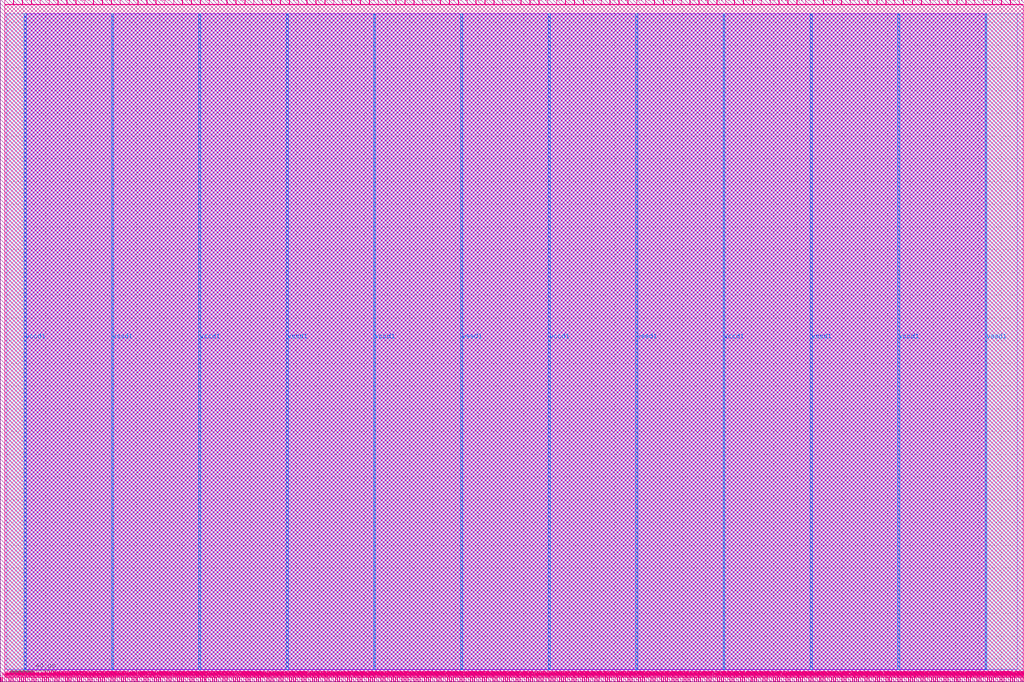
<source format=lef>
# Copyright 2020 The SkyWater PDK Authors
#
# Licensed under the Apache License, Version 2.0 (the "License");
# you may not use this file except in compliance with the License.
# You may obtain a copy of the License at
#
#     https://www.apache.org/licenses/LICENSE-2.0
#
# Unless required by applicable law or agreed to in writing, software
# distributed under the License is distributed on an "AS IS" BASIS,
# WITHOUT WARRANTIES OR CONDITIONS OF ANY KIND, either express or implied.
# See the License for the specific language governing permissions and
# limitations under the License.
#
# SPDX-License-Identifier: Apache-2.0

VERSION 5.7 ;

BUSBITCHARS "[]" ;
DIVIDERCHAR "/" ;

UNITS
  TIME NANOSECONDS 1 ;
  CAPACITANCE PICOFARADS 1 ;
  RESISTANCE OHMS 1 ;
  DATABASE MICRONS 1000 ;
END UNITS

MANUFACTURINGGRID 0.005 ;

PROPERTYDEFINITIONS
  LAYER LEF58_TYPE STRING ;
END PROPERTYDEFINITIONS

# High density, single height
SITE unithd
  SYMMETRY Y ;
  CLASS CORE ;
  SIZE 0.46 BY 2.72 ;
END unithd

# High density, double height
SITE unithddbl
  SYMMETRY Y ;
  CLASS CORE ;
  SIZE 0.46 BY 5.44 ;
END unithddbl

LAYER nwell
  TYPE MASTERSLICE ;
  PROPERTY LEF58_TYPE "TYPE NWELL ;" ;
END nwell

LAYER pwell
  TYPE MASTERSLICE ;
  PROPERTY LEF58_TYPE "TYPE PWELL ;" ;
END pwell

LAYER li1
  TYPE ROUTING ;
  DIRECTION VERTICAL ;

  PITCH 0.46 0.34 ;
  OFFSET 0.23 0.17 ;

  WIDTH 0.17 ;          # LI 1
  # SPACING  0.17 ;     # LI 2
  SPACINGTABLE
     PARALLELRUNLENGTH 0
     WIDTH 0 0.17 ;
  AREA 0.0561 ;         # LI 6
  THICKNESS 0.1 ;
  EDGECAPACITANCE 40.697E-6 ;
  CAPACITANCE CPERSQDIST 36.9866E-6 ;
  RESISTANCE RPERSQ 12.2 ;

  ANTENNAMODEL OXIDE1 ;
  ANTENNADIFFSIDEAREARATIO PWL ( ( 0 75 ) ( 0.0125 75 ) ( 0.0225 85.125 ) ( 22.5 10200 ) ) ;
END li1

LAYER mcon
  TYPE CUT ;

  WIDTH 0.17 ;                # Mcon 1
  SPACING 0.19 ;              # Mcon 2
  ENCLOSURE BELOW 0 0 ;       # Mcon 4
  ENCLOSURE ABOVE 0.03 0.06 ; # Met1 4 / Met1 5

  ANTENNADIFFAREARATIO PWL ( ( 0 3 ) ( 0.0125 3 ) ( 0.0225 3.405 ) ( 22.5 408 ) ) ;
  DCCURRENTDENSITY AVERAGE 0.36 ; # mA per via Iavg_max at Tj = 90oC

END mcon

LAYER met1
  TYPE ROUTING ;
  DIRECTION HORIZONTAL ;

  PITCH 0.34 ;
  OFFSET 0.17 ;

  WIDTH 0.14 ;                     # Met1 1
  # SPACING 0.14 ;                 # Met1 2
  # SPACING 0.28 RANGE 3.001 100 ; # Met1 3b
  SPACINGTABLE
     PARALLELRUNLENGTH 0
     WIDTH 0 0.14
     WIDTH 3 0.28 ;
  AREA 0.083 ;                     # Met1 6
  THICKNESS 0.35 ;
  MINENCLOSEDAREA 0.14 ;

  ANTENNAMODEL OXIDE1 ;
  ANTENNADIFFSIDEAREARATIO PWL ( ( 0 400 ) ( 0.0125 400 ) ( 0.0225 2609 ) ( 22.5 11600 ) ) ;

  EDGECAPACITANCE 40.567E-6 ;
  CAPACITANCE CPERSQDIST 25.7784E-6 ;
  DCCURRENTDENSITY AVERAGE 2.8 ; # mA/um Iavg_max at Tj = 90oC
  ACCURRENTDENSITY RMS 6.1 ; # mA/um Irms_max at Tj = 90oC
  MAXIMUMDENSITY 70 ;
  DENSITYCHECKWINDOW 700 700 ;
  DENSITYCHECKSTEP 70 ;

  RESISTANCE RPERSQ 0.125 ;
END met1

LAYER via
  TYPE CUT ;
  WIDTH 0.15 ;                  # Via 1a
  SPACING 0.17 ;                # Via 2
  ENCLOSURE BELOW 0.055 0.085 ; # Via 4a / Via 5a
  ENCLOSURE ABOVE 0.055 0.085 ; # Met2 4 / Met2 5

  ANTENNADIFFAREARATIO PWL ( ( 0 6 ) ( 0.0125 6 ) ( 0.0225 6.81 ) ( 22.5 816 ) ) ;
  DCCURRENTDENSITY AVERAGE 0.29 ; # mA per via Iavg_max at Tj = 90oC
END via

LAYER met2
  TYPE ROUTING ;
  DIRECTION VERTICAL ;

  PITCH 0.46 ;
  OFFSET 0.23 ;

  WIDTH 0.14 ;                        # Met2 1
  # SPACING  0.14 ;                   # Met2 2
  # SPACING  0.28 RANGE 3.001 100 ;   # Met2 3b
  SPACINGTABLE
     PARALLELRUNLENGTH 0
     WIDTH 0 0.14
     WIDTH 3 0.28 ;
  AREA 0.0676 ;                       # Met2 6
  THICKNESS 0.35 ;
  MINENCLOSEDAREA 0.14 ;

  EDGECAPACITANCE 37.759E-6 ;
  CAPACITANCE CPERSQDIST 16.9423E-6 ;
  RESISTANCE RPERSQ 0.125 ;
  DCCURRENTDENSITY AVERAGE 2.8 ; # mA/um Iavg_max at Tj = 90oC
  ACCURRENTDENSITY RMS 6.1 ; # mA/um Irms_max at Tj = 90oC

  ANTENNAMODEL OXIDE1 ;
  ANTENNADIFFSIDEAREARATIO PWL ( ( 0 400 ) ( 0.0125 400 ) ( 0.0225 2609 ) ( 22.5 11600 ) ) ;

  MAXIMUMDENSITY 70 ;
  DENSITYCHECKWINDOW 700 700 ;
  DENSITYCHECKSTEP 70 ;
END met2

# ******** Layer via2, type routing, number 44 **************
LAYER via2
  TYPE CUT ;
  WIDTH 0.2 ;                   # Via2 1
  SPACING 0.2 ;                 # Via2 2
  ENCLOSURE BELOW 0.04 0.085 ;  # Via2 4
  ENCLOSURE ABOVE 0.065 0.065 ; # Met3 4
  ANTENNADIFFAREARATIO PWL ( ( 0 6 ) ( 0.0125 6 ) ( 0.0225 6.81 ) ( 22.5 816 ) ) ;
  DCCURRENTDENSITY AVERAGE 0.48 ; # mA per via Iavg_max at Tj = 90oC
END via2

LAYER met3
  TYPE ROUTING ;
  DIRECTION HORIZONTAL ;

  PITCH 0.68 ;
  OFFSET 0.34 ;

  WIDTH 0.3 ;              # Met3 1
  # SPACING 0.3 ;          # Met3 2
  SPACINGTABLE
     PARALLELRUNLENGTH 0
     WIDTH 0 0.3
     WIDTH 3 0.4 ;
  AREA 0.24 ;              # Met3 6
  THICKNESS 0.8 ;

  EDGECAPACITANCE 40.989E-6 ;
  CAPACITANCE CPERSQDIST 12.3729E-6 ;
  RESISTANCE RPERSQ 0.047 ;
  DCCURRENTDENSITY AVERAGE 6.8 ; # mA/um Iavg_max at Tj = 90oC
  ACCURRENTDENSITY RMS 14.9 ; # mA/um Irms_max at Tj = 90oC

  ANTENNAMODEL OXIDE1 ;
  ANTENNADIFFSIDEAREARATIO PWL ( ( 0 400 ) ( 0.0125 400 ) ( 0.0225 2609 ) ( 22.5 11600 ) ) ;

  MAXIMUMDENSITY 70 ;
  DENSITYCHECKWINDOW 700 700 ;
  DENSITYCHECKSTEP 70 ;
END met3

LAYER via3
  TYPE CUT ;
  WIDTH 0.2 ;                   # Via3 1
  SPACING 0.2 ;                 # Via3 2
  ENCLOSURE BELOW 0.06 0.09 ;   # Via3 4 / Via3 5
  ENCLOSURE ABOVE 0.065 0.065 ; # Met4 3
  ANTENNADIFFAREARATIO PWL ( ( 0 6 ) ( 0.0125 6 ) ( 0.0225 6.81 ) ( 22.5 816 ) ) ;
  DCCURRENTDENSITY AVERAGE 0.48 ; # mA per via Iavg_max at Tj = 90oC
END via3

LAYER met4
  TYPE ROUTING ;
  DIRECTION VERTICAL ;

  PITCH 0.92 ;
  OFFSET 0.46 ;

  WIDTH 0.3 ;             # Met4 1
  # SPACING  0.3 ;             # Met4 2
  SPACINGTABLE
     PARALLELRUNLENGTH 0
     WIDTH 0 0.3
     WIDTH 3 0.4 ;
  AREA 0.24 ;            # Met4 4a

  THICKNESS 0.8 ;

  EDGECAPACITANCE 36.676E-6 ;
  CAPACITANCE CPERSQDIST 8.41537E-6 ;
  RESISTANCE RPERSQ 0.047 ;
  DCCURRENTDENSITY AVERAGE 6.8 ; # mA/um Iavg_max at Tj = 90oC
  ACCURRENTDENSITY RMS 14.9 ; # mA/um Irms_max at Tj = 90oC

  ANTENNAMODEL OXIDE1 ;
  ANTENNADIFFSIDEAREARATIO PWL ( ( 0 400 ) ( 0.0125 400 ) ( 0.0225 2609 ) ( 22.5 11600 ) ) ;

  MAXIMUMDENSITY 70 ;
  DENSITYCHECKWINDOW 700 700 ;
  DENSITYCHECKSTEP 70 ;
END met4

LAYER via4
  TYPE CUT ;

  WIDTH 0.8 ;                 # Via4 1
  SPACING 0.8 ;               # Via4 2
  ENCLOSURE BELOW 0.19 0.19 ; # Via4 4
  ENCLOSURE ABOVE 0.31 0.31 ; # Met5 3
  ANTENNADIFFAREARATIO PWL ( ( 0 6 ) ( 0.0125 6 ) ( 0.0225 6.81 ) ( 22.5 816 ) ) ;
  DCCURRENTDENSITY AVERAGE 2.49 ; # mA per via Iavg_max at Tj = 90oC
END via4

LAYER met5
  TYPE ROUTING ;
  DIRECTION HORIZONTAL ;

  PITCH 3.4 ;
  OFFSET 1.7 ;

  WIDTH 1.6 ;            # Met5 1
  #SPACING  1.6 ;        # Met5 2
  SPACINGTABLE
     PARALLELRUNLENGTH 0
     WIDTH 0 1.6 ;
  AREA 4 ;               # Met5 4

  THICKNESS 1.2 ;

  EDGECAPACITANCE 38.851E-6 ;
  CAPACITANCE CPERSQDIST 6.32063E-6 ;
  RESISTANCE RPERSQ 0.0285 ;
  DCCURRENTDENSITY AVERAGE 10.17 ; # mA/um Iavg_max at Tj = 90oC
  ACCURRENTDENSITY RMS 22.34 ; # mA/um Irms_max at Tj = 90oC

  ANTENNAMODEL OXIDE1 ;
  ANTENNADIFFSIDEAREARATIO PWL ( ( 0 400 ) ( 0.0125 400 ) ( 0.0225 2609 ) ( 22.5 11600 ) ) ;
END met5


### Routing via cells section   ###
# Plus via rule, metals are along the prefered direction
VIA L1M1_PR DEFAULT
  LAYER mcon ;
  RECT -0.085 -0.085 0.085 0.085 ;
  LAYER li1 ;
  RECT -0.085 -0.085 0.085 0.085 ;
  LAYER met1 ;
  RECT -0.145 -0.115 0.145 0.115 ;
END L1M1_PR

VIARULE L1M1_PR GENERATE
  LAYER li1 ;
  ENCLOSURE 0 0 ;
  LAYER met1 ;
  ENCLOSURE 0.06 0.03 ;
  LAYER mcon ;
  RECT -0.085 -0.085 0.085 0.085 ;
  SPACING 0.36 BY 0.36 ;
END L1M1_PR

# Plus via rule, metals are along the non prefered direction
VIA L1M1_PR_R DEFAULT
  LAYER mcon ;
  RECT -0.085 -0.085 0.085 0.085 ;
  LAYER li1 ;
  RECT -0.085 -0.085 0.085 0.085 ;
  LAYER met1 ;
  RECT -0.115 -0.145 0.115 0.145 ;
END L1M1_PR_R

VIARULE L1M1_PR_R GENERATE
  LAYER li1 ;
  ENCLOSURE 0 0 ;
  LAYER met1 ;
  ENCLOSURE 0.03 0.06 ;
  LAYER mcon ;
  RECT -0.085 -0.085 0.085 0.085 ;
  SPACING 0.36 BY 0.36 ;
END L1M1_PR_R

# Minus via rule, lower layer metal is along prefered direction
VIA L1M1_PR_M DEFAULT
  LAYER mcon ;
  RECT -0.085 -0.085 0.085 0.085 ;
  LAYER li1 ;
  RECT -0.085 -0.085 0.085 0.085 ;
  LAYER met1 ;
  RECT -0.115 -0.145 0.115 0.145 ;
END L1M1_PR_M

VIARULE L1M1_PR_M GENERATE
  LAYER li1 ;
  ENCLOSURE 0 0 ;
  LAYER met1 ;
  ENCLOSURE 0.03 0.06 ;
  LAYER mcon ;
  RECT -0.085 -0.085 0.085 0.085 ;
  SPACING 0.36 BY 0.36 ;
END L1M1_PR_M

# Minus via rule, upper layer metal is along prefered direction
VIA L1M1_PR_MR DEFAULT
  LAYER mcon ;
  RECT -0.085 -0.085 0.085 0.085 ;
  LAYER li1 ;
  RECT -0.085 -0.085 0.085 0.085 ;
  LAYER met1 ;
  RECT -0.145 -0.115 0.145 0.115 ;
END L1M1_PR_MR

VIARULE L1M1_PR_MR GENERATE
  LAYER li1 ;
  ENCLOSURE 0 0 ;
  LAYER met1 ;
  ENCLOSURE 0.06 0.03 ;
  LAYER mcon ;
  RECT -0.085 -0.085 0.085 0.085 ;
  SPACING 0.36 BY 0.36 ;
END L1M1_PR_MR

# Centered via rule, we really do not want to use it
VIA L1M1_PR_C DEFAULT
  LAYER mcon ;
  RECT -0.085 -0.085 0.085 0.085 ;
  LAYER li1 ;
  RECT -0.085 -0.085 0.085 0.085 ;
  LAYER met1 ;
  RECT -0.145 -0.145 0.145 0.145 ;
END L1M1_PR_C

VIARULE L1M1_PR_C GENERATE
  LAYER li1 ;
  ENCLOSURE 0 0 ;
  LAYER met1 ;
  ENCLOSURE 0.06 0.06 ;
  LAYER mcon ;
  RECT -0.085 -0.085 0.085 0.085 ;
  SPACING 0.36 BY 0.36 ;
END L1M1_PR_C

# Plus via rule, metals are along the prefered direction
VIA M1M2_PR DEFAULT
  LAYER via ;
  RECT -0.075 -0.075 0.075 0.075 ;
  LAYER met1 ;
  RECT -0.16 -0.13 0.16 0.13 ;
  LAYER met2 ;
  RECT -0.13 -0.16 0.13 0.16 ;
END M1M2_PR

VIARULE M1M2_PR GENERATE
  LAYER met1 ;
  ENCLOSURE 0.085 0.055 ;
  LAYER met2 ;
  ENCLOSURE 0.055 0.085 ;
  LAYER via ;
  RECT -0.075 -0.075 0.075 0.075 ;
  SPACING 0.32 BY 0.32 ;
END M1M2_PR

# Plus via rule, metals are along the non prefered direction
VIA M1M2_PR_R DEFAULT
  LAYER via ;
  RECT -0.075 -0.075 0.075 0.075 ;
  LAYER met1 ;
  RECT -0.13 -0.16 0.13 0.16 ;
  LAYER met2 ;
  RECT -0.16 -0.13 0.16 0.13 ;
END M1M2_PR_R

VIARULE M1M2_PR_R GENERATE
  LAYER met1 ;
  ENCLOSURE 0.055 0.085 ;
  LAYER met2 ;
  ENCLOSURE 0.085 0.055 ;
  LAYER via ;
  RECT -0.075 -0.075 0.075 0.075 ;
  SPACING 0.32 BY 0.32 ;
END M1M2_PR_R

# Minus via rule, lower layer metal is along prefered direction
VIA M1M2_PR_M DEFAULT
  LAYER via ;
  RECT -0.075 -0.075 0.075 0.075 ;
  LAYER met1 ;
  RECT -0.16 -0.13 0.16 0.13 ;
  LAYER met2 ;
  RECT -0.16 -0.13 0.16 0.13 ;
END M1M2_PR_M

VIARULE M1M2_PR_M GENERATE
  LAYER met1 ;
  ENCLOSURE 0.085 0.055 ;
  LAYER met2 ;
  ENCLOSURE 0.085 0.055 ;
  LAYER via ;
  RECT -0.075 -0.075 0.075 0.075 ;
  SPACING 0.32 BY 0.32 ;
END M1M2_PR_M

# Minus via rule, upper layer metal is along prefered direction
VIA M1M2_PR_MR DEFAULT
  LAYER via ;
  RECT -0.075 -0.075 0.075 0.075 ;
  LAYER met1 ;
  RECT -0.13 -0.16 0.13 0.16 ;
  LAYER met2 ;
  RECT -0.13 -0.16 0.13 0.16 ;
END M1M2_PR_MR

VIARULE M1M2_PR_MR GENERATE
  LAYER met1 ;
  ENCLOSURE 0.055 0.085 ;
  LAYER met2 ;
  ENCLOSURE 0.055 0.085 ;
  LAYER via ;
  RECT -0.075 -0.075 0.075 0.075 ;
  SPACING 0.32 BY 0.32 ;
END M1M2_PR_MR

# Centered via rule, we really do not want to use it
VIA M1M2_PR_C DEFAULT
  LAYER via ;
  RECT -0.075 -0.075 0.075 0.075 ;
  LAYER met1 ;
  RECT -0.16 -0.16 0.16 0.16 ;
  LAYER met2 ;
  RECT -0.16 -0.16 0.16 0.16 ;
END M1M2_PR_C

VIARULE M1M2_PR_C GENERATE
  LAYER met1 ;
  ENCLOSURE 0.085 0.085 ;
  LAYER met2 ;
  ENCLOSURE 0.085 0.085 ;
  LAYER via ;
  RECT -0.075 -0.075 0.075 0.075 ;
  SPACING 0.32 BY 0.32 ;
END M1M2_PR_C

# Plus via rule, metals are along the prefered direction
VIA M2M3_PR DEFAULT
  LAYER via2 ;
  RECT -0.1 -0.1 0.1 0.1 ;
  LAYER met2 ;
  RECT -0.14 -0.185 0.14 0.185 ;
  LAYER met3 ;
  RECT -0.165 -0.165 0.165 0.165 ;
END M2M3_PR

VIARULE M2M3_PR GENERATE
  LAYER met2 ;
  ENCLOSURE 0.04 0.085 ;
  LAYER met3 ;
  ENCLOSURE 0.065 0.065 ;
  LAYER via2 ;
  RECT -0.1 -0.1 0.1 0.1 ;
  SPACING 0.4 BY 0.4 ;
END M2M3_PR

# Plus via rule, metals are along the non prefered direction
VIA M2M3_PR_R DEFAULT
  LAYER via2 ;
  RECT -0.1 -0.1 0.1 0.1 ;
  LAYER met2 ;
  RECT -0.185 -0.14 0.185 0.14 ;
  LAYER met3 ;
  RECT -0.165 -0.165 0.165 0.165 ;
END M2M3_PR_R

VIARULE M2M3_PR_R GENERATE
  LAYER met2 ;
  ENCLOSURE 0.085 0.04 ;
  LAYER met3 ;
  ENCLOSURE 0.065 0.065 ;
  LAYER via2 ;
  RECT -0.1 -0.1 0.1 0.1 ;
  SPACING 0.4 BY 0.4 ;
END M2M3_PR_R

# Minus via rule, lower layer metal is along prefered direction
VIA M2M3_PR_M DEFAULT
  LAYER via2 ;
  RECT -0.1 -0.1 0.1 0.1 ;
  LAYER met2 ;
  RECT -0.14 -0.185 0.14 0.185 ;
  LAYER met3 ;
  RECT -0.165 -0.165 0.165 0.165 ;
END M2M3_PR_M

VIARULE M2M3_PR_M GENERATE
  LAYER met2 ;
  ENCLOSURE 0.04 0.085 ;
  LAYER met3 ;
  ENCLOSURE 0.065 0.065 ;
  LAYER via2 ;
  RECT -0.1 -0.1 0.1 0.1 ;
  SPACING 0.4 BY 0.4 ;
END M2M3_PR_M

# Minus via rule, upper layer metal is along prefered direction
VIA M2M3_PR_MR DEFAULT
  LAYER via2 ;
  RECT -0.1 -0.1 0.1 0.1 ;
  LAYER met2 ;
  RECT -0.185 -0.14 0.185 0.14 ;
  LAYER met3 ;
  RECT -0.165 -0.165 0.165 0.165 ;
END M2M3_PR_MR

VIARULE M2M3_PR_MR GENERATE
  LAYER met2 ;
  ENCLOSURE 0.085 0.04 ;
  LAYER met3 ;
  ENCLOSURE 0.065 0.065 ;
  LAYER via2 ;
  RECT -0.1 -0.1 0.1 0.1 ;
  SPACING 0.4 BY 0.4 ;
END M2M3_PR_MR

# Centered via rule, we really do not want to use it
VIA M2M3_PR_C DEFAULT
  LAYER via2 ;
  RECT -0.1 -0.1 0.1 0.1 ;
  LAYER met2 ;
  RECT -0.185 -0.185 0.185 0.185 ;
  LAYER met3 ;
  RECT -0.165 -0.165 0.165 0.165 ;
END M2M3_PR_C

VIARULE M2M3_PR_C GENERATE
  LAYER met2 ;
  ENCLOSURE 0.085 0.085 ;
  LAYER met3 ;
  ENCLOSURE 0.065 0.065 ;
  LAYER via2 ;
  RECT -0.1 -0.1 0.1 0.1 ;
  SPACING 0.4 BY 0.4 ;
END M2M3_PR_C

# Plus via rule, metals are along the prefered direction
VIA M3M4_PR DEFAULT
  LAYER via3 ;
  RECT -0.1 -0.1 0.1 0.1 ;
  LAYER met3 ;
  RECT -0.19 -0.16 0.19 0.16 ;
  LAYER met4 ;
  RECT -0.165 -0.165 0.165 0.165 ;
END M3M4_PR

VIARULE M3M4_PR GENERATE
  LAYER met3 ;
  ENCLOSURE 0.09 0.06 ;
  LAYER met4 ;
  ENCLOSURE 0.065 0.065 ;
  LAYER via3 ;
  RECT -0.1 -0.1 0.1 0.1 ;
  SPACING 0.4 BY 0.4 ;
END M3M4_PR

# Plus via rule, metals are along the non prefered direction
VIA M3M4_PR_R DEFAULT
  LAYER via3 ;
  RECT -0.1 -0.1 0.1 0.1 ;
  LAYER met3 ;
  RECT -0.16 -0.19 0.16 0.19 ;
  LAYER met4 ;
  RECT -0.165 -0.165 0.165 0.165 ;
END M3M4_PR_R

VIARULE M3M4_PR_R GENERATE
  LAYER met3 ;
  ENCLOSURE 0.06 0.09 ;
  LAYER met4 ;
  ENCLOSURE 0.065 0.065 ;
  LAYER via3 ;
  RECT -0.1 -0.1 0.1 0.1 ;
  SPACING 0.4 BY 0.4 ;
END M3M4_PR_R

# Minus via rule, lower layer metal is along prefered direction
VIA M3M4_PR_M DEFAULT
  LAYER via3 ;
  RECT -0.1 -0.1 0.1 0.1 ;
  LAYER met3 ;
  RECT -0.19 -0.16 0.19 0.16 ;
  LAYER met4 ;
  RECT -0.165 -0.165 0.165 0.165 ;
END M3M4_PR_M

VIARULE M3M4_PR_M GENERATE
  LAYER met3 ;
  ENCLOSURE 0.09 0.06 ;
  LAYER met4 ;
  ENCLOSURE 0.065 0.065 ;
  LAYER via3 ;
  RECT -0.1 -0.1 0.1 0.1 ;
  SPACING 0.4 BY 0.4 ;
END M3M4_PR_M

# Minus via rule, upper layer metal is along prefered direction
VIA M3M4_PR_MR DEFAULT
  LAYER via3 ;
  RECT -0.1 -0.1 0.1 0.1 ;
  LAYER met3 ;
  RECT -0.16 -0.19 0.16 0.19 ;
  LAYER met4 ;
  RECT -0.165 -0.165 0.165 0.165 ;
END M3M4_PR_MR

VIARULE M3M4_PR_MR GENERATE
  LAYER met3 ;
  ENCLOSURE 0.06 0.09 ;
  LAYER met4 ;
  ENCLOSURE 0.065 0.065 ;
  LAYER via3 ;
  RECT -0.1 -0.1 0.1 0.1 ;
  SPACING 0.4 BY 0.4 ;
END M3M4_PR_MR

# Centered via rule, we really do not want to use it
VIA M3M4_PR_C DEFAULT
  LAYER via3 ;
  RECT -0.1 -0.1 0.1 0.1 ;
  LAYER met3 ;
  RECT -0.19 -0.19 0.19 0.19 ;
  LAYER met4 ;
  RECT -0.165 -0.165 0.165 0.165 ;
END M3M4_PR_C

VIARULE M3M4_PR_C GENERATE
  LAYER met3 ;
  ENCLOSURE 0.09 0.09 ;
  LAYER met4 ;
  ENCLOSURE 0.065 0.065 ;
  LAYER via3 ;
  RECT -0.1 -0.1 0.1 0.1 ;
  SPACING 0.4 BY 0.4 ;
END M3M4_PR_C

# Plus via rule, metals are along the prefered direction
VIA M4M5_PR DEFAULT
  LAYER via4 ;
  RECT -0.4 -0.4 0.4 0.4 ;
  LAYER met4 ;
  RECT -0.59 -0.59 0.59 0.59 ;
  LAYER met5 ;
  RECT -0.71 -0.71 0.71 0.71 ;
END M4M5_PR

VIARULE M4M5_PR GENERATE
  LAYER met4 ;
  ENCLOSURE 0.19 0.19 ;
  LAYER met5 ;
  ENCLOSURE 0.31 0.31 ;
  LAYER via4 ;
  RECT -0.4 -0.4 0.4 0.4 ;
  SPACING 1.6 BY 1.6 ;
END M4M5_PR

# Plus via rule, metals are along the non prefered direction
VIA M4M5_PR_R DEFAULT
  LAYER via4 ;
  RECT -0.4 -0.4 0.4 0.4 ;
  LAYER met4 ;
  RECT -0.59 -0.59 0.59 0.59 ;
  LAYER met5 ;
  RECT -0.71 -0.71 0.71 0.71 ;
END M4M5_PR_R

VIARULE M4M5_PR_R GENERATE
  LAYER met4 ;
  ENCLOSURE 0.19 0.19 ;
  LAYER met5 ;
  ENCLOSURE 0.31 0.31 ;
  LAYER via4 ;
  RECT -0.4 -0.4 0.4 0.4 ;
  SPACING 1.6 BY 1.6 ;
END M4M5_PR_R

# Minus via rule, lower layer metal is along prefered direction
VIA M4M5_PR_M DEFAULT
  LAYER via4 ;
  RECT -0.4 -0.4 0.4 0.4 ;
  LAYER met4 ;
  RECT -0.59 -0.59 0.59 0.59 ;
  LAYER met5 ;
  RECT -0.71 -0.71 0.71 0.71 ;
END M4M5_PR_M

VIARULE M4M5_PR_M GENERATE
  LAYER met4 ;
  ENCLOSURE 0.19 0.19 ;
  LAYER met5 ;
  ENCLOSURE 0.31 0.31 ;
  LAYER via4 ;
  RECT -0.4 -0.4 0.4 0.4 ;
  SPACING 1.6 BY 1.6 ;
END M4M5_PR_M

# Minus via rule, upper layer metal is along prefered direction
VIA M4M5_PR_MR DEFAULT
  LAYER via4 ;
  RECT -0.4 -0.4 0.4 0.4 ;
  LAYER met4 ;
  RECT -0.59 -0.59 0.59 0.59 ;
  LAYER met5 ;
  RECT -0.71 -0.71 0.71 0.71 ;
END M4M5_PR_MR

VIARULE M4M5_PR_MR GENERATE
  LAYER met4 ;
  ENCLOSURE 0.19 0.19 ;
  LAYER met5 ;
  ENCLOSURE 0.31 0.31 ;
  LAYER via4 ;
  RECT -0.4 -0.4 0.4 0.4 ;
  SPACING 1.6 BY 1.6 ;
END M4M5_PR_MR

# Centered via rule, we really do not want to use it
VIA M4M5_PR_C DEFAULT
  LAYER via4 ;
  RECT -0.4 -0.4 0.4 0.4 ;
  LAYER met4 ;
  RECT -0.59 -0.59 0.59 0.59 ;
  LAYER met5 ;
  RECT -0.71 -0.71 0.71 0.71 ;
END M4M5_PR_C

VIARULE M4M5_PR_C GENERATE
  LAYER met4 ;
  ENCLOSURE 0.19 0.19 ;
  LAYER met5 ;
  ENCLOSURE 0.31 0.31 ;
  LAYER via4 ;
  RECT -0.4 -0.4 0.4 0.4 ;
  SPACING 1.6 BY 1.6 ;
END M4M5_PR_C
###  end of single via cells   ###


MACRO sky130_fd_sc_hd__and2_0
  CLASS CORE ;
  FOREIGN sky130_fd_sc_hd__and2_0 ;
  ORIGIN 0.000 0.000 ;
  SIZE 2.300 BY 2.720 ;
  SYMMETRY X Y R90 ;
  SITE unithd ;
  PIN A
    DIRECTION INPUT ;
    USE SIGNAL ;
    ANTENNAGATEAREA 0.126000 ;
    PORT
      LAYER li1 ;
        RECT 0.085 1.185 0.430 1.955 ;
    END
  END A
  PIN B
    DIRECTION INPUT ;
    USE SIGNAL ;
    ANTENNAGATEAREA 0.126000 ;
    PORT
      LAYER li1 ;
        RECT 0.940 1.080 1.270 1.615 ;
    END
  END B
  PIN VGND
    DIRECTION INOUT ;
    USE GROUND ;
    SHAPE ABUTMENT ;
    PORT
      LAYER met1 ;
        RECT 0.000 -0.240 2.300 0.240 ;
    END
  END VGND
  PIN VNB
    DIRECTION INOUT ;
    USE GROUND ;
    PORT
      LAYER pwell ;
        RECT 0.070 0.105 1.980 0.785 ;
        RECT 0.145 -0.085 0.315 0.105 ;
    END
  END VNB
  PIN VPB
    DIRECTION INOUT ;
    USE POWER ;
    PORT
      LAYER nwell ;
        RECT -0.190 1.305 2.490 2.910 ;
    END
  END VPB
  PIN VPWR
    DIRECTION INOUT ;
    USE POWER ;
    SHAPE ABUTMENT ;
    PORT
      LAYER met1 ;
        RECT 0.000 2.480 2.300 2.960 ;
    END
  END VPWR
  PIN X
    DIRECTION OUTPUT ;
    USE SIGNAL ;
    ANTENNADIFFAREA 0.280900 ;
    PORT
      LAYER li1 ;
        RECT 1.790 1.835 2.215 2.465 ;
        RECT 1.950 0.525 2.215 1.835 ;
        RECT 1.560 0.255 2.215 0.525 ;
    END
  END X
  OBS
      LAYER li1 ;
        RECT 0.000 2.635 2.300 2.805 ;
        RECT 0.160 2.175 0.430 2.635 ;
        RECT 0.600 2.135 0.865 2.465 ;
        RECT 0.600 0.950 0.770 2.135 ;
        RECT 1.110 1.835 1.620 2.635 ;
        RECT 0.185 0.910 0.770 0.950 ;
        RECT 1.450 0.910 1.780 1.435 ;
        RECT 0.185 0.695 1.780 0.910 ;
        RECT 0.185 0.280 0.490 0.695 ;
        RECT 0.950 0.085 1.390 0.525 ;
        RECT 0.000 -0.085 2.300 0.085 ;
      LAYER mcon ;
        RECT 0.145 2.635 0.315 2.805 ;
        RECT 0.605 2.635 0.775 2.805 ;
        RECT 1.065 2.635 1.235 2.805 ;
        RECT 1.525 2.635 1.695 2.805 ;
        RECT 1.985 2.635 2.155 2.805 ;
        RECT 0.145 -0.085 0.315 0.085 ;
        RECT 0.605 -0.085 0.775 0.085 ;
        RECT 1.065 -0.085 1.235 0.085 ;
        RECT 1.525 -0.085 1.695 0.085 ;
        RECT 1.985 -0.085 2.155 0.085 ;
  END
END sky130_fd_sc_hd__and2_0
MACRO sky130_fd_sc_hd__a2111oi_2
  CLASS CORE ;
  FOREIGN sky130_fd_sc_hd__a2111oi_2 ;
  ORIGIN 0.000 0.000 ;
  SIZE 5.520 BY 2.720 ;
  SYMMETRY X Y R90 ;
  SITE unithd ;
  PIN A1
    DIRECTION INPUT ;
    USE SIGNAL ;
    ANTENNAGATEAREA 0.495000 ;
    PORT
      LAYER li1 ;
        RECT 3.465 1.445 5.290 1.675 ;
        RECT 3.465 0.985 3.715 1.445 ;
        RECT 4.895 0.995 5.290 1.445 ;
    END
  END A1
  PIN A2
    DIRECTION INPUT ;
    USE SIGNAL ;
    ANTENNAGATEAREA 0.495000 ;
    PORT
      LAYER li1 ;
        RECT 3.970 1.015 4.725 1.275 ;
    END
  END A2
  PIN B1
    DIRECTION INPUT ;
    USE SIGNAL ;
    ANTENNAGATEAREA 0.495000 ;
    PORT
      LAYER li1 ;
        RECT 2.185 1.030 2.855 1.275 ;
    END
  END B1
  PIN C1
    DIRECTION INPUT ;
    USE SIGNAL ;
    ANTENNAGATEAREA 0.495000 ;
    PORT
      LAYER li1 ;
        RECT 0.125 1.445 1.800 1.680 ;
        RECT 0.125 1.045 0.455 1.445 ;
        RECT 1.615 1.275 1.800 1.445 ;
        RECT 1.615 1.030 1.975 1.275 ;
    END
  END C1
  PIN D1
    DIRECTION INPUT ;
    USE SIGNAL ;
    ANTENNAGATEAREA 0.495000 ;
    PORT
      LAYER li1 ;
        RECT 0.755 1.075 1.425 1.275 ;
    END
  END D1
  PIN VGND
    DIRECTION INOUT ;
    USE GROUND ;
    SHAPE ABUTMENT ;
    PORT
      LAYER met1 ;
        RECT 0.000 -0.240 5.520 0.240 ;
    END
  END VGND
  PIN VNB
    DIRECTION INOUT ;
    USE GROUND ;
    PORT
      LAYER pwell ;
        RECT 0.010 0.105 5.440 1.015 ;
        RECT 0.145 -0.085 0.315 0.105 ;
    END
  END VNB
  PIN VPB
    DIRECTION INOUT ;
    USE POWER ;
    PORT
      LAYER nwell ;
        RECT -0.190 1.305 5.710 2.910 ;
    END
  END VPB
  PIN VPWR
    DIRECTION INOUT ;
    USE POWER ;
    SHAPE ABUTMENT ;
    PORT
      LAYER met1 ;
        RECT 0.000 2.480 5.520 2.960 ;
    END
  END VPWR
  PIN Y
    DIRECTION OUTPUT ;
    USE SIGNAL ;
    ANTENNADIFFAREA 1.212750 ;
    PORT
      LAYER li1 ;
        RECT 0.900 1.850 2.140 2.105 ;
        RECT 1.970 1.625 2.140 1.850 ;
        RECT 1.970 1.445 3.255 1.625 ;
        RECT 3.025 0.845 3.255 1.445 ;
        RECT 0.120 0.805 3.255 0.845 ;
        RECT 0.120 0.615 5.355 0.805 ;
        RECT 0.120 0.255 0.380 0.615 ;
        RECT 1.050 0.255 1.295 0.615 ;
        RECT 1.965 0.255 2.295 0.615 ;
        RECT 2.965 0.275 3.295 0.615 ;
        RECT 5.020 0.295 5.355 0.615 ;
    END
  END Y
  OBS
      LAYER li1 ;
        RECT 0.000 2.635 5.520 2.805 ;
        RECT 0.100 2.295 2.985 2.465 ;
        RECT 0.100 2.275 2.185 2.295 ;
        RECT 0.100 1.870 0.460 2.275 ;
        RECT 2.815 2.135 2.985 2.295 ;
        RECT 3.155 2.095 3.520 2.465 ;
        RECT 3.690 2.275 4.020 2.635 ;
        RECT 4.190 2.105 4.400 2.465 ;
        RECT 4.570 2.275 4.900 2.635 ;
        RECT 5.070 2.105 5.400 2.465 ;
        RECT 4.190 2.095 5.400 2.105 ;
        RECT 2.310 1.965 2.640 2.060 ;
        RECT 3.155 1.965 5.400 2.095 ;
        RECT 2.310 1.845 5.400 1.965 ;
        RECT 2.310 1.795 3.335 1.845 ;
        RECT 0.550 0.085 0.880 0.445 ;
        RECT 1.465 0.085 1.795 0.445 ;
        RECT 2.465 0.085 2.795 0.445 ;
        RECT 4.125 0.085 4.455 0.445 ;
        RECT 0.000 -0.085 5.520 0.085 ;
      LAYER mcon ;
        RECT 0.145 2.635 0.315 2.805 ;
        RECT 0.605 2.635 0.775 2.805 ;
        RECT 1.065 2.635 1.235 2.805 ;
        RECT 1.525 2.635 1.695 2.805 ;
        RECT 1.985 2.635 2.155 2.805 ;
        RECT 2.445 2.635 2.615 2.805 ;
        RECT 2.905 2.635 3.075 2.805 ;
        RECT 3.365 2.635 3.535 2.805 ;
        RECT 3.825 2.635 3.995 2.805 ;
        RECT 4.285 2.635 4.455 2.805 ;
        RECT 4.745 2.635 4.915 2.805 ;
        RECT 5.205 2.635 5.375 2.805 ;
        RECT 0.145 -0.085 0.315 0.085 ;
        RECT 0.605 -0.085 0.775 0.085 ;
        RECT 1.065 -0.085 1.235 0.085 ;
        RECT 1.525 -0.085 1.695 0.085 ;
        RECT 1.985 -0.085 2.155 0.085 ;
        RECT 2.445 -0.085 2.615 0.085 ;
        RECT 2.905 -0.085 3.075 0.085 ;
        RECT 3.365 -0.085 3.535 0.085 ;
        RECT 3.825 -0.085 3.995 0.085 ;
        RECT 4.285 -0.085 4.455 0.085 ;
        RECT 4.745 -0.085 4.915 0.085 ;
        RECT 5.205 -0.085 5.375 0.085 ;
  END
END sky130_fd_sc_hd__a2111oi_2
MACRO sky130_fd_sc_hd__nor4b_2
  CLASS CORE ;
  FOREIGN sky130_fd_sc_hd__nor4b_2 ;
  ORIGIN 0.000 0.000 ;
  SIZE 5.520 BY 2.720 ;
  SYMMETRY X Y R90 ;
  SITE unithd ;
  PIN A
    DIRECTION INPUT ;
    USE SIGNAL ;
    ANTENNAGATEAREA 0.495000 ;
    PORT
      LAYER li1 ;
        RECT 0.100 1.075 1.240 1.285 ;
    END
  END A
  PIN B
    DIRECTION INPUT ;
    USE SIGNAL ;
    ANTENNAGATEAREA 0.495000 ;
    PORT
      LAYER li1 ;
        RECT 1.420 1.075 2.635 1.285 ;
    END
  END B
  PIN C
    DIRECTION INPUT ;
    USE SIGNAL ;
    ANTENNAGATEAREA 0.495000 ;
    PORT
      LAYER li1 ;
        RECT 2.815 1.075 3.535 1.285 ;
    END
  END C
  PIN D_N
    DIRECTION INPUT ;
    USE SIGNAL ;
    ANTENNAGATEAREA 0.126000 ;
    PORT
      LAYER li1 ;
        RECT 5.185 1.285 5.435 1.955 ;
        RECT 4.805 1.075 5.435 1.285 ;
    END
  END D_N
  PIN VGND
    DIRECTION INOUT ;
    USE GROUND ;
    SHAPE ABUTMENT ;
    PORT
      LAYER met1 ;
        RECT 0.000 -0.240 5.520 0.240 ;
    END
  END VGND
  PIN VNB
    DIRECTION INOUT ;
    USE GROUND ;
    PORT
      LAYER pwell ;
        RECT 0.005 0.335 5.370 1.015 ;
        RECT 0.005 0.105 4.430 0.335 ;
        RECT 0.145 -0.085 0.315 0.105 ;
    END
  END VNB
  PIN VPB
    DIRECTION INOUT ;
    USE POWER ;
    PORT
      LAYER nwell ;
        RECT -0.190 1.305 5.710 2.910 ;
    END
  END VPB
  PIN VPWR
    DIRECTION INOUT ;
    USE POWER ;
    SHAPE ABUTMENT ;
    PORT
      LAYER met1 ;
        RECT 0.000 2.480 5.520 2.960 ;
    END
  END VPWR
  PIN Y
    DIRECTION OUTPUT ;
    USE SIGNAL ;
    ANTENNADIFFAREA 0.972000 ;
    PORT
      LAYER li1 ;
        RECT 3.630 1.625 3.880 2.125 ;
        RECT 3.630 1.455 4.035 1.625 ;
        RECT 3.715 1.075 4.035 1.455 ;
        RECT 3.715 0.905 3.920 1.075 ;
        RECT 0.515 0.725 3.920 0.905 ;
        RECT 0.515 0.255 0.845 0.725 ;
        RECT 1.355 0.255 1.685 0.725 ;
        RECT 2.750 0.255 3.080 0.725 ;
        RECT 3.590 0.255 3.920 0.725 ;
    END
  END Y
  OBS
      LAYER li1 ;
        RECT 0.000 2.635 5.520 2.805 ;
        RECT 0.085 1.625 0.425 2.465 ;
        RECT 0.595 1.795 0.805 2.635 ;
        RECT 0.975 1.625 1.225 2.465 ;
        RECT 1.395 2.295 3.040 2.465 ;
        RECT 1.395 1.795 1.605 2.295 ;
        RECT 1.775 1.625 2.105 2.125 ;
        RECT 0.085 1.455 2.105 1.625 ;
        RECT 2.275 1.625 2.660 2.125 ;
        RECT 2.830 1.795 3.040 2.295 ;
        RECT 3.210 2.295 4.295 2.465 ;
        RECT 3.210 1.625 3.460 2.295 ;
        RECT 4.050 1.795 4.295 2.295 ;
        RECT 4.465 2.035 4.820 2.450 ;
        RECT 4.990 2.135 5.240 2.635 ;
        RECT 2.275 1.455 3.460 1.625 ;
        RECT 4.465 1.245 4.635 2.035 ;
        RECT 4.320 1.075 4.635 1.245 ;
        RECT 4.465 0.905 4.635 1.075 ;
        RECT 0.085 0.085 0.345 0.905 ;
        RECT 1.015 0.085 1.185 0.555 ;
        RECT 1.855 0.085 2.580 0.555 ;
        RECT 3.250 0.085 3.420 0.555 ;
        RECT 4.090 0.085 4.295 0.895 ;
        RECT 4.465 0.380 4.820 0.905 ;
        RECT 4.990 0.085 5.240 0.825 ;
        RECT 0.000 -0.085 5.520 0.085 ;
      LAYER mcon ;
        RECT 0.145 2.635 0.315 2.805 ;
        RECT 0.605 2.635 0.775 2.805 ;
        RECT 1.065 2.635 1.235 2.805 ;
        RECT 1.525 2.635 1.695 2.805 ;
        RECT 1.985 2.635 2.155 2.805 ;
        RECT 2.445 2.635 2.615 2.805 ;
        RECT 2.905 2.635 3.075 2.805 ;
        RECT 3.365 2.635 3.535 2.805 ;
        RECT 3.825 2.635 3.995 2.805 ;
        RECT 4.285 2.635 4.455 2.805 ;
        RECT 4.745 2.635 4.915 2.805 ;
        RECT 5.205 2.635 5.375 2.805 ;
        RECT 0.145 -0.085 0.315 0.085 ;
        RECT 0.605 -0.085 0.775 0.085 ;
        RECT 1.065 -0.085 1.235 0.085 ;
        RECT 1.525 -0.085 1.695 0.085 ;
        RECT 1.985 -0.085 2.155 0.085 ;
        RECT 2.445 -0.085 2.615 0.085 ;
        RECT 2.905 -0.085 3.075 0.085 ;
        RECT 3.365 -0.085 3.535 0.085 ;
        RECT 3.825 -0.085 3.995 0.085 ;
        RECT 4.285 -0.085 4.455 0.085 ;
        RECT 4.745 -0.085 4.915 0.085 ;
        RECT 5.205 -0.085 5.375 0.085 ;
  END
END sky130_fd_sc_hd__nor4b_2
MACRO sky130_fd_sc_hd__a31oi_2
  CLASS CORE ;
  FOREIGN sky130_fd_sc_hd__a31oi_2 ;
  ORIGIN 0.000 0.000 ;
  SIZE 4.600 BY 2.720 ;
  SYMMETRY X Y R90 ;
  SITE unithd ;
  PIN A1
    DIRECTION INPUT ;
    USE SIGNAL ;
    ANTENNAGATEAREA 0.495000 ;
    PORT
      LAYER li1 ;
        RECT 1.955 0.995 2.665 1.615 ;
        RECT 2.905 0.995 3.075 1.325 ;
    END
  END A1
  PIN A2
    DIRECTION INPUT ;
    USE SIGNAL ;
    ANTENNAGATEAREA 0.495000 ;
    PORT
      LAYER li1 ;
        RECT 1.050 0.995 1.755 1.615 ;
    END
  END A2
  PIN A3
    DIRECTION INPUT ;
    USE SIGNAL ;
    ANTENNAGATEAREA 0.495000 ;
    PORT
      LAYER li1 ;
        RECT 0.145 0.995 0.820 1.615 ;
    END
  END A3
  PIN B1
    DIRECTION INPUT ;
    USE SIGNAL ;
    ANTENNAGATEAREA 0.495000 ;
    PORT
      LAYER li1 ;
        RECT 4.265 1.275 4.490 1.625 ;
        RECT 3.820 1.075 4.490 1.275 ;
    END
  END B1
  PIN VGND
    DIRECTION INOUT ;
    USE GROUND ;
    SHAPE ABUTMENT ;
    PORT
      LAYER met1 ;
        RECT 0.000 -0.240 4.600 0.240 ;
    END
  END VGND
  PIN VNB
    DIRECTION INOUT ;
    USE GROUND ;
    PORT
      LAYER pwell ;
        RECT 0.005 0.105 4.595 1.015 ;
        RECT 0.150 -0.085 0.320 0.105 ;
    END
  END VNB
  PIN VPB
    DIRECTION INOUT ;
    USE POWER ;
    PORT
      LAYER nwell ;
        RECT -0.190 1.305 4.790 2.910 ;
    END
  END VPB
  PIN VPWR
    DIRECTION INOUT ;
    USE POWER ;
    SHAPE ABUTMENT ;
    PORT
      LAYER met1 ;
        RECT 0.000 2.480 4.600 2.960 ;
    END
  END VPWR
  PIN Y
    DIRECTION OUTPUT ;
    USE SIGNAL ;
    ANTENNADIFFAREA 0.922000 ;
    PORT
      LAYER li1 ;
        RECT 3.755 1.615 4.085 2.115 ;
        RECT 3.255 1.445 4.085 1.615 ;
        RECT 3.255 0.825 3.570 1.445 ;
        RECT 2.295 0.655 4.505 0.825 ;
        RECT 3.255 0.255 3.425 0.655 ;
        RECT 4.175 0.295 4.505 0.655 ;
    END
  END Y
  OBS
      LAYER li1 ;
        RECT 0.000 2.635 4.600 2.805 ;
        RECT 0.175 1.955 0.345 2.465 ;
        RECT 0.515 2.125 0.845 2.635 ;
        RECT 1.015 1.955 1.185 2.465 ;
        RECT 1.355 2.125 1.685 2.635 ;
        RECT 1.855 1.955 2.025 2.465 ;
        RECT 2.310 2.125 2.980 2.635 ;
        RECT 3.335 2.295 4.425 2.465 ;
        RECT 3.335 1.955 3.505 2.295 ;
        RECT 0.175 1.785 3.505 1.955 ;
        RECT 4.255 1.795 4.425 2.295 ;
        RECT 0.095 0.655 2.105 0.825 ;
        RECT 0.515 0.085 0.845 0.465 ;
        RECT 1.355 0.295 3.075 0.465 ;
        RECT 3.675 0.085 4.005 0.465 ;
        RECT 0.000 -0.085 4.600 0.085 ;
      LAYER mcon ;
        RECT 0.145 2.635 0.315 2.805 ;
        RECT 0.605 2.635 0.775 2.805 ;
        RECT 1.065 2.635 1.235 2.805 ;
        RECT 1.525 2.635 1.695 2.805 ;
        RECT 1.985 2.635 2.155 2.805 ;
        RECT 2.445 2.635 2.615 2.805 ;
        RECT 2.905 2.635 3.075 2.805 ;
        RECT 3.365 2.635 3.535 2.805 ;
        RECT 3.825 2.635 3.995 2.805 ;
        RECT 4.285 2.635 4.455 2.805 ;
        RECT 0.145 -0.085 0.315 0.085 ;
        RECT 0.605 -0.085 0.775 0.085 ;
        RECT 1.065 -0.085 1.235 0.085 ;
        RECT 1.525 -0.085 1.695 0.085 ;
        RECT 1.985 -0.085 2.155 0.085 ;
        RECT 2.445 -0.085 2.615 0.085 ;
        RECT 2.905 -0.085 3.075 0.085 ;
        RECT 3.365 -0.085 3.535 0.085 ;
        RECT 3.825 -0.085 3.995 0.085 ;
        RECT 4.285 -0.085 4.455 0.085 ;
  END
END sky130_fd_sc_hd__a31oi_2
MACRO sky130_fd_sc_hd__xor3_1
  CLASS CORE ;
  FOREIGN sky130_fd_sc_hd__xor3_1 ;
  ORIGIN 0.000 0.000 ;
  SIZE 8.740 BY 2.720 ;
  SYMMETRY X Y R90 ;
  SITE unithd ;
  PIN A
    DIRECTION INPUT ;
    USE SIGNAL ;
    ANTENNAGATEAREA 0.246000 ;
    PORT
      LAYER li1 ;
        RECT 7.505 1.075 7.915 1.325 ;
    END
  END A
  PIN B
    DIRECTION INPUT ;
    USE SIGNAL ;
    ANTENNAGATEAREA 0.661500 ;
    PORT
      LAYER li1 ;
        RECT 6.685 1.445 7.265 1.615 ;
        RECT 6.685 0.995 6.855 1.445 ;
    END
  END B
  PIN C
    DIRECTION INPUT ;
    USE SIGNAL ;
    ANTENNAGATEAREA 0.381000 ;
    PORT
      LAYER li1 ;
        RECT 1.860 0.995 2.495 1.325 ;
    END
  END C
  PIN VGND
    DIRECTION INOUT ;
    USE GROUND ;
    SHAPE ABUTMENT ;
    PORT
      LAYER met1 ;
        RECT 0.000 -0.240 8.740 0.240 ;
    END
  END VGND
  PIN VNB
    DIRECTION INOUT ;
    USE GROUND ;
    PORT
      LAYER pwell ;
        RECT 0.170 1.005 7.165 1.015 ;
        RECT 0.170 0.115 8.720 1.005 ;
        RECT 0.170 0.105 1.235 0.115 ;
        RECT 3.720 0.105 4.680 0.115 ;
        RECT 6.740 0.105 8.720 0.115 ;
        RECT 0.170 0.085 0.315 0.105 ;
        RECT 0.145 -0.085 0.315 0.085 ;
    END
  END VNB
  PIN VPB
    DIRECTION INOUT ;
    USE POWER ;
    PORT
      LAYER nwell ;
        RECT -0.190 1.305 8.930 2.910 ;
    END
  END VPB
  PIN VPWR
    DIRECTION INOUT ;
    USE POWER ;
    SHAPE ABUTMENT ;
    PORT
      LAYER met1 ;
        RECT 0.000 2.480 8.740 2.960 ;
    END
  END VPWR
  PIN X
    DIRECTION OUTPUT ;
    USE SIGNAL ;
    ANTENNADIFFAREA 0.449000 ;
    PORT
      LAYER li1 ;
        RECT 0.085 1.440 0.610 2.465 ;
        RECT 0.085 0.925 0.400 1.440 ;
        RECT 0.085 0.350 0.590 0.925 ;
    END
  END X
  OBS
      LAYER li1 ;
        RECT 0.000 2.635 8.740 2.805 ;
        RECT 0.780 2.215 1.115 2.635 ;
        RECT 1.300 2.235 2.895 2.405 ;
        RECT 3.110 2.235 3.515 2.405 ;
        RECT 3.685 2.235 4.015 2.635 ;
        RECT 4.350 2.275 7.445 2.445 ;
        RECT 7.855 2.275 8.190 2.635 ;
        RECT 1.300 2.045 1.470 2.235 ;
        RECT 3.345 2.065 3.515 2.235 ;
        RECT 4.350 2.065 4.520 2.275 ;
        RECT 0.780 1.875 1.470 2.045 ;
        RECT 1.870 1.895 3.175 2.065 ;
        RECT 3.345 1.895 4.520 2.065 ;
        RECT 0.780 1.325 0.950 1.875 ;
        RECT 1.185 1.535 2.835 1.705 ;
        RECT 0.750 0.995 0.950 1.325 ;
        RECT 0.780 0.865 0.950 0.995 ;
        RECT 0.780 0.695 1.350 0.865 ;
        RECT 0.760 0.085 1.010 0.525 ;
        RECT 1.180 0.425 1.350 0.695 ;
        RECT 1.520 0.595 1.690 1.535 ;
        RECT 2.665 1.325 2.835 1.535 ;
        RECT 3.005 1.695 3.175 1.895 ;
        RECT 3.005 1.525 3.535 1.695 ;
        RECT 3.250 1.375 3.535 1.525 ;
        RECT 2.665 0.995 2.940 1.325 ;
        RECT 1.970 0.655 3.080 0.825 ;
        RECT 2.390 0.425 2.740 0.455 ;
        RECT 1.180 0.255 2.740 0.425 ;
        RECT 2.910 0.425 3.080 0.655 ;
        RECT 3.250 0.595 3.420 1.375 ;
        RECT 3.705 1.205 3.875 1.895 ;
        RECT 4.105 1.445 4.520 1.715 ;
        RECT 3.590 1.035 3.875 1.205 ;
        RECT 3.590 0.425 3.760 1.035 ;
        RECT 2.910 0.255 3.760 0.425 ;
        RECT 3.930 0.085 4.100 0.865 ;
        RECT 4.280 0.415 4.520 1.445 ;
        RECT 4.695 0.595 4.865 2.105 ;
        RECT 5.035 0.890 5.205 2.275 ;
        RECT 8.360 2.105 8.655 2.465 ;
        RECT 5.395 1.615 5.810 2.045 ;
        RECT 6.345 1.935 8.655 2.105 ;
        RECT 5.395 1.445 6.175 1.615 ;
        RECT 5.410 0.995 5.835 1.270 ;
        RECT 5.035 0.825 5.255 0.890 ;
        RECT 5.035 0.720 5.450 0.825 ;
        RECT 5.085 0.655 5.450 0.720 ;
        RECT 4.695 0.485 4.915 0.595 ;
        RECT 4.695 0.265 5.110 0.485 ;
        RECT 5.280 0.320 5.450 0.655 ;
        RECT 5.620 0.630 5.835 0.995 ;
        RECT 6.005 0.425 6.175 1.445 ;
        RECT 6.345 0.595 6.515 1.935 ;
        RECT 8.170 1.875 8.655 1.935 ;
        RECT 7.435 1.495 8.255 1.705 ;
        RECT 8.085 1.325 8.255 1.495 ;
        RECT 7.025 0.945 7.335 1.275 ;
        RECT 8.085 0.995 8.315 1.325 ;
        RECT 7.025 0.730 7.230 0.945 ;
        RECT 8.085 0.905 8.255 0.995 ;
        RECT 7.515 0.750 8.255 0.905 ;
        RECT 7.475 0.735 8.255 0.750 ;
        RECT 6.685 0.425 7.150 0.465 ;
        RECT 6.005 0.255 7.150 0.425 ;
        RECT 7.475 0.295 7.765 0.735 ;
        RECT 8.485 0.585 8.655 1.875 ;
        RECT 7.935 0.085 8.105 0.565 ;
        RECT 8.355 0.255 8.655 0.585 ;
        RECT 0.000 -0.085 8.740 0.085 ;
      LAYER mcon ;
        RECT 0.145 2.635 0.315 2.805 ;
        RECT 0.605 2.635 0.775 2.805 ;
        RECT 1.065 2.635 1.235 2.805 ;
        RECT 1.525 2.635 1.695 2.805 ;
        RECT 1.985 2.635 2.155 2.805 ;
        RECT 2.445 2.635 2.615 2.805 ;
        RECT 2.905 2.635 3.075 2.805 ;
        RECT 3.365 2.635 3.535 2.805 ;
        RECT 3.825 2.635 3.995 2.805 ;
        RECT 4.285 2.635 4.455 2.805 ;
        RECT 4.745 2.635 4.915 2.805 ;
        RECT 5.205 2.635 5.375 2.805 ;
        RECT 5.665 2.635 5.835 2.805 ;
        RECT 6.125 2.635 6.295 2.805 ;
        RECT 6.585 2.635 6.755 2.805 ;
        RECT 7.045 2.635 7.215 2.805 ;
        RECT 7.505 2.635 7.675 2.805 ;
        RECT 7.965 2.635 8.135 2.805 ;
        RECT 8.425 2.635 8.595 2.805 ;
        RECT 3.365 1.445 3.535 1.615 ;
        RECT 4.285 0.765 4.455 0.935 ;
        RECT 5.665 1.445 5.835 1.615 ;
        RECT 4.745 0.425 4.915 0.595 ;
        RECT 5.665 0.765 5.835 0.935 ;
        RECT 7.045 0.765 7.215 0.935 ;
        RECT 7.505 0.425 7.675 0.595 ;
        RECT 0.145 -0.085 0.315 0.085 ;
        RECT 0.605 -0.085 0.775 0.085 ;
        RECT 1.065 -0.085 1.235 0.085 ;
        RECT 1.525 -0.085 1.695 0.085 ;
        RECT 1.985 -0.085 2.155 0.085 ;
        RECT 2.445 -0.085 2.615 0.085 ;
        RECT 2.905 -0.085 3.075 0.085 ;
        RECT 3.365 -0.085 3.535 0.085 ;
        RECT 3.825 -0.085 3.995 0.085 ;
        RECT 4.285 -0.085 4.455 0.085 ;
        RECT 4.745 -0.085 4.915 0.085 ;
        RECT 5.205 -0.085 5.375 0.085 ;
        RECT 5.665 -0.085 5.835 0.085 ;
        RECT 6.125 -0.085 6.295 0.085 ;
        RECT 6.585 -0.085 6.755 0.085 ;
        RECT 7.045 -0.085 7.215 0.085 ;
        RECT 7.505 -0.085 7.675 0.085 ;
        RECT 7.965 -0.085 8.135 0.085 ;
        RECT 8.425 -0.085 8.595 0.085 ;
      LAYER met1 ;
        RECT 3.305 1.600 3.595 1.645 ;
        RECT 5.605 1.600 5.895 1.645 ;
        RECT 3.305 1.460 5.895 1.600 ;
        RECT 3.305 1.415 3.595 1.460 ;
        RECT 5.605 1.415 5.895 1.460 ;
        RECT 4.225 0.920 4.515 0.965 ;
        RECT 5.605 0.920 5.895 0.965 ;
        RECT 6.985 0.920 7.275 0.965 ;
        RECT 4.225 0.780 7.275 0.920 ;
        RECT 4.225 0.735 4.515 0.780 ;
        RECT 5.605 0.735 5.895 0.780 ;
        RECT 6.985 0.735 7.275 0.780 ;
        RECT 4.685 0.580 4.975 0.625 ;
        RECT 7.445 0.580 7.735 0.625 ;
        RECT 4.685 0.440 7.735 0.580 ;
        RECT 4.685 0.395 4.975 0.440 ;
        RECT 7.445 0.395 7.735 0.440 ;
  END
END sky130_fd_sc_hd__xor3_1
MACRO sky130_fd_sc_hd__a21bo_4
  CLASS CORE ;
  FOREIGN sky130_fd_sc_hd__a21bo_4 ;
  ORIGIN 0.000 0.000 ;
  SIZE 5.980 BY 2.720 ;
  SYMMETRY X Y R90 ;
  SITE unithd ;
  PIN A1
    DIRECTION INPUT ;
    USE SIGNAL ;
    ANTENNAGATEAREA 0.495000 ;
    PORT
      LAYER li1 ;
        RECT 4.590 1.010 4.955 1.360 ;
    END
  END A1
  PIN A2
    DIRECTION INPUT ;
    USE SIGNAL ;
    ANTENNAGATEAREA 0.495000 ;
    PORT
      LAYER li1 ;
        RECT 4.245 1.595 5.390 1.765 ;
        RECT 4.245 1.275 4.420 1.595 ;
        RECT 4.025 1.010 4.420 1.275 ;
        RECT 5.220 1.290 5.390 1.595 ;
        RECT 5.220 1.055 5.700 1.290 ;
    END
  END A2
  PIN B1_N
    DIRECTION INPUT ;
    USE SIGNAL ;
    ANTENNAGATEAREA 0.247500 ;
    PORT
      LAYER li1 ;
        RECT 0.500 1.010 0.830 1.625 ;
    END
  END B1_N
  PIN VGND
    DIRECTION INOUT ;
    USE GROUND ;
    SHAPE ABUTMENT ;
    PORT
      LAYER met1 ;
        RECT 0.000 -0.240 5.980 0.240 ;
    END
  END VGND
  PIN VNB
    DIRECTION INOUT ;
    USE GROUND ;
    PORT
      LAYER pwell ;
        RECT 0.080 0.105 5.915 1.015 ;
        RECT 0.145 -0.085 0.315 0.105 ;
    END
  END VNB
  PIN VPB
    DIRECTION INOUT ;
    USE POWER ;
    PORT
      LAYER nwell ;
        RECT -0.190 1.305 6.170 2.910 ;
    END
  END VPB
  PIN VPWR
    DIRECTION INOUT ;
    USE POWER ;
    SHAPE ABUTMENT ;
    PORT
      LAYER met1 ;
        RECT 0.000 2.480 5.980 2.960 ;
    END
  END VPWR
  PIN X
    DIRECTION OUTPUT ;
    USE SIGNAL ;
    ANTENNADIFFAREA 0.924000 ;
    PORT
      LAYER li1 ;
        RECT 1.000 1.595 2.410 1.765 ;
        RECT 1.000 0.785 1.235 1.595 ;
        RECT 1.000 0.615 2.340 0.785 ;
    END
  END X
  OBS
      LAYER li1 ;
        RECT 0.000 2.635 5.980 2.805 ;
        RECT 0.105 2.105 0.550 2.465 ;
        RECT 0.720 2.275 1.050 2.635 ;
        RECT 1.580 2.275 1.910 2.635 ;
        RECT 2.435 2.275 2.770 2.635 ;
        RECT 3.055 2.210 4.065 2.380 ;
        RECT 4.235 2.275 4.565 2.635 ;
        RECT 5.075 2.275 5.405 2.635 ;
        RECT 0.105 1.935 2.870 2.105 ;
        RECT 0.105 1.795 0.565 1.935 ;
        RECT 0.105 0.840 0.330 1.795 ;
        RECT 2.700 1.525 2.870 1.935 ;
        RECT 3.055 1.695 3.225 2.210 ;
        RECT 3.885 2.105 4.065 2.210 ;
        RECT 3.885 1.935 5.825 2.105 ;
        RECT 2.700 1.355 3.305 1.525 ;
        RECT 1.405 1.185 2.530 1.325 ;
        RECT 1.405 0.995 2.810 1.185 ;
        RECT 2.995 0.995 3.305 1.355 ;
        RECT 0.105 0.255 0.540 0.840 ;
        RECT 2.640 0.800 2.810 0.995 ;
        RECT 3.475 0.840 3.645 1.805 ;
        RECT 3.885 1.445 4.065 1.935 ;
        RECT 5.570 1.460 5.825 1.935 ;
        RECT 2.640 0.785 3.010 0.800 ;
        RECT 3.475 0.785 4.965 0.840 ;
        RECT 2.640 0.670 4.965 0.785 ;
        RECT 2.640 0.615 3.645 0.670 ;
        RECT 0.710 0.085 1.050 0.445 ;
        RECT 1.580 0.085 1.910 0.445 ;
        RECT 2.515 0.085 3.285 0.445 ;
        RECT 3.475 0.255 3.645 0.615 ;
        RECT 3.855 0.085 4.185 0.445 ;
        RECT 4.685 0.405 4.965 0.670 ;
        RECT 5.545 0.085 5.825 0.885 ;
        RECT 0.000 -0.085 5.980 0.085 ;
      LAYER mcon ;
        RECT 0.145 2.635 0.315 2.805 ;
        RECT 0.605 2.635 0.775 2.805 ;
        RECT 1.065 2.635 1.235 2.805 ;
        RECT 1.525 2.635 1.695 2.805 ;
        RECT 1.985 2.635 2.155 2.805 ;
        RECT 2.445 2.635 2.615 2.805 ;
        RECT 2.905 2.635 3.075 2.805 ;
        RECT 3.365 2.635 3.535 2.805 ;
        RECT 3.825 2.635 3.995 2.805 ;
        RECT 4.285 2.635 4.455 2.805 ;
        RECT 4.745 2.635 4.915 2.805 ;
        RECT 5.205 2.635 5.375 2.805 ;
        RECT 5.665 2.635 5.835 2.805 ;
        RECT 0.145 -0.085 0.315 0.085 ;
        RECT 0.605 -0.085 0.775 0.085 ;
        RECT 1.065 -0.085 1.235 0.085 ;
        RECT 1.525 -0.085 1.695 0.085 ;
        RECT 1.985 -0.085 2.155 0.085 ;
        RECT 2.445 -0.085 2.615 0.085 ;
        RECT 2.905 -0.085 3.075 0.085 ;
        RECT 3.365 -0.085 3.535 0.085 ;
        RECT 3.825 -0.085 3.995 0.085 ;
        RECT 4.285 -0.085 4.455 0.085 ;
        RECT 4.745 -0.085 4.915 0.085 ;
        RECT 5.205 -0.085 5.375 0.085 ;
        RECT 5.665 -0.085 5.835 0.085 ;
  END
END sky130_fd_sc_hd__a21bo_4
MACRO sky130_fd_sc_hd__o32ai_2
  CLASS CORE ;
  FOREIGN sky130_fd_sc_hd__o32ai_2 ;
  ORIGIN 0.000 0.000 ;
  SIZE 5.980 BY 2.720 ;
  SYMMETRY X Y R90 ;
  SITE unithd ;
  PIN A1
    DIRECTION INPUT ;
    USE SIGNAL ;
    ANTENNAGATEAREA 0.495000 ;
    PORT
      LAYER li1 ;
        RECT 4.750 1.075 5.865 1.325 ;
    END
  END A1
  PIN A2
    DIRECTION INPUT ;
    USE SIGNAL ;
    ANTENNAGATEAREA 0.495000 ;
    PORT
      LAYER li1 ;
        RECT 3.370 1.075 4.480 1.325 ;
    END
  END A2
  PIN A3
    DIRECTION INPUT ;
    USE SIGNAL ;
    ANTENNAGATEAREA 0.495000 ;
    PORT
      LAYER li1 ;
        RECT 2.405 1.075 3.065 1.325 ;
    END
  END A3
  PIN B1
    DIRECTION INPUT ;
    USE SIGNAL ;
    ANTENNAGATEAREA 0.495000 ;
    PORT
      LAYER li1 ;
        RECT 1.015 1.075 1.705 1.325 ;
    END
  END B1
  PIN B2
    DIRECTION INPUT ;
    USE SIGNAL ;
    ANTENNAGATEAREA 0.495000 ;
    PORT
      LAYER li1 ;
        RECT 0.090 1.075 0.845 1.325 ;
    END
  END B2
  PIN VGND
    DIRECTION INOUT ;
    USE GROUND ;
    SHAPE ABUTMENT ;
    PORT
      LAYER met1 ;
        RECT 0.000 -0.240 5.980 0.240 ;
    END
  END VGND
  PIN VNB
    DIRECTION INOUT ;
    USE GROUND ;
    PORT
      LAYER pwell ;
        RECT 0.005 0.105 5.845 1.015 ;
        RECT 0.145 -0.085 0.315 0.105 ;
    END
  END VNB
  PIN VPB
    DIRECTION INOUT ;
    USE POWER ;
    PORT
      LAYER nwell ;
        RECT -0.190 1.305 6.170 2.910 ;
    END
  END VPB
  PIN VPWR
    DIRECTION INOUT ;
    USE POWER ;
    SHAPE ABUTMENT ;
    PORT
      LAYER met1 ;
        RECT 0.000 2.480 5.980 2.960 ;
    END
  END VPWR
  PIN Y
    DIRECTION OUTPUT ;
    USE SIGNAL ;
    ANTENNADIFFAREA 0.891000 ;
    PORT
      LAYER li1 ;
        RECT 0.515 1.665 0.845 2.095 ;
        RECT 2.775 1.665 3.105 2.085 ;
        RECT 0.515 1.495 3.105 1.665 ;
        RECT 1.875 1.105 2.170 1.495 ;
        RECT 1.875 0.905 2.045 1.105 ;
        RECT 0.515 0.655 2.045 0.905 ;
    END
  END Y
  OBS
      LAYER li1 ;
        RECT 0.000 2.635 5.980 2.805 ;
        RECT 0.090 2.295 1.265 2.465 ;
        RECT 0.090 1.495 0.345 2.295 ;
        RECT 1.015 2.005 1.265 2.295 ;
        RECT 1.435 2.175 1.605 2.635 ;
        RECT 1.775 2.005 2.105 2.455 ;
        RECT 1.015 1.835 2.105 2.005 ;
        RECT 2.335 2.255 4.385 2.445 ;
        RECT 2.335 1.835 2.585 2.255 ;
        RECT 3.275 1.495 3.445 2.255 ;
        RECT 3.615 1.665 3.945 2.085 ;
        RECT 4.135 1.835 4.385 2.255 ;
        RECT 4.620 1.835 4.825 2.635 ;
        RECT 4.995 1.665 5.325 2.460 ;
        RECT 3.615 1.495 5.325 1.665 ;
        RECT 5.495 1.495 5.715 2.635 ;
        RECT 0.090 0.485 0.345 0.905 ;
        RECT 2.235 0.715 5.755 0.905 ;
        RECT 2.235 0.485 2.405 0.715 ;
        RECT 0.090 0.255 2.405 0.485 ;
        RECT 2.620 0.085 2.950 0.545 ;
        RECT 3.135 0.255 3.465 0.715 ;
        RECT 3.635 0.085 3.805 0.545 ;
        RECT 4.055 0.255 4.725 0.715 ;
        RECT 4.905 0.085 5.235 0.545 ;
        RECT 5.425 0.255 5.755 0.715 ;
        RECT 0.000 -0.085 5.980 0.085 ;
      LAYER mcon ;
        RECT 0.145 2.635 0.315 2.805 ;
        RECT 0.605 2.635 0.775 2.805 ;
        RECT 1.065 2.635 1.235 2.805 ;
        RECT 1.525 2.635 1.695 2.805 ;
        RECT 1.985 2.635 2.155 2.805 ;
        RECT 2.445 2.635 2.615 2.805 ;
        RECT 2.905 2.635 3.075 2.805 ;
        RECT 3.365 2.635 3.535 2.805 ;
        RECT 3.825 2.635 3.995 2.805 ;
        RECT 4.285 2.635 4.455 2.805 ;
        RECT 4.745 2.635 4.915 2.805 ;
        RECT 5.205 2.635 5.375 2.805 ;
        RECT 5.665 2.635 5.835 2.805 ;
        RECT 0.145 -0.085 0.315 0.085 ;
        RECT 0.605 -0.085 0.775 0.085 ;
        RECT 1.065 -0.085 1.235 0.085 ;
        RECT 1.525 -0.085 1.695 0.085 ;
        RECT 1.985 -0.085 2.155 0.085 ;
        RECT 2.445 -0.085 2.615 0.085 ;
        RECT 2.905 -0.085 3.075 0.085 ;
        RECT 3.365 -0.085 3.535 0.085 ;
        RECT 3.825 -0.085 3.995 0.085 ;
        RECT 4.285 -0.085 4.455 0.085 ;
        RECT 4.745 -0.085 4.915 0.085 ;
        RECT 5.205 -0.085 5.375 0.085 ;
        RECT 5.665 -0.085 5.835 0.085 ;
  END
END sky130_fd_sc_hd__o32ai_2
MACRO sky130_fd_sc_hd__a21oi_4
  CLASS CORE ;
  FOREIGN sky130_fd_sc_hd__a21oi_4 ;
  ORIGIN 0.000 0.000 ;
  SIZE 5.980 BY 2.720 ;
  SYMMETRY X Y R90 ;
  SITE unithd ;
  PIN A1
    DIRECTION INPUT ;
    USE SIGNAL ;
    ANTENNAGATEAREA 0.990000 ;
    PORT
      LAYER li1 ;
        RECT 2.565 1.065 4.000 1.310 ;
    END
  END A1
  PIN A2
    DIRECTION INPUT ;
    USE SIGNAL ;
    ANTENNAGATEAREA 0.990000 ;
    PORT
      LAYER li1 ;
        RECT 2.050 1.480 5.470 1.705 ;
        RECT 2.050 1.065 2.395 1.480 ;
        RECT 4.225 1.075 5.470 1.480 ;
    END
  END A2
  PIN B1
    DIRECTION INPUT ;
    USE SIGNAL ;
    ANTENNAGATEAREA 0.990000 ;
    PORT
      LAYER li1 ;
        RECT 0.090 1.035 1.430 1.415 ;
        RECT 0.090 0.995 0.400 1.035 ;
    END
  END B1
  PIN VGND
    DIRECTION INOUT ;
    USE GROUND ;
    SHAPE ABUTMENT ;
    PORT
      LAYER met1 ;
        RECT 0.000 -0.240 5.980 0.240 ;
    END
  END VGND
  PIN VNB
    DIRECTION INOUT ;
    USE GROUND ;
    PORT
      LAYER pwell ;
        RECT 0.005 0.105 5.715 1.015 ;
        RECT 0.150 -0.085 0.320 0.105 ;
    END
  END VNB
  PIN VPB
    DIRECTION INOUT ;
    USE POWER ;
    PORT
      LAYER nwell ;
        RECT -0.190 1.305 6.170 2.910 ;
    END
  END VPB
  PIN VPWR
    DIRECTION INOUT ;
    USE POWER ;
    SHAPE ABUTMENT ;
    PORT
      LAYER met1 ;
        RECT 0.000 2.480 5.980 2.960 ;
    END
  END VPWR
  PIN Y
    DIRECTION OUTPUT ;
    USE SIGNAL ;
    ANTENNADIFFAREA 1.288000 ;
    PORT
      LAYER li1 ;
        RECT 0.580 1.705 1.745 2.035 ;
        RECT 0.580 1.585 1.880 1.705 ;
        RECT 1.600 0.895 1.880 1.585 ;
        RECT 1.600 0.865 3.905 0.895 ;
        RECT 0.595 0.695 3.905 0.865 ;
        RECT 0.595 0.615 1.645 0.695 ;
        RECT 2.275 0.675 3.905 0.695 ;
        RECT 0.595 0.370 0.785 0.615 ;
        RECT 1.455 0.255 1.645 0.615 ;
    END
  END Y
  OBS
      LAYER li1 ;
        RECT 0.000 2.635 5.980 2.805 ;
        RECT 0.180 2.215 2.115 2.465 ;
        RECT 2.285 2.275 2.615 2.635 ;
        RECT 0.180 1.795 0.375 2.215 ;
        RECT 0.955 2.205 2.115 2.215 ;
        RECT 1.915 2.105 2.115 2.205 ;
        RECT 2.785 2.105 2.975 2.465 ;
        RECT 3.145 2.275 3.475 2.635 ;
        RECT 3.645 2.105 3.835 2.465 ;
        RECT 4.005 2.275 4.335 2.635 ;
        RECT 4.505 2.105 4.685 2.465 ;
        RECT 4.865 2.275 5.195 2.635 ;
        RECT 5.365 2.105 5.625 2.465 ;
        RECT 1.915 1.875 5.625 2.105 ;
        RECT 0.090 0.085 0.425 0.805 ;
        RECT 4.075 0.735 5.195 0.905 ;
        RECT 0.955 0.085 1.285 0.445 ;
        RECT 1.835 0.085 2.115 0.525 ;
        RECT 4.075 0.505 4.335 0.735 ;
        RECT 2.285 0.255 4.335 0.505 ;
        RECT 4.505 0.085 4.695 0.565 ;
        RECT 4.865 0.255 5.195 0.735 ;
        RECT 5.365 0.085 5.625 0.885 ;
        RECT 0.000 -0.085 5.980 0.085 ;
      LAYER mcon ;
        RECT 0.145 2.635 0.315 2.805 ;
        RECT 0.605 2.635 0.775 2.805 ;
        RECT 1.065 2.635 1.235 2.805 ;
        RECT 1.525 2.635 1.695 2.805 ;
        RECT 1.985 2.635 2.155 2.805 ;
        RECT 2.445 2.635 2.615 2.805 ;
        RECT 2.905 2.635 3.075 2.805 ;
        RECT 3.365 2.635 3.535 2.805 ;
        RECT 3.825 2.635 3.995 2.805 ;
        RECT 4.285 2.635 4.455 2.805 ;
        RECT 4.745 2.635 4.915 2.805 ;
        RECT 5.205 2.635 5.375 2.805 ;
        RECT 5.665 2.635 5.835 2.805 ;
        RECT 0.145 -0.085 0.315 0.085 ;
        RECT 0.605 -0.085 0.775 0.085 ;
        RECT 1.065 -0.085 1.235 0.085 ;
        RECT 1.525 -0.085 1.695 0.085 ;
        RECT 1.985 -0.085 2.155 0.085 ;
        RECT 2.445 -0.085 2.615 0.085 ;
        RECT 2.905 -0.085 3.075 0.085 ;
        RECT 3.365 -0.085 3.535 0.085 ;
        RECT 3.825 -0.085 3.995 0.085 ;
        RECT 4.285 -0.085 4.455 0.085 ;
        RECT 4.745 -0.085 4.915 0.085 ;
        RECT 5.205 -0.085 5.375 0.085 ;
        RECT 5.665 -0.085 5.835 0.085 ;
  END
END sky130_fd_sc_hd__a21oi_4
MACRO sky130_fd_sc_hd__sdfrtp_1
  CLASS CORE ;
  FOREIGN sky130_fd_sc_hd__sdfrtp_1 ;
  ORIGIN 0.000 0.000 ;
  SIZE 11.500 BY 2.720 ;
  SYMMETRY X Y R90 ;
  SITE unithd ;
  PIN CLK
    DIRECTION INPUT ;
    USE CLOCK ;
    ANTENNAGATEAREA 0.247500 ;
    PORT
      LAYER li1 ;
        RECT 0.140 0.975 0.490 1.625 ;
    END
  END CLK
  PIN D
    DIRECTION INPUT ;
    USE SIGNAL ;
    ANTENNAGATEAREA 0.144000 ;
    PORT
      LAYER li1 ;
        RECT 2.865 1.785 3.120 2.465 ;
        RECT 2.735 1.355 3.120 1.785 ;
    END
  END D
  PIN RESET_B
    DIRECTION INPUT ;
    USE SIGNAL ;
    ANTENNAGATEAREA 0.252000 ;
    PORT
      LAYER met1 ;
        RECT 9.630 0.965 9.920 1.305 ;
        RECT 6.445 0.920 7.095 0.965 ;
        RECT 9.630 0.920 10.175 0.965 ;
        RECT 6.445 0.780 10.175 0.920 ;
        RECT 6.445 0.735 7.095 0.780 ;
        RECT 9.885 0.735 10.175 0.780 ;
    END
  END RESET_B
  PIN SCD
    DIRECTION INPUT ;
    USE SIGNAL ;
    ANTENNAGATEAREA 0.156600 ;
    PORT
      LAYER li1 ;
        RECT 4.020 0.710 4.395 1.700 ;
        RECT 4.020 0.285 4.275 0.710 ;
    END
  END SCD
  PIN SCE
    DIRECTION INPUT ;
    USE SIGNAL ;
    ANTENNAGATEAREA 0.435000 ;
    PORT
      LAYER li1 ;
        RECT 1.465 1.985 1.730 2.465 ;
        RECT 1.485 1.070 1.730 1.985 ;
    END
  END SCE
  PIN VGND
    DIRECTION INOUT ;
    USE GROUND ;
    SHAPE ABUTMENT ;
    PORT
      LAYER met1 ;
        RECT 0.000 -0.240 11.500 0.240 ;
    END
  END VGND
  PIN VNB
    DIRECTION INOUT ;
    USE GROUND ;
    PORT
      LAYER pwell ;
        RECT 0.005 0.880 1.355 1.015 ;
        RECT 2.305 0.880 3.640 1.145 ;
        RECT 0.005 0.725 4.885 0.880 ;
        RECT 6.955 0.785 7.865 1.005 ;
        RECT 10.550 0.785 11.480 1.015 ;
        RECT 5.935 0.725 11.480 0.785 ;
        RECT 0.005 0.465 11.480 0.725 ;
        RECT 0.005 0.200 2.295 0.465 ;
        RECT 3.150 0.200 11.480 0.465 ;
        RECT 0.005 0.105 1.355 0.200 ;
        RECT 4.895 0.105 11.480 0.200 ;
        RECT 0.215 -0.010 0.235 0.105 ;
    END
  END VNB
  PIN VPB
    DIRECTION INOUT ;
    USE POWER ;
    PORT
      LAYER nwell ;
        RECT -0.190 1.425 11.690 2.910 ;
        RECT -0.190 1.305 1.970 1.425 ;
        RECT 4.405 1.305 11.690 1.425 ;
    END
  END VPB
  PIN VPWR
    DIRECTION INOUT ;
    USE POWER ;
    SHAPE ABUTMENT ;
    PORT
      LAYER met1 ;
        RECT 0.000 2.480 11.500 2.960 ;
    END
  END VPWR
  PIN Q
    DIRECTION OUTPUT ;
    USE SIGNAL ;
    ANTENNADIFFAREA 0.429000 ;
    PORT
      LAYER li1 ;
        RECT 11.140 1.460 11.400 2.325 ;
        RECT 11.150 1.445 11.400 1.460 ;
        RECT 11.190 0.795 11.400 1.445 ;
        RECT 11.140 0.265 11.400 0.795 ;
    END
  END Q
  OBS
      LAYER li1 ;
        RECT 0.000 2.635 11.500 2.805 ;
        RECT 0.090 1.965 0.345 2.465 ;
        RECT 0.530 2.135 0.860 2.635 ;
        RECT 0.090 1.795 0.865 1.965 ;
        RECT 0.660 1.325 0.865 1.795 ;
        RECT 1.035 1.900 1.205 2.465 ;
        RECT 1.900 2.055 2.150 2.400 ;
        RECT 1.035 1.730 1.315 1.900 ;
        RECT 0.660 0.995 0.975 1.325 ;
        RECT 0.660 0.805 0.835 0.995 ;
        RECT 0.095 0.635 0.835 0.805 ;
        RECT 1.145 0.675 1.315 1.730 ;
        RECT 1.980 1.455 2.150 2.055 ;
        RECT 2.320 2.040 2.490 2.635 ;
        RECT 3.460 2.105 3.630 2.465 ;
        RECT 4.300 2.275 4.630 2.635 ;
        RECT 4.905 2.185 5.275 2.435 ;
        RECT 4.905 2.105 5.075 2.185 ;
        RECT 5.470 2.135 5.835 2.465 ;
        RECT 3.290 1.935 5.075 2.105 ;
        RECT 1.980 1.260 2.470 1.455 ;
        RECT 2.055 1.185 2.470 1.260 ;
        RECT 3.290 1.185 3.460 1.935 ;
        RECT 2.055 0.995 3.085 1.185 ;
        RECT 2.055 0.900 2.225 0.995 ;
        RECT 0.095 0.345 0.345 0.635 ;
        RECT 0.515 0.085 0.845 0.465 ;
        RECT 1.015 0.345 1.315 0.675 ;
        RECT 1.535 0.730 2.225 0.900 ;
        RECT 1.535 0.395 1.705 0.730 ;
        RECT 1.875 0.085 2.205 0.560 ;
        RECT 2.395 0.085 2.725 0.825 ;
        RECT 2.915 0.425 3.085 0.995 ;
        RECT 3.255 1.015 3.460 1.185 ;
        RECT 3.255 0.675 3.425 1.015 ;
        RECT 3.680 0.425 3.850 1.685 ;
        RECT 4.565 0.895 4.735 1.935 ;
        RECT 5.245 1.575 5.495 1.955 ;
        RECT 4.905 1.065 5.075 1.395 ;
        RECT 5.325 1.035 5.495 1.575 ;
        RECT 5.665 1.385 5.835 2.135 ;
        RECT 6.005 2.105 6.175 2.375 ;
        RECT 6.410 2.355 6.740 2.635 ;
        RECT 6.995 2.105 7.165 2.375 ;
        RECT 7.375 2.175 7.745 2.635 ;
        RECT 6.005 1.935 7.165 2.105 ;
        RECT 7.970 2.005 8.140 2.465 ;
        RECT 8.320 2.125 9.190 2.465 ;
        RECT 9.360 2.195 9.610 2.635 ;
        RECT 9.015 2.115 9.190 2.125 ;
        RECT 9.015 2.035 9.210 2.115 ;
        RECT 7.455 1.835 8.140 2.005 ;
        RECT 8.310 1.935 8.840 1.955 ;
        RECT 7.455 1.765 7.715 1.835 ;
        RECT 6.285 1.595 7.715 1.765 ;
        RECT 8.310 1.665 8.870 1.935 ;
        RECT 5.665 1.215 7.375 1.385 ;
        RECT 4.565 0.715 5.145 0.895 ;
        RECT 2.915 0.255 3.850 0.425 ;
        RECT 4.445 0.085 4.775 0.540 ;
        RECT 4.975 0.505 5.145 0.715 ;
        RECT 5.325 0.705 5.975 1.035 ;
        RECT 4.975 0.335 5.315 0.505 ;
        RECT 6.165 0.475 6.335 1.215 ;
        RECT 6.505 0.765 7.035 1.045 ;
        RECT 7.205 1.005 7.375 1.215 ;
        RECT 7.545 0.835 7.715 1.595 ;
        RECT 5.485 0.305 6.335 0.475 ;
        RECT 6.915 0.085 7.245 0.545 ;
        RECT 7.455 0.445 7.715 0.835 ;
        RECT 7.885 1.655 8.870 1.665 ;
        RECT 9.040 1.745 9.210 2.035 ;
        RECT 9.780 2.085 9.950 2.375 ;
        RECT 10.120 2.255 10.450 2.635 ;
        RECT 9.780 1.915 10.545 2.085 ;
        RECT 7.885 1.495 8.520 1.655 ;
        RECT 9.040 1.575 10.205 1.745 ;
        RECT 7.885 0.705 8.095 1.495 ;
        RECT 9.040 1.485 9.210 1.575 ;
        RECT 8.405 0.920 8.575 1.325 ;
        RECT 8.745 1.315 9.210 1.485 ;
        RECT 10.375 1.325 10.545 1.915 ;
        RECT 10.720 1.495 10.970 2.635 ;
        RECT 8.745 0.535 8.915 1.315 ;
        RECT 10.375 1.295 11.020 1.325 ;
        RECT 9.125 0.865 9.295 1.145 ;
        RECT 9.525 1.065 10.115 1.275 ;
        RECT 9.125 0.695 9.655 0.865 ;
        RECT 7.455 0.275 7.785 0.445 ;
        RECT 8.005 0.255 8.915 0.535 ;
        RECT 9.085 0.085 9.255 0.525 ;
        RECT 9.485 0.465 9.655 0.695 ;
        RECT 9.825 0.635 10.115 1.065 ;
        RECT 10.345 0.995 11.020 1.295 ;
        RECT 10.345 0.465 10.515 0.995 ;
        RECT 9.485 0.295 10.515 0.465 ;
        RECT 10.720 0.085 10.890 0.545 ;
        RECT 0.000 -0.085 11.500 0.085 ;
      LAYER mcon ;
        RECT 0.145 2.635 0.315 2.805 ;
        RECT 0.605 2.635 0.775 2.805 ;
        RECT 1.065 2.635 1.235 2.805 ;
        RECT 1.525 2.635 1.695 2.805 ;
        RECT 1.985 2.635 2.155 2.805 ;
        RECT 2.445 2.635 2.615 2.805 ;
        RECT 2.905 2.635 3.075 2.805 ;
        RECT 3.365 2.635 3.535 2.805 ;
        RECT 3.825 2.635 3.995 2.805 ;
        RECT 4.285 2.635 4.455 2.805 ;
        RECT 4.745 2.635 4.915 2.805 ;
        RECT 5.205 2.635 5.375 2.805 ;
        RECT 5.665 2.635 5.835 2.805 ;
        RECT 6.125 2.635 6.295 2.805 ;
        RECT 6.585 2.635 6.755 2.805 ;
        RECT 7.045 2.635 7.215 2.805 ;
        RECT 7.505 2.635 7.675 2.805 ;
        RECT 7.965 2.635 8.135 2.805 ;
        RECT 8.425 2.635 8.595 2.805 ;
        RECT 8.885 2.635 9.055 2.805 ;
        RECT 9.345 2.635 9.515 2.805 ;
        RECT 9.805 2.635 9.975 2.805 ;
        RECT 10.265 2.635 10.435 2.805 ;
        RECT 10.725 2.635 10.895 2.805 ;
        RECT 11.185 2.635 11.355 2.805 ;
        RECT 1.035 1.785 1.205 1.955 ;
        RECT 0.805 1.105 0.975 1.275 ;
        RECT 5.325 1.785 5.495 1.955 ;
        RECT 4.905 1.105 5.075 1.275 ;
        RECT 8.445 1.785 8.615 1.955 ;
        RECT 6.865 0.765 7.035 0.935 ;
        RECT 8.405 1.105 8.575 1.275 ;
        RECT 9.690 1.105 9.860 1.275 ;
        RECT 9.945 0.765 10.115 0.935 ;
        RECT 0.145 -0.085 0.315 0.085 ;
        RECT 0.605 -0.085 0.775 0.085 ;
        RECT 1.065 -0.085 1.235 0.085 ;
        RECT 1.525 -0.085 1.695 0.085 ;
        RECT 1.985 -0.085 2.155 0.085 ;
        RECT 2.445 -0.085 2.615 0.085 ;
        RECT 2.905 -0.085 3.075 0.085 ;
        RECT 3.365 -0.085 3.535 0.085 ;
        RECT 3.825 -0.085 3.995 0.085 ;
        RECT 4.285 -0.085 4.455 0.085 ;
        RECT 4.745 -0.085 4.915 0.085 ;
        RECT 5.205 -0.085 5.375 0.085 ;
        RECT 5.665 -0.085 5.835 0.085 ;
        RECT 6.125 -0.085 6.295 0.085 ;
        RECT 6.585 -0.085 6.755 0.085 ;
        RECT 7.045 -0.085 7.215 0.085 ;
        RECT 7.505 -0.085 7.675 0.085 ;
        RECT 7.965 -0.085 8.135 0.085 ;
        RECT 8.425 -0.085 8.595 0.085 ;
        RECT 8.885 -0.085 9.055 0.085 ;
        RECT 9.345 -0.085 9.515 0.085 ;
        RECT 9.805 -0.085 9.975 0.085 ;
        RECT 10.265 -0.085 10.435 0.085 ;
        RECT 10.725 -0.085 10.895 0.085 ;
        RECT 11.185 -0.085 11.355 0.085 ;
      LAYER met1 ;
        RECT 0.970 1.940 1.270 1.985 ;
        RECT 5.265 1.940 5.555 1.985 ;
        RECT 8.385 1.940 8.675 1.985 ;
        RECT 0.970 1.800 8.675 1.940 ;
        RECT 0.970 1.755 1.270 1.800 ;
        RECT 5.265 1.755 5.555 1.800 ;
        RECT 8.385 1.755 8.675 1.800 ;
        RECT 0.745 1.260 1.035 1.305 ;
        RECT 4.845 1.260 5.135 1.305 ;
        RECT 8.345 1.260 8.635 1.305 ;
        RECT 0.745 1.120 8.635 1.260 ;
        RECT 0.745 1.075 1.035 1.120 ;
        RECT 4.845 1.075 5.135 1.120 ;
        RECT 8.345 1.075 8.635 1.120 ;
  END
END sky130_fd_sc_hd__sdfrtp_1
MACRO sky130_fd_sc_hd__or4bb_1
  CLASS CORE ;
  FOREIGN sky130_fd_sc_hd__or4bb_1 ;
  ORIGIN 0.000 0.000 ;
  SIZE 4.140 BY 2.720 ;
  SYMMETRY X Y R90 ;
  SITE unithd ;
  PIN A
    DIRECTION INPUT ;
    USE SIGNAL ;
    ANTENNAGATEAREA 0.126000 ;
    PORT
      LAYER li1 ;
        RECT 2.615 0.995 3.270 1.325 ;
    END
  END A
  PIN B
    DIRECTION INPUT ;
    USE SIGNAL ;
    ANTENNAGATEAREA 0.126000 ;
    PORT
      LAYER li1 ;
        RECT 2.480 2.125 3.120 2.455 ;
    END
  END B
  PIN C_N
    DIRECTION INPUT ;
    USE SIGNAL ;
    ANTENNAGATEAREA 0.126000 ;
    PORT
      LAYER li1 ;
        RECT 0.425 0.995 0.775 1.695 ;
    END
  END C_N
  PIN D_N
    DIRECTION INPUT ;
    USE SIGNAL ;
    ANTENNAGATEAREA 0.126000 ;
    PORT
      LAYER li1 ;
        RECT 0.945 0.995 1.235 1.325 ;
    END
  END D_N
  PIN VGND
    DIRECTION INOUT ;
    USE GROUND ;
    SHAPE ABUTMENT ;
    PORT
      LAYER met1 ;
        RECT 0.000 -0.240 4.140 0.240 ;
    END
  END VGND
  PIN VNB
    DIRECTION INOUT ;
    USE GROUND ;
    PORT
      LAYER pwell ;
        RECT 0.040 0.785 1.415 1.015 ;
        RECT 3.185 0.785 4.135 1.015 ;
        RECT 0.040 0.335 4.135 0.785 ;
        RECT 0.145 -0.085 0.315 0.335 ;
        RECT 1.425 0.105 4.135 0.335 ;
    END
  END VNB
  PIN VPB
    DIRECTION INOUT ;
    USE POWER ;
    PORT
      LAYER nwell ;
        RECT -0.190 1.305 4.330 2.910 ;
    END
  END VPB
  PIN VPWR
    DIRECTION INOUT ;
    USE POWER ;
    SHAPE ABUTMENT ;
    PORT
      LAYER met1 ;
        RECT 0.000 2.480 4.140 2.960 ;
    END
  END VPWR
  PIN X
    DIRECTION OUTPUT ;
    USE SIGNAL ;
    ANTENNADIFFAREA 0.453750 ;
    PORT
      LAYER li1 ;
        RECT 3.780 1.495 4.055 2.465 ;
        RECT 3.885 0.760 4.055 1.495 ;
        RECT 3.780 0.415 4.055 0.760 ;
    END
  END X
  OBS
      LAYER li1 ;
        RECT 0.000 2.635 4.140 2.805 ;
        RECT 0.085 2.035 0.345 2.455 ;
        RECT 0.515 2.205 0.845 2.635 ;
        RECT 1.510 2.205 2.255 2.375 ;
        RECT 0.085 1.865 1.915 2.035 ;
        RECT 0.085 0.825 0.255 1.865 ;
        RECT 0.990 1.525 1.575 1.695 ;
        RECT 1.405 1.245 1.575 1.525 ;
        RECT 1.745 1.585 1.915 1.865 ;
        RECT 2.085 1.955 2.255 2.205 ;
        RECT 2.085 1.785 3.120 1.955 ;
        RECT 3.290 1.835 3.570 2.635 ;
        RECT 2.950 1.665 3.120 1.785 ;
        RECT 1.745 1.415 2.395 1.585 ;
        RECT 2.950 1.495 3.610 1.665 ;
        RECT 1.405 1.075 1.830 1.245 ;
        RECT 1.405 0.825 1.575 1.075 ;
        RECT 2.225 0.995 2.395 1.415 ;
        RECT 3.440 1.325 3.610 1.495 ;
        RECT 3.440 0.995 3.715 1.325 ;
        RECT 3.440 0.825 3.610 0.995 ;
        RECT 0.085 0.450 0.400 0.825 ;
        RECT 0.655 0.085 0.825 0.825 ;
        RECT 1.075 0.655 1.575 0.825 ;
        RECT 2.015 0.655 3.610 0.825 ;
        RECT 1.075 0.450 1.245 0.655 ;
        RECT 1.470 0.085 1.845 0.485 ;
        RECT 2.015 0.305 2.185 0.655 ;
        RECT 2.370 0.085 2.700 0.485 ;
        RECT 2.870 0.305 3.040 0.655 ;
        RECT 3.210 0.085 3.590 0.485 ;
        RECT 0.000 -0.085 4.140 0.085 ;
      LAYER mcon ;
        RECT 0.145 2.635 0.315 2.805 ;
        RECT 0.605 2.635 0.775 2.805 ;
        RECT 1.065 2.635 1.235 2.805 ;
        RECT 1.525 2.635 1.695 2.805 ;
        RECT 1.985 2.635 2.155 2.805 ;
        RECT 2.445 2.635 2.615 2.805 ;
        RECT 2.905 2.635 3.075 2.805 ;
        RECT 3.365 2.635 3.535 2.805 ;
        RECT 3.825 2.635 3.995 2.805 ;
        RECT 0.145 -0.085 0.315 0.085 ;
        RECT 0.605 -0.085 0.775 0.085 ;
        RECT 1.065 -0.085 1.235 0.085 ;
        RECT 1.525 -0.085 1.695 0.085 ;
        RECT 1.985 -0.085 2.155 0.085 ;
        RECT 2.445 -0.085 2.615 0.085 ;
        RECT 2.905 -0.085 3.075 0.085 ;
        RECT 3.365 -0.085 3.535 0.085 ;
        RECT 3.825 -0.085 3.995 0.085 ;
  END
END sky130_fd_sc_hd__or4bb_1
MACRO sky130_fd_sc_hd__clkinv_4
  CLASS CORE ;
  FOREIGN sky130_fd_sc_hd__clkinv_4 ;
  ORIGIN 0.000 0.000 ;
  SIZE 3.220 BY 2.720 ;
  SYMMETRY X Y R90 ;
  SITE unithd ;
  PIN A
    DIRECTION INPUT ;
    USE SIGNAL ;
    ANTENNAGATEAREA 1.152000 ;
    PORT
      LAYER li1 ;
        RECT 0.445 1.065 2.660 1.290 ;
    END
  END A
  PIN VGND
    DIRECTION INOUT ;
    USE GROUND ;
    SHAPE ABUTMENT ;
    PORT
      LAYER met1 ;
        RECT 0.000 -0.240 3.220 0.240 ;
    END
  END VGND
  PIN VNB
    DIRECTION INOUT ;
    USE GROUND ;
    PORT
      LAYER pwell ;
        RECT 0.145 -0.085 0.315 0.085 ;
    END
  END VNB
  PIN VPB
    DIRECTION INOUT ;
    USE POWER ;
    PORT
      LAYER nwell ;
        RECT -0.190 1.305 3.410 2.910 ;
    END
  END VPB
  PIN VPWR
    DIRECTION INOUT ;
    USE POWER ;
    SHAPE ABUTMENT ;
    PORT
      LAYER met1 ;
        RECT 0.000 2.480 3.220 2.960 ;
    END
  END VPWR
  PIN Y
    DIRECTION OUTPUT ;
    USE SIGNAL ;
    ANTENNADIFFAREA 1.075200 ;
    PORT
      LAYER li1 ;
        RECT 0.605 1.630 0.860 2.435 ;
        RECT 1.465 1.630 1.720 2.435 ;
        RECT 2.320 1.630 2.580 2.435 ;
        RECT 0.105 1.460 3.135 1.630 ;
        RECT 0.105 0.895 0.275 1.460 ;
        RECT 2.835 0.895 3.135 1.460 ;
        RECT 0.105 0.725 3.135 0.895 ;
        RECT 1.030 0.280 1.290 0.725 ;
        RECT 1.890 0.280 2.145 0.725 ;
    END
  END Y
  OBS
      LAYER pwell ;
        RECT 0.410 0.105 2.835 0.785 ;
      LAYER li1 ;
        RECT 0.000 2.635 3.220 2.805 ;
        RECT 0.085 1.800 0.430 2.635 ;
        RECT 1.030 1.800 1.290 2.635 ;
        RECT 1.890 1.800 2.150 2.635 ;
        RECT 2.750 1.800 3.135 2.635 ;
        RECT 0.565 0.085 0.860 0.555 ;
        RECT 1.460 0.085 1.720 0.555 ;
        RECT 2.315 0.085 2.615 0.555 ;
        RECT 0.000 -0.085 3.220 0.085 ;
      LAYER mcon ;
        RECT 0.145 2.635 0.315 2.805 ;
        RECT 0.605 2.635 0.775 2.805 ;
        RECT 1.065 2.635 1.235 2.805 ;
        RECT 1.525 2.635 1.695 2.805 ;
        RECT 1.985 2.635 2.155 2.805 ;
        RECT 2.445 2.635 2.615 2.805 ;
        RECT 2.905 2.635 3.075 2.805 ;
        RECT 0.145 -0.085 0.315 0.085 ;
        RECT 0.605 -0.085 0.775 0.085 ;
        RECT 1.065 -0.085 1.235 0.085 ;
        RECT 1.525 -0.085 1.695 0.085 ;
        RECT 1.985 -0.085 2.155 0.085 ;
        RECT 2.445 -0.085 2.615 0.085 ;
        RECT 2.905 -0.085 3.075 0.085 ;
  END
END sky130_fd_sc_hd__clkinv_4
MACRO sky130_fd_sc_hd__a2bb2o_4
  CLASS CORE ;
  FOREIGN sky130_fd_sc_hd__a2bb2o_4 ;
  ORIGIN 0.000 0.000 ;
  SIZE 7.360 BY 2.720 ;
  SYMMETRY X Y R90 ;
  SITE unithd ;
  PIN A1_N
    DIRECTION INPUT ;
    USE SIGNAL ;
    ANTENNAGATEAREA 0.495000 ;
    PORT
      LAYER li1 ;
        RECT 3.475 1.445 4.965 1.615 ;
        RECT 3.475 1.325 3.645 1.445 ;
        RECT 3.315 1.075 3.645 1.325 ;
        RECT 4.605 1.075 4.965 1.445 ;
    END
  END A1_N
  PIN A2_N
    DIRECTION INPUT ;
    USE SIGNAL ;
    ANTENNAGATEAREA 0.495000 ;
    PORT
      LAYER li1 ;
        RECT 3.815 1.075 4.435 1.275 ;
    END
  END A2_N
  PIN B1
    DIRECTION INPUT ;
    USE SIGNAL ;
    ANTENNAGATEAREA 0.495000 ;
    PORT
      LAYER li1 ;
        RECT 0.085 1.445 1.685 1.615 ;
        RECT 0.085 1.075 0.575 1.445 ;
        RECT 1.515 1.245 1.685 1.445 ;
        RECT 1.515 1.075 1.895 1.245 ;
    END
  END B1
  PIN B2
    DIRECTION INPUT ;
    USE SIGNAL ;
    ANTENNAGATEAREA 0.495000 ;
    PORT
      LAYER li1 ;
        RECT 0.805 1.075 1.345 1.275 ;
    END
  END B2
  PIN VGND
    DIRECTION INOUT ;
    USE GROUND ;
    SHAPE ABUTMENT ;
    PORT
      LAYER met1 ;
        RECT 0.000 -0.240 7.360 0.240 ;
    END
  END VGND
  PIN VNB
    DIRECTION INOUT ;
    USE GROUND ;
    PORT
      LAYER pwell ;
        RECT 0.005 0.105 6.915 1.015 ;
        RECT 0.150 -0.085 0.320 0.105 ;
    END
  END VNB
  PIN VPB
    DIRECTION INOUT ;
    USE POWER ;
    PORT
      LAYER nwell ;
        RECT -0.190 1.305 7.550 2.910 ;
    END
  END VPB
  PIN VPWR
    DIRECTION INOUT ;
    USE POWER ;
    SHAPE ABUTMENT ;
    PORT
      LAYER met1 ;
        RECT 0.000 2.480 7.360 2.960 ;
    END
  END VPWR
  PIN X
    DIRECTION OUTPUT ;
    USE SIGNAL ;
    ANTENNADIFFAREA 0.891000 ;
    PORT
      LAYER li1 ;
        RECT 5.275 1.955 5.525 2.465 ;
        RECT 6.115 1.955 6.365 2.465 ;
        RECT 5.275 1.785 6.365 1.955 ;
        RECT 6.115 1.655 6.365 1.785 ;
        RECT 6.115 1.415 6.920 1.655 ;
        RECT 6.610 0.905 6.920 1.415 ;
        RECT 5.235 0.725 6.920 0.905 ;
        RECT 5.235 0.275 5.565 0.725 ;
        RECT 6.075 0.275 6.405 0.725 ;
    END
  END X
  OBS
      LAYER li1 ;
        RECT 0.000 2.635 7.360 2.805 ;
        RECT 0.135 1.955 0.385 2.465 ;
        RECT 0.555 2.125 0.805 2.635 ;
        RECT 0.975 1.955 1.225 2.465 ;
        RECT 1.395 2.125 1.645 2.635 ;
        RECT 1.815 2.295 2.905 2.465 ;
        RECT 1.815 1.955 2.065 2.295 ;
        RECT 2.655 2.135 2.905 2.295 ;
        RECT 3.175 2.135 3.425 2.635 ;
        RECT 3.595 2.295 4.685 2.465 ;
        RECT 3.595 2.135 3.845 2.295 ;
        RECT 0.135 1.785 2.065 1.955 ;
        RECT 1.855 1.455 2.065 1.785 ;
        RECT 2.235 1.965 2.485 2.125 ;
        RECT 4.015 1.965 4.265 2.125 ;
        RECT 2.235 1.415 2.620 1.965 ;
        RECT 3.135 1.785 4.265 1.965 ;
        RECT 4.435 1.785 4.685 2.295 ;
        RECT 4.855 1.795 5.105 2.635 ;
        RECT 5.695 2.165 5.945 2.635 ;
        RECT 6.535 1.825 6.785 2.635 ;
        RECT 3.135 1.665 3.305 1.785 ;
        RECT 2.955 1.495 3.305 1.665 ;
        RECT 2.235 0.905 2.445 1.415 ;
        RECT 2.955 1.245 3.145 1.495 ;
        RECT 2.615 1.075 3.145 1.245 ;
        RECT 5.135 1.245 5.460 1.615 ;
        RECT 5.135 1.075 6.440 1.245 ;
        RECT 2.955 0.905 3.145 1.075 ;
        RECT 0.175 0.085 0.345 0.895 ;
        RECT 0.515 0.475 0.765 0.905 ;
        RECT 0.935 0.735 2.525 0.905 ;
        RECT 0.935 0.645 1.270 0.735 ;
        RECT 0.515 0.255 1.685 0.475 ;
        RECT 1.855 0.085 2.025 0.555 ;
        RECT 2.195 0.255 2.525 0.735 ;
        RECT 2.955 0.725 4.725 0.905 ;
        RECT 2.695 0.085 3.385 0.555 ;
        RECT 3.555 0.255 3.885 0.725 ;
        RECT 4.055 0.085 4.225 0.555 ;
        RECT 4.395 0.255 4.725 0.725 ;
        RECT 4.895 0.085 5.065 0.895 ;
        RECT 5.735 0.085 5.905 0.555 ;
        RECT 6.575 0.085 6.745 0.555 ;
        RECT 0.000 -0.085 7.360 0.085 ;
      LAYER mcon ;
        RECT 0.145 2.635 0.315 2.805 ;
        RECT 0.605 2.635 0.775 2.805 ;
        RECT 1.065 2.635 1.235 2.805 ;
        RECT 1.525 2.635 1.695 2.805 ;
        RECT 1.985 2.635 2.155 2.805 ;
        RECT 2.445 2.635 2.615 2.805 ;
        RECT 2.905 2.635 3.075 2.805 ;
        RECT 3.365 2.635 3.535 2.805 ;
        RECT 3.825 2.635 3.995 2.805 ;
        RECT 4.285 2.635 4.455 2.805 ;
        RECT 4.745 2.635 4.915 2.805 ;
        RECT 5.205 2.635 5.375 2.805 ;
        RECT 5.665 2.635 5.835 2.805 ;
        RECT 6.125 2.635 6.295 2.805 ;
        RECT 6.585 2.635 6.755 2.805 ;
        RECT 7.045 2.635 7.215 2.805 ;
        RECT 2.450 1.445 2.620 1.615 ;
        RECT 5.230 1.445 5.400 1.615 ;
        RECT 0.145 -0.085 0.315 0.085 ;
        RECT 0.605 -0.085 0.775 0.085 ;
        RECT 1.065 -0.085 1.235 0.085 ;
        RECT 1.525 -0.085 1.695 0.085 ;
        RECT 1.985 -0.085 2.155 0.085 ;
        RECT 2.445 -0.085 2.615 0.085 ;
        RECT 2.905 -0.085 3.075 0.085 ;
        RECT 3.365 -0.085 3.535 0.085 ;
        RECT 3.825 -0.085 3.995 0.085 ;
        RECT 4.285 -0.085 4.455 0.085 ;
        RECT 4.745 -0.085 4.915 0.085 ;
        RECT 5.205 -0.085 5.375 0.085 ;
        RECT 5.665 -0.085 5.835 0.085 ;
        RECT 6.125 -0.085 6.295 0.085 ;
        RECT 6.585 -0.085 6.755 0.085 ;
        RECT 7.045 -0.085 7.215 0.085 ;
      LAYER met1 ;
        RECT 2.390 1.600 2.680 1.645 ;
        RECT 5.170 1.600 5.460 1.645 ;
        RECT 2.390 1.460 5.460 1.600 ;
        RECT 2.390 1.415 2.680 1.460 ;
        RECT 5.170 1.415 5.460 1.460 ;
  END
END sky130_fd_sc_hd__a2bb2o_4
MACRO sky130_fd_sc_hd__ha_4
  CLASS CORE ;
  FOREIGN sky130_fd_sc_hd__ha_4 ;
  ORIGIN 0.000 0.000 ;
  SIZE 9.200 BY 2.720 ;
  SYMMETRY X Y R90 ;
  SITE unithd ;
  PIN A
    DIRECTION INPUT ;
    USE SIGNAL ;
    ANTENNAGATEAREA 0.990000 ;
    PORT
      LAYER li1 ;
        RECT 4.210 1.505 6.810 1.675 ;
        RECT 4.210 1.245 4.380 1.505 ;
        RECT 3.320 1.075 4.380 1.245 ;
        RECT 5.625 0.995 5.795 1.505 ;
        RECT 6.580 1.325 6.810 1.505 ;
        RECT 6.580 0.995 7.055 1.325 ;
    END
  END A
  PIN B
    DIRECTION INPUT ;
    USE SIGNAL ;
    ANTENNAGATEAREA 0.990000 ;
    PORT
      LAYER li1 ;
        RECT 4.550 1.165 4.720 1.325 ;
        RECT 4.550 0.995 5.455 1.165 ;
        RECT 5.285 0.875 5.455 0.995 ;
        RECT 5.285 0.845 5.495 0.875 ;
        RECT 5.285 0.825 5.535 0.845 ;
        RECT 6.085 0.825 6.315 1.325 ;
        RECT 5.285 0.730 6.315 0.825 ;
        RECT 5.295 0.720 6.315 0.730 ;
        RECT 5.310 0.710 6.315 0.720 ;
        RECT 5.320 0.695 6.315 0.710 ;
        RECT 5.335 0.675 6.315 0.695 ;
        RECT 5.345 0.655 6.315 0.675 ;
    END
  END B
  PIN VGND
    DIRECTION INOUT ;
    USE GROUND ;
    SHAPE ABUTMENT ;
    PORT
      LAYER met1 ;
        RECT 0.000 -0.240 9.200 0.240 ;
    END
  END VGND
  PIN VNB
    DIRECTION INOUT ;
    USE GROUND ;
    PORT
      LAYER pwell ;
        RECT 0.005 0.105 9.195 1.015 ;
        RECT 0.150 -0.085 0.320 0.105 ;
    END
  END VNB
  PIN VPB
    DIRECTION INOUT ;
    USE POWER ;
    PORT
      LAYER nwell ;
        RECT -0.190 1.305 9.390 2.910 ;
    END
  END VPB
  PIN VPWR
    DIRECTION INOUT ;
    USE POWER ;
    SHAPE ABUTMENT ;
    PORT
      LAYER met1 ;
        RECT 0.000 2.480 9.200 2.960 ;
    END
  END VPWR
  PIN COUT
    DIRECTION OUTPUT ;
    USE SIGNAL ;
    ANTENNADIFFAREA 0.891000 ;
    PORT
      LAYER li1 ;
        RECT 7.595 1.585 7.765 2.415 ;
        RECT 8.405 1.585 8.685 2.415 ;
        RECT 7.595 1.415 8.685 1.585 ;
        RECT 8.405 0.905 8.685 1.415 ;
        RECT 7.595 0.735 8.685 0.905 ;
        RECT 7.595 0.315 7.845 0.735 ;
        RECT 8.405 0.315 8.685 0.735 ;
    END
  END COUT
  PIN SUM
    DIRECTION OUTPUT ;
    USE SIGNAL ;
    ANTENNADIFFAREA 0.891000 ;
    PORT
      LAYER li1 ;
        RECT 0.515 1.335 0.845 2.415 ;
        RECT 1.355 1.565 1.685 2.415 ;
        RECT 1.355 1.335 1.550 1.565 ;
        RECT 0.515 1.065 1.550 1.335 ;
        RECT 0.515 0.315 0.845 1.065 ;
        RECT 1.355 0.825 1.550 1.065 ;
        RECT 1.355 0.315 1.685 0.825 ;
    END
  END SUM
  OBS
      LAYER li1 ;
        RECT 0.000 2.635 9.200 2.805 ;
        RECT 0.135 1.495 0.345 2.635 ;
        RECT 1.015 1.515 1.185 2.635 ;
        RECT 1.855 1.495 2.365 2.635 ;
        RECT 2.770 1.935 2.940 2.355 ;
        RECT 3.190 2.105 3.360 2.635 ;
        RECT 3.530 2.205 4.330 2.375 ;
        RECT 5.240 2.205 5.570 2.635 ;
        RECT 3.530 1.935 3.700 2.205 ;
        RECT 5.835 2.025 6.005 2.355 ;
        RECT 6.175 2.205 6.505 2.635 ;
        RECT 6.675 2.025 6.845 2.355 ;
        RECT 7.055 2.205 7.385 2.635 ;
        RECT 2.580 1.765 3.700 1.935 ;
        RECT 3.870 1.855 7.395 2.025 ;
        RECT 2.580 1.245 2.750 1.765 ;
        RECT 3.870 1.595 4.040 1.855 ;
        RECT 1.720 1.075 2.750 1.245 ;
        RECT 0.135 0.085 0.345 0.885 ;
        RECT 1.015 0.085 1.185 0.885 ;
        RECT 1.855 0.085 2.095 0.885 ;
        RECT 2.580 0.815 2.750 1.075 ;
        RECT 2.920 1.425 4.040 1.595 ;
        RECT 2.920 0.995 3.090 1.425 ;
        RECT 7.225 1.245 7.395 1.855 ;
        RECT 7.935 1.755 8.225 2.635 ;
        RECT 8.855 1.495 9.065 2.635 ;
        RECT 7.225 1.075 8.225 1.245 ;
        RECT 7.225 0.815 7.395 1.075 ;
        RECT 2.580 0.645 3.045 0.815 ;
        RECT 3.215 0.645 5.115 0.815 ;
        RECT 3.215 0.475 3.385 0.645 ;
        RECT 2.270 0.305 3.385 0.475 ;
        RECT 3.555 0.085 3.910 0.465 ;
        RECT 4.080 0.345 4.250 0.645 ;
        RECT 4.920 0.585 5.115 0.645 ;
        RECT 6.705 0.645 7.395 0.815 ;
        RECT 4.420 0.085 4.750 0.465 ;
        RECT 4.920 0.255 5.190 0.585 ;
        RECT 6.705 0.465 6.875 0.645 ;
        RECT 5.385 0.085 5.715 0.465 ;
        RECT 6.175 0.295 6.875 0.465 ;
        RECT 7.055 0.085 7.385 0.465 ;
        RECT 8.015 0.085 8.225 0.565 ;
        RECT 8.855 0.085 9.065 0.885 ;
        RECT 0.000 -0.085 9.200 0.085 ;
      LAYER mcon ;
        RECT 0.145 2.635 0.315 2.805 ;
        RECT 0.605 2.635 0.775 2.805 ;
        RECT 1.065 2.635 1.235 2.805 ;
        RECT 1.525 2.635 1.695 2.805 ;
        RECT 1.985 2.635 2.155 2.805 ;
        RECT 2.445 2.635 2.615 2.805 ;
        RECT 2.905 2.635 3.075 2.805 ;
        RECT 3.365 2.635 3.535 2.805 ;
        RECT 3.825 2.635 3.995 2.805 ;
        RECT 4.285 2.635 4.455 2.805 ;
        RECT 4.745 2.635 4.915 2.805 ;
        RECT 5.205 2.635 5.375 2.805 ;
        RECT 5.665 2.635 5.835 2.805 ;
        RECT 6.125 2.635 6.295 2.805 ;
        RECT 6.585 2.635 6.755 2.805 ;
        RECT 7.045 2.635 7.215 2.805 ;
        RECT 7.505 2.635 7.675 2.805 ;
        RECT 7.965 2.635 8.135 2.805 ;
        RECT 8.425 2.635 8.595 2.805 ;
        RECT 8.885 2.635 9.055 2.805 ;
        RECT 0.145 -0.085 0.315 0.085 ;
        RECT 0.605 -0.085 0.775 0.085 ;
        RECT 1.065 -0.085 1.235 0.085 ;
        RECT 1.525 -0.085 1.695 0.085 ;
        RECT 1.985 -0.085 2.155 0.085 ;
        RECT 2.445 -0.085 2.615 0.085 ;
        RECT 2.905 -0.085 3.075 0.085 ;
        RECT 3.365 -0.085 3.535 0.085 ;
        RECT 3.825 -0.085 3.995 0.085 ;
        RECT 4.285 -0.085 4.455 0.085 ;
        RECT 4.745 -0.085 4.915 0.085 ;
        RECT 5.205 -0.085 5.375 0.085 ;
        RECT 5.665 -0.085 5.835 0.085 ;
        RECT 6.125 -0.085 6.295 0.085 ;
        RECT 6.585 -0.085 6.755 0.085 ;
        RECT 7.045 -0.085 7.215 0.085 ;
        RECT 7.505 -0.085 7.675 0.085 ;
        RECT 7.965 -0.085 8.135 0.085 ;
        RECT 8.425 -0.085 8.595 0.085 ;
        RECT 8.885 -0.085 9.055 0.085 ;
  END
END sky130_fd_sc_hd__ha_4
MACRO sky130_fd_sc_hd__o41ai_4
  CLASS CORE ;
  FOREIGN sky130_fd_sc_hd__o41ai_4 ;
  ORIGIN 0.000 0.000 ;
  SIZE 10.120 BY 2.720 ;
  SYMMETRY X Y R90 ;
  SITE unithd ;
  PIN A1
    DIRECTION INPUT ;
    USE SIGNAL ;
    ANTENNAGATEAREA 0.990000 ;
    PORT
      LAYER li1 ;
        RECT 8.155 1.075 10.035 1.275 ;
    END
  END A1
  PIN A2
    DIRECTION INPUT ;
    USE SIGNAL ;
    ANTENNAGATEAREA 0.990000 ;
    PORT
      LAYER li1 ;
        RECT 6.170 1.075 7.940 1.275 ;
    END
  END A2
  PIN A3
    DIRECTION INPUT ;
    USE SIGNAL ;
    ANTENNAGATEAREA 0.990000 ;
    PORT
      LAYER li1 ;
        RECT 4.310 1.075 5.980 1.275 ;
    END
  END A3
  PIN A4
    DIRECTION INPUT ;
    USE SIGNAL ;
    ANTENNAGATEAREA 0.990000 ;
    PORT
      LAYER li1 ;
        RECT 2.350 1.075 4.020 1.275 ;
    END
  END A4
  PIN B1
    DIRECTION INPUT ;
    USE SIGNAL ;
    ANTENNAGATEAREA 0.990000 ;
    PORT
      LAYER li1 ;
        RECT 0.105 1.075 1.700 1.275 ;
    END
  END B1
  PIN VGND
    DIRECTION INOUT ;
    USE GROUND ;
    SHAPE ABUTMENT ;
    PORT
      LAYER met1 ;
        RECT 0.000 -0.240 10.120 0.240 ;
    END
  END VGND
  PIN VNB
    DIRECTION INOUT ;
    USE GROUND ;
    PORT
      LAYER pwell ;
        RECT 0.005 0.105 9.975 1.015 ;
        RECT 0.150 -0.085 0.320 0.105 ;
    END
  END VNB
  PIN VPB
    DIRECTION INOUT ;
    USE POWER ;
    PORT
      LAYER nwell ;
        RECT -0.190 1.305 10.310 2.910 ;
    END
  END VPB
  PIN VPWR
    DIRECTION INOUT ;
    USE POWER ;
    SHAPE ABUTMENT ;
    PORT
      LAYER met1 ;
        RECT 0.000 2.480 10.120 2.960 ;
    END
  END VPWR
  PIN Y
    DIRECTION OUTPUT ;
    USE SIGNAL ;
    ANTENNADIFFAREA 1.431000 ;
    PORT
      LAYER li1 ;
        RECT 0.515 1.615 0.845 2.465 ;
        RECT 1.355 1.615 1.685 2.465 ;
        RECT 2.715 1.615 3.045 2.125 ;
        RECT 3.555 1.615 3.885 2.125 ;
        RECT 0.515 1.445 3.885 1.615 ;
        RECT 1.870 0.905 2.160 1.445 ;
        RECT 0.515 0.635 2.160 0.905 ;
    END
  END Y
  OBS
      LAYER li1 ;
        RECT 0.000 2.635 10.120 2.805 ;
        RECT 0.085 1.445 0.345 2.635 ;
        RECT 1.015 1.835 1.185 2.635 ;
        RECT 1.855 1.835 2.105 2.635 ;
        RECT 2.295 2.295 4.225 2.465 ;
        RECT 2.295 1.785 2.545 2.295 ;
        RECT 3.215 1.785 3.385 2.295 ;
        RECT 4.055 1.615 4.225 2.295 ;
        RECT 4.395 2.295 7.685 2.465 ;
        RECT 4.395 1.785 4.645 2.295 ;
        RECT 4.815 1.615 5.145 2.125 ;
        RECT 5.315 1.785 5.485 2.295 ;
        RECT 5.655 1.615 5.985 2.125 ;
        RECT 4.055 1.445 5.985 1.615 ;
        RECT 6.175 1.615 6.505 2.125 ;
        RECT 6.675 1.785 6.845 2.295 ;
        RECT 7.015 1.615 7.345 2.125 ;
        RECT 7.515 1.785 7.685 2.295 ;
        RECT 7.855 1.615 8.185 2.465 ;
        RECT 8.355 1.835 8.525 2.635 ;
        RECT 8.695 1.615 9.025 2.465 ;
        RECT 9.195 1.835 9.365 2.635 ;
        RECT 9.535 1.615 9.865 2.465 ;
        RECT 6.175 1.445 9.865 1.615 ;
        RECT 0.085 0.465 0.345 0.905 ;
        RECT 2.350 0.735 9.865 0.905 ;
        RECT 2.350 0.465 2.625 0.735 ;
        RECT 0.085 0.255 2.625 0.465 ;
        RECT 2.795 0.085 2.965 0.545 ;
        RECT 3.135 0.255 3.465 0.735 ;
        RECT 3.635 0.085 3.805 0.545 ;
        RECT 3.975 0.255 4.305 0.735 ;
        RECT 4.475 0.085 4.645 0.545 ;
        RECT 4.815 0.255 5.145 0.735 ;
        RECT 5.315 0.085 5.485 0.545 ;
        RECT 5.655 0.255 5.985 0.735 ;
        RECT 6.175 0.260 6.505 0.735 ;
        RECT 6.675 0.085 6.845 0.545 ;
        RECT 7.015 0.260 7.345 0.735 ;
        RECT 7.515 0.085 7.685 0.545 ;
        RECT 7.855 0.260 8.185 0.735 ;
        RECT 8.355 0.085 8.525 0.545 ;
        RECT 8.695 0.260 9.025 0.735 ;
        RECT 9.195 0.085 9.365 0.545 ;
        RECT 9.535 0.260 9.865 0.735 ;
        RECT 0.000 -0.085 10.120 0.085 ;
      LAYER mcon ;
        RECT 0.145 2.635 0.315 2.805 ;
        RECT 0.605 2.635 0.775 2.805 ;
        RECT 1.065 2.635 1.235 2.805 ;
        RECT 1.525 2.635 1.695 2.805 ;
        RECT 1.985 2.635 2.155 2.805 ;
        RECT 2.445 2.635 2.615 2.805 ;
        RECT 2.905 2.635 3.075 2.805 ;
        RECT 3.365 2.635 3.535 2.805 ;
        RECT 3.825 2.635 3.995 2.805 ;
        RECT 4.285 2.635 4.455 2.805 ;
        RECT 4.745 2.635 4.915 2.805 ;
        RECT 5.205 2.635 5.375 2.805 ;
        RECT 5.665 2.635 5.835 2.805 ;
        RECT 6.125 2.635 6.295 2.805 ;
        RECT 6.585 2.635 6.755 2.805 ;
        RECT 7.045 2.635 7.215 2.805 ;
        RECT 7.505 2.635 7.675 2.805 ;
        RECT 7.965 2.635 8.135 2.805 ;
        RECT 8.425 2.635 8.595 2.805 ;
        RECT 8.885 2.635 9.055 2.805 ;
        RECT 9.345 2.635 9.515 2.805 ;
        RECT 9.805 2.635 9.975 2.805 ;
        RECT 0.145 -0.085 0.315 0.085 ;
        RECT 0.605 -0.085 0.775 0.085 ;
        RECT 1.065 -0.085 1.235 0.085 ;
        RECT 1.525 -0.085 1.695 0.085 ;
        RECT 1.985 -0.085 2.155 0.085 ;
        RECT 2.445 -0.085 2.615 0.085 ;
        RECT 2.905 -0.085 3.075 0.085 ;
        RECT 3.365 -0.085 3.535 0.085 ;
        RECT 3.825 -0.085 3.995 0.085 ;
        RECT 4.285 -0.085 4.455 0.085 ;
        RECT 4.745 -0.085 4.915 0.085 ;
        RECT 5.205 -0.085 5.375 0.085 ;
        RECT 5.665 -0.085 5.835 0.085 ;
        RECT 6.125 -0.085 6.295 0.085 ;
        RECT 6.585 -0.085 6.755 0.085 ;
        RECT 7.045 -0.085 7.215 0.085 ;
        RECT 7.505 -0.085 7.675 0.085 ;
        RECT 7.965 -0.085 8.135 0.085 ;
        RECT 8.425 -0.085 8.595 0.085 ;
        RECT 8.885 -0.085 9.055 0.085 ;
        RECT 9.345 -0.085 9.515 0.085 ;
        RECT 9.805 -0.085 9.975 0.085 ;
  END
END sky130_fd_sc_hd__o41ai_4
MACRO sky130_fd_sc_hd__o32a_4
  CLASS CORE ;
  FOREIGN sky130_fd_sc_hd__o32a_4 ;
  ORIGIN 0.000 0.000 ;
  SIZE 8.280 BY 2.720 ;
  SYMMETRY X Y R90 ;
  SITE unithd ;
  PIN A1
    DIRECTION INPUT ;
    USE SIGNAL ;
    ANTENNAGATEAREA 0.495000 ;
    PORT
      LAYER li1 ;
        RECT 0.150 1.075 0.780 1.275 ;
    END
  END A1
  PIN A2
    DIRECTION INPUT ;
    USE SIGNAL ;
    ANTENNAGATEAREA 0.495000 ;
    PORT
      LAYER li1 ;
        RECT 1.070 1.075 1.700 1.275 ;
    END
  END A2
  PIN A3
    DIRECTION INPUT ;
    USE SIGNAL ;
    ANTENNAGATEAREA 0.495000 ;
    PORT
      LAYER li1 ;
        RECT 2.010 1.075 2.625 1.275 ;
    END
  END A3
  PIN B1
    DIRECTION INPUT ;
    USE SIGNAL ;
    ANTENNAGATEAREA 0.495000 ;
    PORT
      LAYER li1 ;
        RECT 3.870 1.075 4.230 1.275 ;
    END
  END B1
  PIN B2
    DIRECTION INPUT ;
    USE SIGNAL ;
    ANTENNAGATEAREA 0.495000 ;
    PORT
      LAYER li1 ;
        RECT 4.790 1.075 5.260 1.275 ;
    END
  END B2
  PIN VGND
    DIRECTION INOUT ;
    USE GROUND ;
    SHAPE ABUTMENT ;
    PORT
      LAYER met1 ;
        RECT 0.000 -0.240 8.280 0.240 ;
    END
  END VGND
  PIN VNB
    DIRECTION INOUT ;
    USE GROUND ;
    PORT
      LAYER pwell ;
        RECT 0.005 0.105 7.985 1.015 ;
        RECT 0.150 -0.085 0.320 0.105 ;
    END
  END VNB
  PIN VPB
    DIRECTION INOUT ;
    USE POWER ;
    PORT
      LAYER nwell ;
        RECT -0.190 1.305 8.470 2.910 ;
    END
  END VPB
  PIN VPWR
    DIRECTION INOUT ;
    USE POWER ;
    SHAPE ABUTMENT ;
    PORT
      LAYER met1 ;
        RECT 0.000 2.480 8.280 2.960 ;
    END
  END VPWR
  PIN X
    DIRECTION OUTPUT ;
    USE SIGNAL ;
    ANTENNADIFFAREA 0.891000 ;
    PORT
      LAYER li1 ;
        RECT 6.305 1.665 6.635 2.465 ;
        RECT 7.145 1.665 7.475 2.465 ;
        RECT 6.305 1.495 8.135 1.665 ;
        RECT 7.645 0.905 8.135 1.495 ;
        RECT 6.305 0.715 8.135 0.905 ;
        RECT 6.305 0.255 6.635 0.715 ;
        RECT 7.145 0.255 7.475 0.715 ;
    END
  END X
  OBS
      LAYER li1 ;
        RECT 0.000 2.635 8.280 2.805 ;
        RECT 0.085 1.665 0.425 2.465 ;
        RECT 0.595 1.835 0.765 2.635 ;
        RECT 0.935 2.295 2.105 2.465 ;
        RECT 0.935 1.665 1.265 2.295 ;
        RECT 0.085 1.445 1.265 1.665 ;
        RECT 1.435 1.690 1.605 2.045 ;
        RECT 1.775 1.860 2.105 2.295 ;
        RECT 2.295 2.295 3.465 2.465 ;
        RECT 2.295 1.690 2.625 2.295 ;
        RECT 1.435 1.445 2.625 1.690 ;
        RECT 2.795 1.275 2.965 2.045 ;
        RECT 3.135 1.445 3.465 2.295 ;
        RECT 3.655 1.955 3.985 2.465 ;
        RECT 4.155 2.125 4.325 2.635 ;
        RECT 4.495 2.285 5.695 2.465 ;
        RECT 4.495 1.955 4.825 2.285 ;
        RECT 3.655 1.785 4.825 1.955 ;
        RECT 3.655 1.445 3.985 1.785 ;
        RECT 5.025 1.615 5.195 2.115 ;
        RECT 4.400 1.445 5.195 1.615 ;
        RECT 5.365 1.445 5.695 2.285 ;
        RECT 5.965 1.835 6.135 2.635 ;
        RECT 6.805 1.835 6.975 2.635 ;
        RECT 7.645 1.835 7.900 2.635 ;
        RECT 2.795 1.105 3.645 1.275 ;
        RECT 0.085 0.635 2.965 0.885 ;
        RECT 3.455 0.805 3.645 1.105 ;
        RECT 4.400 0.805 4.620 1.445 ;
        RECT 5.520 1.245 6.135 1.265 ;
        RECT 5.520 1.075 7.475 1.245 ;
        RECT 5.520 0.805 5.775 1.075 ;
        RECT 3.455 0.635 5.775 0.805 ;
        RECT 0.085 0.255 0.345 0.635 ;
        RECT 2.715 0.465 2.965 0.635 ;
        RECT 0.515 0.085 2.545 0.465 ;
        RECT 2.715 0.255 5.695 0.465 ;
        RECT 5.965 0.085 6.135 0.885 ;
        RECT 6.805 0.085 6.975 0.545 ;
        RECT 7.645 0.085 7.900 0.545 ;
        RECT 0.000 -0.085 8.280 0.085 ;
      LAYER mcon ;
        RECT 0.145 2.635 0.315 2.805 ;
        RECT 0.605 2.635 0.775 2.805 ;
        RECT 1.065 2.635 1.235 2.805 ;
        RECT 1.525 2.635 1.695 2.805 ;
        RECT 1.985 2.635 2.155 2.805 ;
        RECT 2.445 2.635 2.615 2.805 ;
        RECT 2.905 2.635 3.075 2.805 ;
        RECT 3.365 2.635 3.535 2.805 ;
        RECT 3.825 2.635 3.995 2.805 ;
        RECT 4.285 2.635 4.455 2.805 ;
        RECT 4.745 2.635 4.915 2.805 ;
        RECT 5.205 2.635 5.375 2.805 ;
        RECT 5.665 2.635 5.835 2.805 ;
        RECT 6.125 2.635 6.295 2.805 ;
        RECT 6.585 2.635 6.755 2.805 ;
        RECT 7.045 2.635 7.215 2.805 ;
        RECT 7.505 2.635 7.675 2.805 ;
        RECT 7.965 2.635 8.135 2.805 ;
        RECT 0.145 -0.085 0.315 0.085 ;
        RECT 0.605 -0.085 0.775 0.085 ;
        RECT 1.065 -0.085 1.235 0.085 ;
        RECT 1.525 -0.085 1.695 0.085 ;
        RECT 1.985 -0.085 2.155 0.085 ;
        RECT 2.445 -0.085 2.615 0.085 ;
        RECT 2.905 -0.085 3.075 0.085 ;
        RECT 3.365 -0.085 3.535 0.085 ;
        RECT 3.825 -0.085 3.995 0.085 ;
        RECT 4.285 -0.085 4.455 0.085 ;
        RECT 4.745 -0.085 4.915 0.085 ;
        RECT 5.205 -0.085 5.375 0.085 ;
        RECT 5.665 -0.085 5.835 0.085 ;
        RECT 6.125 -0.085 6.295 0.085 ;
        RECT 6.585 -0.085 6.755 0.085 ;
        RECT 7.045 -0.085 7.215 0.085 ;
        RECT 7.505 -0.085 7.675 0.085 ;
        RECT 7.965 -0.085 8.135 0.085 ;
  END
END sky130_fd_sc_hd__o32a_4
MACRO sky130_fd_sc_hd__nor2_2
  CLASS CORE ;
  FOREIGN sky130_fd_sc_hd__nor2_2 ;
  ORIGIN 0.000 0.000 ;
  SIZE 2.300 BY 2.720 ;
  SYMMETRY X Y R90 ;
  SITE unithd ;
  PIN A
    DIRECTION INPUT ;
    USE SIGNAL ;
    ANTENNAGATEAREA 0.495000 ;
    PORT
      LAYER li1 ;
        RECT 0.090 1.075 0.810 1.275 ;
    END
  END A
  PIN B
    DIRECTION INPUT ;
    USE SIGNAL ;
    ANTENNAGATEAREA 0.495000 ;
    PORT
      LAYER li1 ;
        RECT 0.980 1.075 1.750 1.275 ;
    END
  END B
  PIN VGND
    DIRECTION INOUT ;
    USE GROUND ;
    SHAPE ABUTMENT ;
    PORT
      LAYER met1 ;
        RECT 0.000 -0.240 2.300 0.240 ;
    END
  END VGND
  PIN VNB
    DIRECTION INOUT ;
    USE GROUND ;
    PORT
      LAYER pwell ;
        RECT 0.005 0.105 2.215 1.015 ;
        RECT 0.150 -0.085 0.320 0.105 ;
    END
  END VNB
  PIN VPB
    DIRECTION INOUT ;
    USE POWER ;
    PORT
      LAYER nwell ;
        RECT -0.190 1.305 2.490 2.910 ;
    END
  END VPB
  PIN VPWR
    DIRECTION INOUT ;
    USE POWER ;
    SHAPE ABUTMENT ;
    PORT
      LAYER met1 ;
        RECT 0.000 2.480 2.300 2.960 ;
    END
  END VPWR
  PIN Y
    DIRECTION OUTPUT ;
    USE SIGNAL ;
    ANTENNADIFFAREA 0.621000 ;
    PORT
      LAYER li1 ;
        RECT 1.375 1.665 1.705 2.125 ;
        RECT 1.375 1.445 2.135 1.665 ;
        RECT 1.920 0.905 2.135 1.445 ;
        RECT 0.535 0.735 2.135 0.905 ;
        RECT 0.535 0.725 1.705 0.735 ;
        RECT 0.535 0.255 0.865 0.725 ;
        RECT 1.375 0.255 1.705 0.725 ;
    END
  END Y
  OBS
      LAYER li1 ;
        RECT 0.000 2.635 2.300 2.805 ;
        RECT 0.090 1.665 0.365 2.465 ;
        RECT 0.535 1.835 0.865 2.635 ;
        RECT 1.035 2.295 2.175 2.465 ;
        RECT 1.035 1.665 1.205 2.295 ;
        RECT 1.875 1.835 2.175 2.295 ;
        RECT 0.090 1.455 1.205 1.665 ;
        RECT 0.090 0.085 0.365 0.905 ;
        RECT 1.035 0.085 1.205 0.555 ;
        RECT 1.875 0.085 2.165 0.555 ;
        RECT 0.000 -0.085 2.300 0.085 ;
      LAYER mcon ;
        RECT 0.145 2.635 0.315 2.805 ;
        RECT 0.605 2.635 0.775 2.805 ;
        RECT 1.065 2.635 1.235 2.805 ;
        RECT 1.525 2.635 1.695 2.805 ;
        RECT 1.985 2.635 2.155 2.805 ;
        RECT 0.145 -0.085 0.315 0.085 ;
        RECT 0.605 -0.085 0.775 0.085 ;
        RECT 1.065 -0.085 1.235 0.085 ;
        RECT 1.525 -0.085 1.695 0.085 ;
        RECT 1.985 -0.085 2.155 0.085 ;
  END
END sky130_fd_sc_hd__nor2_2
MACRO sky130_fd_sc_hd__sedfxtp_4
  CLASS CORE ;
  FOREIGN sky130_fd_sc_hd__sedfxtp_4 ;
  ORIGIN 0.000 0.000 ;
  SIZE 14.720 BY 2.720 ;
  SYMMETRY X Y R90 ;
  SITE unithd ;
  PIN CLK
    DIRECTION INPUT ;
    USE CLOCK ;
    ANTENNAGATEAREA 0.159000 ;
    PORT
      LAYER li1 ;
        RECT 0.095 0.975 0.445 1.625 ;
    END
  END CLK
  PIN D
    DIRECTION INPUT ;
    USE SIGNAL ;
    ANTENNAGATEAREA 0.159000 ;
    PORT
      LAYER li1 ;
        RECT 1.695 0.765 1.915 1.720 ;
    END
  END D
  PIN DE
    DIRECTION INPUT ;
    USE SIGNAL ;
    ANTENNAGATEAREA 0.318000 ;
    PORT
      LAYER li1 ;
        RECT 2.110 1.185 2.325 1.370 ;
        RECT 2.110 0.765 2.565 1.185 ;
    END
  END DE
  PIN SCD
    DIRECTION INPUT ;
    USE SIGNAL ;
    ANTENNAGATEAREA 0.159000 ;
    PORT
      LAYER li1 ;
        RECT 5.760 1.105 6.215 1.665 ;
    END
  END SCD
  PIN SCE
    DIRECTION INPUT ;
    USE SIGNAL ;
    ANTENNAGATEAREA 0.318000 ;
    PORT
      LAYER li1 ;
        RECT 5.025 1.105 5.250 1.615 ;
    END
  END SCE
  PIN VGND
    DIRECTION INOUT ;
    USE GROUND ;
    SHAPE ABUTMENT ;
    PORT
      LAYER met1 ;
        RECT 0.000 -0.240 14.720 0.240 ;
    END
  END VGND
  PIN VNB
    DIRECTION INOUT ;
    USE GROUND ;
    PORT
      LAYER pwell ;
        RECT 5.170 0.785 7.135 1.145 ;
        RECT 8.400 0.785 9.320 1.005 ;
        RECT 12.245 0.785 14.465 1.015 ;
        RECT 0.005 0.465 14.465 0.785 ;
        RECT 0.005 0.105 4.965 0.465 ;
        RECT 6.435 0.105 14.465 0.465 ;
        RECT 0.145 -0.085 0.315 0.105 ;
    END
  END VNB
  PIN VPB
    DIRECTION INOUT ;
    USE POWER ;
    PORT
      LAYER nwell ;
        RECT -0.190 1.435 14.910 2.910 ;
        RECT -0.190 1.305 4.885 1.435 ;
        RECT 7.200 1.305 14.910 1.435 ;
    END
  END VPB
  PIN VPWR
    DIRECTION INOUT ;
    USE POWER ;
    SHAPE ABUTMENT ;
    PORT
      LAYER met1 ;
        RECT 0.000 2.480 14.720 2.960 ;
    END
  END VPWR
  PIN Q
    DIRECTION OUTPUT ;
    USE SIGNAL ;
    ANTENNADIFFAREA 0.891000 ;
    PORT
      LAYER li1 ;
        RECT 12.755 1.295 13.085 2.420 ;
        RECT 13.595 1.295 13.925 2.420 ;
        RECT 12.755 1.070 13.925 1.295 ;
        RECT 12.755 0.305 13.085 1.070 ;
        RECT 13.595 0.305 13.925 1.070 ;
    END
  END Q
  OBS
      LAYER li1 ;
        RECT 0.000 2.635 14.720 2.805 ;
        RECT 0.175 1.965 0.345 2.465 ;
        RECT 0.515 2.135 0.845 2.635 ;
        RECT 0.175 1.795 0.845 1.965 ;
        RECT 0.615 0.805 0.845 1.795 ;
        RECT 0.175 0.635 0.845 0.805 ;
        RECT 0.175 0.345 0.345 0.635 ;
        RECT 0.515 0.085 0.845 0.465 ;
        RECT 1.015 0.345 1.185 2.465 ;
        RECT 1.355 1.890 1.785 2.465 ;
        RECT 2.235 1.890 2.565 2.635 ;
        RECT 1.355 0.515 1.525 1.890 ;
        RECT 2.755 1.720 3.085 2.425 ;
        RECT 3.265 1.825 3.460 2.635 ;
        RECT 4.125 2.020 4.455 2.465 ;
        RECT 4.635 2.210 4.965 2.465 ;
        RECT 4.125 1.820 4.515 2.020 ;
        RECT 2.495 1.355 3.085 1.720 ;
        RECT 2.780 1.175 3.085 1.355 ;
        RECT 3.805 1.320 4.175 1.650 ;
        RECT 2.780 0.845 3.635 1.175 ;
        RECT 1.355 0.255 1.785 0.515 ;
        RECT 2.235 0.085 2.565 0.515 ;
        RECT 2.780 0.255 3.005 0.845 ;
        RECT 3.805 0.685 3.975 1.320 ;
        RECT 4.345 1.150 4.515 1.820 ;
        RECT 4.145 0.980 4.515 1.150 ;
        RECT 4.685 1.785 4.965 2.210 ;
        RECT 5.155 2.005 5.495 2.465 ;
        RECT 5.665 2.175 6.010 2.635 ;
        RECT 6.675 2.150 7.005 2.465 ;
        RECT 7.215 2.175 8.255 2.375 ;
        RECT 5.155 1.835 6.585 2.005 ;
        RECT 3.185 0.085 3.515 0.610 ;
        RECT 4.145 0.255 4.415 0.980 ;
        RECT 4.685 0.825 4.855 1.785 ;
        RECT 5.420 0.935 5.590 1.835 ;
        RECT 6.385 1.355 6.585 1.835 ;
        RECT 6.755 1.865 7.005 2.150 ;
        RECT 6.755 1.185 6.925 1.865 ;
        RECT 4.595 0.645 4.855 0.825 ;
        RECT 4.595 0.255 4.795 0.645 ;
        RECT 5.260 0.515 5.590 0.935 ;
        RECT 4.965 0.255 5.590 0.515 ;
        RECT 5.760 0.085 6.010 0.905 ;
        RECT 6.515 0.565 6.925 1.185 ;
        RECT 7.095 1.125 7.280 1.720 ;
        RECT 7.450 1.655 7.915 2.005 ;
        RECT 7.450 0.955 7.620 1.655 ;
        RECT 8.085 1.575 8.255 2.175 ;
        RECT 8.425 1.835 8.660 2.635 ;
        RECT 8.085 1.485 8.660 1.575 ;
        RECT 7.115 0.735 7.620 0.955 ;
        RECT 7.810 1.315 8.660 1.485 ;
        RECT 7.810 0.565 7.980 1.315 ;
        RECT 8.490 1.245 8.660 1.315 ;
        RECT 8.830 1.375 9.160 2.465 ;
        RECT 9.370 2.105 9.660 2.635 ;
        RECT 10.225 2.165 11.110 2.355 ;
        RECT 8.170 1.065 8.370 1.095 ;
        RECT 8.830 1.065 9.745 1.375 ;
        RECT 10.090 1.245 10.280 1.965 ;
        RECT 8.170 1.045 9.745 1.065 ;
        RECT 8.170 0.765 9.235 1.045 ;
        RECT 10.450 1.035 10.770 1.995 ;
        RECT 6.515 0.255 7.135 0.565 ;
        RECT 7.305 0.255 7.980 0.565 ;
        RECT 8.245 0.085 8.640 0.560 ;
        RECT 8.830 0.255 9.235 0.765 ;
        RECT 10.305 0.705 10.770 1.035 ;
        RECT 10.940 1.325 11.110 2.165 ;
        RECT 11.280 2.135 11.540 2.635 ;
        RECT 11.840 1.905 12.180 2.465 ;
        RECT 11.280 1.530 12.180 1.905 ;
        RECT 10.940 0.995 11.810 1.325 ;
        RECT 9.465 0.085 9.740 0.615 ;
        RECT 10.940 0.535 11.110 0.995 ;
        RECT 11.990 0.825 12.180 1.530 ;
        RECT 12.350 1.465 12.585 2.635 ;
        RECT 13.255 1.465 13.425 2.635 ;
        RECT 14.095 1.465 14.355 2.635 ;
        RECT 10.325 0.330 11.110 0.535 ;
        RECT 11.350 0.085 11.665 0.615 ;
        RECT 11.850 0.300 12.180 0.825 ;
        RECT 12.350 0.085 12.585 0.900 ;
        RECT 13.255 0.085 13.425 0.900 ;
        RECT 14.095 0.085 14.355 1.280 ;
        RECT 0.000 -0.085 14.720 0.085 ;
      LAYER mcon ;
        RECT 0.145 2.635 0.315 2.805 ;
        RECT 0.605 2.635 0.775 2.805 ;
        RECT 1.065 2.635 1.235 2.805 ;
        RECT 1.525 2.635 1.695 2.805 ;
        RECT 1.985 2.635 2.155 2.805 ;
        RECT 2.445 2.635 2.615 2.805 ;
        RECT 2.905 2.635 3.075 2.805 ;
        RECT 3.365 2.635 3.535 2.805 ;
        RECT 3.825 2.635 3.995 2.805 ;
        RECT 4.285 2.635 4.455 2.805 ;
        RECT 4.745 2.635 4.915 2.805 ;
        RECT 5.205 2.635 5.375 2.805 ;
        RECT 5.665 2.635 5.835 2.805 ;
        RECT 6.125 2.635 6.295 2.805 ;
        RECT 6.585 2.635 6.755 2.805 ;
        RECT 7.045 2.635 7.215 2.805 ;
        RECT 7.505 2.635 7.675 2.805 ;
        RECT 7.965 2.635 8.135 2.805 ;
        RECT 8.425 2.635 8.595 2.805 ;
        RECT 8.885 2.635 9.055 2.805 ;
        RECT 9.345 2.635 9.515 2.805 ;
        RECT 9.805 2.635 9.975 2.805 ;
        RECT 10.265 2.635 10.435 2.805 ;
        RECT 10.725 2.635 10.895 2.805 ;
        RECT 11.185 2.635 11.355 2.805 ;
        RECT 11.645 2.635 11.815 2.805 ;
        RECT 12.105 2.635 12.275 2.805 ;
        RECT 12.565 2.635 12.735 2.805 ;
        RECT 13.025 2.635 13.195 2.805 ;
        RECT 13.485 2.635 13.655 2.805 ;
        RECT 13.945 2.635 14.115 2.805 ;
        RECT 14.405 2.635 14.575 2.805 ;
        RECT 0.635 1.785 0.805 1.955 ;
        RECT 1.015 1.445 1.185 1.615 ;
        RECT 1.355 0.425 1.525 0.595 ;
        RECT 3.805 0.765 3.975 0.935 ;
        RECT 7.510 1.785 7.680 1.955 ;
        RECT 4.185 0.425 4.355 0.595 ;
        RECT 4.615 0.425 4.785 0.595 ;
        RECT 7.100 1.445 7.270 1.615 ;
        RECT 6.530 0.425 6.700 0.595 ;
        RECT 10.100 1.785 10.270 1.955 ;
        RECT 10.520 1.445 10.690 1.615 ;
        RECT 12.000 0.765 12.170 0.935 ;
        RECT 0.145 -0.085 0.315 0.085 ;
        RECT 0.605 -0.085 0.775 0.085 ;
        RECT 1.065 -0.085 1.235 0.085 ;
        RECT 1.525 -0.085 1.695 0.085 ;
        RECT 1.985 -0.085 2.155 0.085 ;
        RECT 2.445 -0.085 2.615 0.085 ;
        RECT 2.905 -0.085 3.075 0.085 ;
        RECT 3.365 -0.085 3.535 0.085 ;
        RECT 3.825 -0.085 3.995 0.085 ;
        RECT 4.285 -0.085 4.455 0.085 ;
        RECT 4.745 -0.085 4.915 0.085 ;
        RECT 5.205 -0.085 5.375 0.085 ;
        RECT 5.665 -0.085 5.835 0.085 ;
        RECT 6.125 -0.085 6.295 0.085 ;
        RECT 6.585 -0.085 6.755 0.085 ;
        RECT 7.045 -0.085 7.215 0.085 ;
        RECT 7.505 -0.085 7.675 0.085 ;
        RECT 7.965 -0.085 8.135 0.085 ;
        RECT 8.425 -0.085 8.595 0.085 ;
        RECT 8.885 -0.085 9.055 0.085 ;
        RECT 9.345 -0.085 9.515 0.085 ;
        RECT 9.805 -0.085 9.975 0.085 ;
        RECT 10.265 -0.085 10.435 0.085 ;
        RECT 10.725 -0.085 10.895 0.085 ;
        RECT 11.185 -0.085 11.355 0.085 ;
        RECT 11.645 -0.085 11.815 0.085 ;
        RECT 12.105 -0.085 12.275 0.085 ;
        RECT 12.565 -0.085 12.735 0.085 ;
        RECT 13.025 -0.085 13.195 0.085 ;
        RECT 13.485 -0.085 13.655 0.085 ;
        RECT 13.945 -0.085 14.115 0.085 ;
        RECT 14.405 -0.085 14.575 0.085 ;
      LAYER met1 ;
        RECT 0.575 1.940 0.865 1.985 ;
        RECT 7.450 1.940 7.740 1.985 ;
        RECT 10.040 1.940 10.330 1.985 ;
        RECT 0.575 1.800 10.330 1.940 ;
        RECT 0.575 1.755 0.865 1.800 ;
        RECT 7.450 1.755 7.740 1.800 ;
        RECT 10.040 1.755 10.330 1.800 ;
        RECT 0.955 1.600 1.245 1.645 ;
        RECT 7.040 1.600 7.330 1.645 ;
        RECT 10.460 1.600 10.750 1.645 ;
        RECT 0.955 1.460 10.750 1.600 ;
        RECT 0.955 1.415 1.245 1.460 ;
        RECT 7.040 1.415 7.330 1.460 ;
        RECT 10.460 1.415 10.750 1.460 ;
        RECT 3.745 0.920 4.035 0.965 ;
        RECT 11.940 0.920 12.230 0.965 ;
        RECT 3.745 0.780 12.230 0.920 ;
        RECT 3.745 0.735 4.035 0.780 ;
        RECT 11.940 0.735 12.230 0.780 ;
        RECT 1.295 0.580 1.585 0.625 ;
        RECT 4.125 0.580 4.415 0.625 ;
        RECT 1.295 0.395 4.415 0.580 ;
        RECT 4.555 0.580 4.845 0.625 ;
        RECT 6.470 0.580 6.760 0.625 ;
        RECT 4.555 0.395 6.760 0.580 ;
  END
END sky130_fd_sc_hd__sedfxtp_4
MACRO sky130_fd_sc_hd__o21ai_1
  CLASS CORE ;
  FOREIGN sky130_fd_sc_hd__o21ai_1 ;
  ORIGIN 0.000 0.000 ;
  SIZE 1.840 BY 2.720 ;
  SYMMETRY X Y R90 ;
  SITE unithd ;
  PIN A1
    DIRECTION INPUT ;
    USE SIGNAL ;
    ANTENNAGATEAREA 0.247500 ;
    PORT
      LAYER li1 ;
        RECT 0.150 0.995 0.410 1.325 ;
    END
  END A1
  PIN A2
    DIRECTION INPUT ;
    USE SIGNAL ;
    ANTENNAGATEAREA 0.247500 ;
    PORT
      LAYER li1 ;
        RECT 0.590 1.325 0.785 2.375 ;
        RECT 0.590 0.995 0.975 1.325 ;
    END
  END A2
  PIN B1
    DIRECTION INPUT ;
    USE SIGNAL ;
    ANTENNAGATEAREA 0.202500 ;
    PORT
      LAYER li1 ;
        RECT 1.505 1.295 1.750 1.655 ;
    END
  END B1
  PIN VGND
    DIRECTION INOUT ;
    USE GROUND ;
    SHAPE ABUTMENT ;
    PORT
      LAYER met1 ;
        RECT 0.000 -0.240 1.840 0.240 ;
    END
  END VGND
  PIN VNB
    DIRECTION INOUT ;
    USE GROUND ;
    PORT
      LAYER pwell ;
        RECT 0.005 0.105 1.835 1.015 ;
        RECT 0.150 -0.085 0.320 0.105 ;
    END
  END VNB
  PIN VPB
    DIRECTION INOUT ;
    USE POWER ;
    PORT
      LAYER nwell ;
        RECT -0.190 1.305 2.030 2.910 ;
    END
  END VPB
  PIN VPWR
    DIRECTION INOUT ;
    USE POWER ;
    SHAPE ABUTMENT ;
    PORT
      LAYER met1 ;
        RECT 0.000 2.480 1.840 2.960 ;
    END
  END VPWR
  PIN Y
    DIRECTION OUTPUT ;
    USE SIGNAL ;
    ANTENNADIFFAREA 0.517000 ;
    PORT
      LAYER li1 ;
        RECT 0.965 1.785 1.295 2.465 ;
        RECT 0.965 1.505 1.315 1.785 ;
        RECT 1.145 1.125 1.315 1.505 ;
        RECT 1.145 0.955 1.665 1.125 ;
        RECT 1.495 0.390 1.665 0.955 ;
    END
  END Y
  OBS
      LAYER li1 ;
        RECT 0.000 2.635 1.840 2.805 ;
        RECT 0.090 1.495 0.410 2.635 ;
        RECT 1.495 1.835 1.750 2.635 ;
        RECT 0.090 0.615 1.305 0.785 ;
        RECT 0.090 0.265 0.380 0.615 ;
        RECT 0.575 0.085 0.905 0.445 ;
        RECT 1.075 0.310 1.305 0.615 ;
        RECT 0.000 -0.085 1.840 0.085 ;
      LAYER mcon ;
        RECT 0.145 2.635 0.315 2.805 ;
        RECT 0.605 2.635 0.775 2.805 ;
        RECT 1.065 2.635 1.235 2.805 ;
        RECT 1.525 2.635 1.695 2.805 ;
        RECT 0.145 -0.085 0.315 0.085 ;
        RECT 0.605 -0.085 0.775 0.085 ;
        RECT 1.065 -0.085 1.235 0.085 ;
        RECT 1.525 -0.085 1.695 0.085 ;
  END
END sky130_fd_sc_hd__o21ai_1
MACRO sky130_fd_sc_hd__or4_1
  CLASS CORE ;
  FOREIGN sky130_fd_sc_hd__or4_1 ;
  ORIGIN 0.000 0.000 ;
  SIZE 2.760 BY 2.720 ;
  SYMMETRY X Y R90 ;
  SITE unithd ;
  PIN A
    DIRECTION INPUT ;
    USE SIGNAL ;
    ANTENNAGATEAREA 0.126000 ;
    PORT
      LAYER li1 ;
        RECT 1.490 0.995 1.895 1.325 ;
    END
  END A
  PIN B
    DIRECTION INPUT ;
    USE SIGNAL ;
    ANTENNAGATEAREA 0.126000 ;
    PORT
      LAYER li1 ;
        RECT 0.090 2.125 1.745 2.415 ;
    END
  END B
  PIN C
    DIRECTION INPUT ;
    USE SIGNAL ;
    ANTENNAGATEAREA 0.126000 ;
    PORT
      LAYER li1 ;
        RECT 0.610 0.995 1.320 1.615 ;
    END
  END C
  PIN D
    DIRECTION INPUT ;
    USE SIGNAL ;
    ANTENNAGATEAREA 0.126000 ;
    PORT
      LAYER li1 ;
        RECT 0.090 0.755 0.440 1.325 ;
    END
  END D
  PIN VGND
    DIRECTION INOUT ;
    USE GROUND ;
    SHAPE ABUTMENT ;
    PORT
      LAYER met1 ;
        RECT 0.000 -0.240 2.760 0.240 ;
    END
  END VGND
  PIN VNB
    DIRECTION INOUT ;
    USE GROUND ;
    PORT
      LAYER pwell ;
        RECT 1.810 0.815 2.755 1.015 ;
        RECT 0.005 0.135 2.755 0.815 ;
        RECT 0.150 -0.085 0.320 0.135 ;
        RECT 1.810 0.105 2.755 0.135 ;
    END
  END VNB
  PIN VPB
    DIRECTION INOUT ;
    USE POWER ;
    PORT
      LAYER nwell ;
        RECT -0.190 1.305 2.950 2.910 ;
    END
  END VPB
  PIN VPWR
    DIRECTION INOUT ;
    USE POWER ;
    SHAPE ABUTMENT ;
    PORT
      LAYER met1 ;
        RECT 0.000 2.480 2.760 2.960 ;
    END
  END VPWR
  PIN X
    DIRECTION OUTPUT ;
    USE SIGNAL ;
    ANTENNADIFFAREA 0.445500 ;
    PORT
      LAYER li1 ;
        RECT 2.405 1.495 2.675 2.465 ;
        RECT 2.505 0.760 2.675 1.495 ;
        RECT 2.405 0.415 2.675 0.760 ;
    END
  END X
  OBS
      LAYER li1 ;
        RECT 0.000 2.635 2.760 2.805 ;
        RECT 0.090 1.785 1.680 1.955 ;
        RECT 1.915 1.835 2.195 2.635 ;
        RECT 0.090 1.495 0.410 1.785 ;
        RECT 1.510 1.665 1.680 1.785 ;
        RECT 1.510 1.495 2.235 1.665 ;
        RECT 2.065 1.325 2.235 1.495 ;
        RECT 2.065 0.995 2.335 1.325 ;
        RECT 2.065 0.825 2.235 0.995 ;
        RECT 0.625 0.655 2.235 0.825 ;
        RECT 0.095 0.085 0.425 0.585 ;
        RECT 0.625 0.305 0.795 0.655 ;
        RECT 0.995 0.085 1.325 0.485 ;
        RECT 1.495 0.305 1.665 0.655 ;
        RECT 1.835 0.085 2.215 0.485 ;
        RECT 0.000 -0.085 2.760 0.085 ;
      LAYER mcon ;
        RECT 0.145 2.635 0.315 2.805 ;
        RECT 0.605 2.635 0.775 2.805 ;
        RECT 1.065 2.635 1.235 2.805 ;
        RECT 1.525 2.635 1.695 2.805 ;
        RECT 1.985 2.635 2.155 2.805 ;
        RECT 2.445 2.635 2.615 2.805 ;
        RECT 0.145 -0.085 0.315 0.085 ;
        RECT 0.605 -0.085 0.775 0.085 ;
        RECT 1.065 -0.085 1.235 0.085 ;
        RECT 1.525 -0.085 1.695 0.085 ;
        RECT 1.985 -0.085 2.155 0.085 ;
        RECT 2.445 -0.085 2.615 0.085 ;
  END
END sky130_fd_sc_hd__or4_1
MACRO sky130_fd_sc_hd__or4b_1
  CLASS CORE ;
  FOREIGN sky130_fd_sc_hd__or4b_1 ;
  ORIGIN 0.000 0.000 ;
  SIZE 3.680 BY 2.720 ;
  SYMMETRY X Y R90 ;
  SITE unithd ;
  PIN A
    DIRECTION INPUT ;
    USE SIGNAL ;
    ANTENNAGATEAREA 0.126000 ;
    PORT
      LAYER li1 ;
        RECT 2.430 0.995 2.810 1.325 ;
    END
  END A
  PIN B
    DIRECTION INPUT ;
    USE SIGNAL ;
    ANTENNAGATEAREA 0.126000 ;
    PORT
      LAYER li1 ;
        RECT 0.610 2.125 2.660 2.415 ;
    END
  END B
  PIN C
    DIRECTION INPUT ;
    USE SIGNAL ;
    ANTENNAGATEAREA 0.126000 ;
    PORT
      LAYER li1 ;
        RECT 1.520 0.995 2.260 1.615 ;
    END
  END C
  PIN D_N
    DIRECTION INPUT ;
    USE SIGNAL ;
    ANTENNAGATEAREA 0.126000 ;
    PORT
      LAYER li1 ;
        RECT 0.085 0.755 0.425 1.325 ;
    END
  END D_N
  PIN VGND
    DIRECTION INOUT ;
    USE GROUND ;
    SHAPE ABUTMENT ;
    PORT
      LAYER met1 ;
        RECT 0.000 -0.240 3.680 0.240 ;
    END
  END VGND
  PIN VNB
    DIRECTION INOUT ;
    USE GROUND ;
    PORT
      LAYER pwell ;
        RECT 2.725 0.815 3.675 1.015 ;
        RECT 0.005 0.135 3.675 0.815 ;
        RECT 0.150 -0.085 0.320 0.135 ;
        RECT 2.725 0.105 3.675 0.135 ;
    END
  END VNB
  PIN VPB
    DIRECTION INOUT ;
    USE POWER ;
    PORT
      LAYER nwell ;
        RECT -0.190 1.305 3.870 2.910 ;
    END
  END VPB
  PIN VPWR
    DIRECTION INOUT ;
    USE POWER ;
    SHAPE ABUTMENT ;
    PORT
      LAYER met1 ;
        RECT 0.000 2.480 3.680 2.960 ;
    END
  END VPWR
  PIN X
    DIRECTION OUTPUT ;
    USE SIGNAL ;
    ANTENNADIFFAREA 0.453750 ;
    PORT
      LAYER li1 ;
        RECT 3.320 1.495 3.595 2.465 ;
        RECT 3.425 0.760 3.595 1.495 ;
        RECT 3.320 0.415 3.595 0.760 ;
    END
  END X
  OBS
      LAYER li1 ;
        RECT 0.000 2.635 3.680 2.805 ;
        RECT 0.085 1.560 0.425 2.635 ;
        RECT 0.595 1.325 0.835 1.920 ;
        RECT 1.030 1.785 2.660 1.955 ;
        RECT 2.830 1.835 3.110 2.635 ;
        RECT 1.030 1.495 1.350 1.785 ;
        RECT 2.490 1.665 2.660 1.785 ;
        RECT 2.490 1.495 3.150 1.665 ;
        RECT 2.980 1.325 3.150 1.495 ;
        RECT 0.595 0.995 1.250 1.325 ;
        RECT 2.980 0.995 3.255 1.325 ;
        RECT 0.085 0.085 0.425 0.585 ;
        RECT 0.595 0.305 0.840 0.995 ;
        RECT 2.980 0.825 3.150 0.995 ;
        RECT 1.565 0.655 3.150 0.825 ;
        RECT 1.035 0.085 1.365 0.585 ;
        RECT 1.565 0.305 1.735 0.655 ;
        RECT 1.910 0.085 2.240 0.485 ;
        RECT 2.410 0.305 2.580 0.655 ;
        RECT 2.750 0.085 3.130 0.485 ;
        RECT 0.000 -0.085 3.680 0.085 ;
      LAYER mcon ;
        RECT 0.145 2.635 0.315 2.805 ;
        RECT 0.605 2.635 0.775 2.805 ;
        RECT 1.065 2.635 1.235 2.805 ;
        RECT 1.525 2.635 1.695 2.805 ;
        RECT 1.985 2.635 2.155 2.805 ;
        RECT 2.445 2.635 2.615 2.805 ;
        RECT 2.905 2.635 3.075 2.805 ;
        RECT 3.365 2.635 3.535 2.805 ;
        RECT 0.145 -0.085 0.315 0.085 ;
        RECT 0.605 -0.085 0.775 0.085 ;
        RECT 1.065 -0.085 1.235 0.085 ;
        RECT 1.525 -0.085 1.695 0.085 ;
        RECT 1.985 -0.085 2.155 0.085 ;
        RECT 2.445 -0.085 2.615 0.085 ;
        RECT 2.905 -0.085 3.075 0.085 ;
        RECT 3.365 -0.085 3.535 0.085 ;
  END
END sky130_fd_sc_hd__or4b_1
MACRO sky130_fd_sc_hd__nand4_1
  CLASS CORE ;
  FOREIGN sky130_fd_sc_hd__nand4_1 ;
  ORIGIN 0.000 0.000 ;
  SIZE 2.300 BY 2.720 ;
  SYMMETRY X Y R90 ;
  SITE unithd ;
  PIN A
    DIRECTION INPUT ;
    USE SIGNAL ;
    ANTENNAGATEAREA 0.247500 ;
    PORT
      LAYER li1 ;
        RECT 1.975 0.995 2.215 1.665 ;
    END
  END A
  PIN B
    DIRECTION INPUT ;
    USE SIGNAL ;
    ANTENNAGATEAREA 0.247500 ;
    PORT
      LAYER li1 ;
        RECT 1.145 0.995 1.455 1.325 ;
        RECT 1.145 0.825 1.350 0.995 ;
        RECT 1.000 0.300 1.350 0.825 ;
    END
  END B
  PIN C
    DIRECTION INPUT ;
    USE SIGNAL ;
    ANTENNAGATEAREA 0.247500 ;
    PORT
      LAYER li1 ;
        RECT 0.595 0.995 0.975 1.325 ;
        RECT 0.595 0.300 0.810 0.995 ;
    END
  END C
  PIN D
    DIRECTION INPUT ;
    USE SIGNAL ;
    ANTENNAGATEAREA 0.247500 ;
    PORT
      LAYER li1 ;
        RECT 0.110 0.995 0.395 1.325 ;
    END
  END D
  PIN VGND
    DIRECTION INOUT ;
    USE GROUND ;
    SHAPE ABUTMENT ;
    PORT
      LAYER met1 ;
        RECT 0.000 -0.240 2.300 0.240 ;
    END
  END VGND
  PIN VNB
    DIRECTION INOUT ;
    USE GROUND ;
    PORT
      LAYER pwell ;
        RECT 0.005 0.105 2.295 1.015 ;
        RECT 0.150 -0.085 0.320 0.105 ;
    END
  END VNB
  PIN VPB
    DIRECTION INOUT ;
    USE POWER ;
    PORT
      LAYER nwell ;
        RECT -0.190 1.305 2.490 2.910 ;
    END
  END VPB
  PIN VPWR
    DIRECTION INOUT ;
    USE POWER ;
    SHAPE ABUTMENT ;
    PORT
      LAYER met1 ;
        RECT 0.000 2.480 2.300 2.960 ;
    END
  END VPWR
  PIN Y
    DIRECTION OUTPUT ;
    USE SIGNAL ;
    ANTENNADIFFAREA 0.795000 ;
    PORT
      LAYER li1 ;
        RECT 0.515 1.665 0.845 2.465 ;
        RECT 1.385 1.665 1.715 2.465 ;
        RECT 0.515 1.495 1.795 1.665 ;
        RECT 1.625 0.825 1.795 1.495 ;
        RECT 1.520 0.255 2.215 0.825 ;
    END
  END Y
  OBS
      LAYER li1 ;
        RECT 0.000 2.635 2.300 2.805 ;
        RECT 0.085 1.495 0.345 2.635 ;
        RECT 1.015 1.835 1.185 2.635 ;
        RECT 1.915 1.835 2.195 2.635 ;
        RECT 0.090 0.085 0.425 0.825 ;
        RECT 0.000 -0.085 2.300 0.085 ;
      LAYER mcon ;
        RECT 0.145 2.635 0.315 2.805 ;
        RECT 0.605 2.635 0.775 2.805 ;
        RECT 1.065 2.635 1.235 2.805 ;
        RECT 1.525 2.635 1.695 2.805 ;
        RECT 1.985 2.635 2.155 2.805 ;
        RECT 0.145 -0.085 0.315 0.085 ;
        RECT 0.605 -0.085 0.775 0.085 ;
        RECT 1.065 -0.085 1.235 0.085 ;
        RECT 1.525 -0.085 1.695 0.085 ;
        RECT 1.985 -0.085 2.155 0.085 ;
  END
END sky130_fd_sc_hd__nand4_1
MACRO sky130_fd_sc_hd__and3b_2
  CLASS CORE ;
  FOREIGN sky130_fd_sc_hd__and3b_2 ;
  ORIGIN 0.000 0.000 ;
  SIZE 3.680 BY 2.720 ;
  SYMMETRY X Y R90 ;
  SITE unithd ;
  PIN A_N
    DIRECTION INPUT ;
    USE SIGNAL ;
    ANTENNAGATEAREA 0.126000 ;
    PORT
      LAYER li1 ;
        RECT 0.145 0.745 0.410 1.325 ;
    END
  END A_N
  PIN B
    DIRECTION INPUT ;
    USE SIGNAL ;
    ANTENNAGATEAREA 0.126000 ;
    PORT
      LAYER li1 ;
        RECT 1.815 2.125 2.290 2.465 ;
    END
  END B
  PIN C
    DIRECTION INPUT ;
    USE SIGNAL ;
    ANTENNAGATEAREA 0.126000 ;
    PORT
      LAYER li1 ;
        RECT 2.010 0.765 2.420 1.245 ;
        RECT 2.010 0.305 2.220 0.765 ;
    END
  END C
  PIN VGND
    DIRECTION INOUT ;
    USE GROUND ;
    SHAPE ABUTMENT ;
    PORT
      LAYER met1 ;
        RECT 0.000 -0.240 3.680 0.240 ;
    END
  END VGND
  PIN VNB
    DIRECTION INOUT ;
    USE GROUND ;
    PORT
      LAYER pwell ;
        RECT 2.290 0.815 3.675 1.015 ;
        RECT 0.005 0.135 3.675 0.815 ;
        RECT 0.145 -0.085 0.315 0.135 ;
        RECT 2.305 0.105 3.675 0.135 ;
    END
  END VNB
  PIN VPB
    DIRECTION INOUT ;
    USE POWER ;
    PORT
      LAYER nwell ;
        RECT -0.190 1.305 3.870 2.910 ;
    END
  END VPB
  PIN VPWR
    DIRECTION INOUT ;
    USE POWER ;
    SHAPE ABUTMENT ;
    PORT
      LAYER met1 ;
        RECT 0.000 2.480 3.680 2.960 ;
    END
  END VPWR
  PIN X
    DIRECTION OUTPUT ;
    USE SIGNAL ;
    ANTENNADIFFAREA 0.445500 ;
    PORT
      LAYER li1 ;
        RECT 2.875 1.795 3.160 2.465 ;
        RECT 2.990 1.445 3.160 1.795 ;
        RECT 2.990 0.925 3.595 1.445 ;
        RECT 2.990 0.715 3.160 0.925 ;
        RECT 2.915 0.255 3.160 0.715 ;
    END
  END X
  OBS
      LAYER li1 ;
        RECT 0.000 2.635 3.680 2.805 ;
        RECT 0.085 1.575 0.400 2.635 ;
        RECT 1.030 2.130 1.645 2.635 ;
        RECT 0.580 1.245 0.855 1.905 ;
        RECT 1.050 1.595 1.285 1.960 ;
        RECT 1.455 1.955 1.645 2.130 ;
        RECT 1.455 1.765 1.785 1.955 ;
        RECT 2.010 1.595 2.200 1.890 ;
        RECT 2.460 1.790 2.675 2.635 ;
        RECT 3.330 1.625 3.595 2.635 ;
        RECT 1.050 1.425 2.820 1.595 ;
        RECT 0.580 1.015 1.415 1.245 ;
        RECT 0.085 0.085 0.355 0.575 ;
        RECT 0.580 0.305 0.855 1.015 ;
        RECT 1.585 0.570 1.840 1.425 ;
        RECT 2.590 0.995 2.820 1.425 ;
        RECT 1.055 0.305 1.840 0.570 ;
        RECT 2.410 0.085 2.740 0.580 ;
        RECT 3.330 0.085 3.595 0.745 ;
        RECT 0.000 -0.085 3.680 0.085 ;
      LAYER mcon ;
        RECT 0.145 2.635 0.315 2.805 ;
        RECT 0.605 2.635 0.775 2.805 ;
        RECT 1.065 2.635 1.235 2.805 ;
        RECT 1.525 2.635 1.695 2.805 ;
        RECT 1.985 2.635 2.155 2.805 ;
        RECT 2.445 2.635 2.615 2.805 ;
        RECT 2.905 2.635 3.075 2.805 ;
        RECT 3.365 2.635 3.535 2.805 ;
        RECT 0.145 -0.085 0.315 0.085 ;
        RECT 0.605 -0.085 0.775 0.085 ;
        RECT 1.065 -0.085 1.235 0.085 ;
        RECT 1.525 -0.085 1.695 0.085 ;
        RECT 1.985 -0.085 2.155 0.085 ;
        RECT 2.445 -0.085 2.615 0.085 ;
        RECT 2.905 -0.085 3.075 0.085 ;
        RECT 3.365 -0.085 3.535 0.085 ;
  END
END sky130_fd_sc_hd__and3b_2
MACRO sky130_fd_sc_hd__sdfrbp_1
  CLASS CORE ;
  FOREIGN sky130_fd_sc_hd__sdfrbp_1 ;
  ORIGIN 0.000 0.000 ;
  SIZE 12.880 BY 2.720 ;
  SYMMETRY X Y R90 ;
  SITE unithd ;
  PIN CLK
    DIRECTION INPUT ;
    USE CLOCK ;
    ANTENNAGATEAREA 0.247500 ;
    PORT
      LAYER li1 ;
        RECT 0.140 0.975 0.490 1.625 ;
    END
  END CLK
  PIN D
    DIRECTION INPUT ;
    USE SIGNAL ;
    ANTENNAGATEAREA 0.144000 ;
    PORT
      LAYER li1 ;
        RECT 2.865 1.785 3.120 2.465 ;
        RECT 2.735 1.355 3.120 1.785 ;
    END
  END D
  PIN RESET_B
    DIRECTION INPUT ;
    USE SIGNAL ;
    ANTENNAGATEAREA 0.252000 ;
    PORT
      LAYER met1 ;
        RECT 9.630 0.965 9.920 1.305 ;
        RECT 6.445 0.920 7.095 0.965 ;
        RECT 9.630 0.920 10.175 0.965 ;
        RECT 6.445 0.780 10.175 0.920 ;
        RECT 6.445 0.735 7.095 0.780 ;
        RECT 9.885 0.735 10.175 0.780 ;
    END
  END RESET_B
  PIN SCD
    DIRECTION INPUT ;
    USE SIGNAL ;
    ANTENNAGATEAREA 0.156600 ;
    PORT
      LAYER li1 ;
        RECT 4.020 0.710 4.395 1.700 ;
        RECT 4.020 0.285 4.275 0.710 ;
    END
  END SCD
  PIN SCE
    DIRECTION INPUT ;
    USE SIGNAL ;
    ANTENNAGATEAREA 0.435000 ;
    PORT
      LAYER li1 ;
        RECT 1.465 1.985 1.730 2.465 ;
        RECT 1.485 1.070 1.730 1.985 ;
    END
  END SCE
  PIN VGND
    DIRECTION INOUT ;
    USE GROUND ;
    SHAPE ABUTMENT ;
    PORT
      LAYER met1 ;
        RECT 0.000 -0.240 12.880 0.240 ;
    END
  END VGND
  PIN VNB
    DIRECTION INOUT ;
    USE GROUND ;
    PORT
      LAYER pwell ;
        RECT 0.005 0.880 1.355 1.015 ;
        RECT 2.305 0.880 3.640 1.145 ;
        RECT 0.005 0.725 4.885 0.880 ;
        RECT 6.955 0.785 7.865 1.005 ;
        RECT 10.550 0.885 11.480 1.015 ;
        RECT 10.550 0.785 12.860 0.885 ;
        RECT 5.935 0.725 12.860 0.785 ;
        RECT 0.005 0.465 12.860 0.725 ;
        RECT 0.005 0.200 2.295 0.465 ;
        RECT 3.150 0.200 12.860 0.465 ;
        RECT 0.005 0.105 1.355 0.200 ;
        RECT 4.895 0.105 12.860 0.200 ;
        RECT 0.215 -0.010 0.235 0.105 ;
    END
  END VNB
  PIN VPB
    DIRECTION INOUT ;
    USE POWER ;
    PORT
      LAYER nwell ;
        RECT -0.190 1.425 13.070 2.910 ;
        RECT -0.190 1.305 1.970 1.425 ;
        RECT 4.405 1.305 13.070 1.425 ;
    END
  END VPB
  PIN VPWR
    DIRECTION INOUT ;
    USE POWER ;
    SHAPE ABUTMENT ;
    PORT
      LAYER met1 ;
        RECT 0.000 2.480 12.880 2.960 ;
    END
  END VPWR
  PIN Q
    DIRECTION OUTPUT ;
    USE SIGNAL ;
    ANTENNADIFFAREA 0.429000 ;
    PORT
      LAYER li1 ;
        RECT 11.140 1.460 11.400 2.325 ;
        RECT 11.150 1.445 11.400 1.460 ;
        RECT 11.190 0.795 11.400 1.445 ;
        RECT 11.140 0.265 11.400 0.795 ;
    END
  END Q
  PIN Q_N
    DIRECTION OUTPUT ;
    USE SIGNAL ;
    ANTENNADIFFAREA 0.340600 ;
    PORT
      LAYER li1 ;
        RECT 12.510 1.560 12.780 2.465 ;
        RECT 12.600 0.760 12.780 1.560 ;
        RECT 12.520 0.255 12.780 0.760 ;
    END
  END Q_N
  OBS
      LAYER li1 ;
        RECT 0.000 2.635 12.880 2.805 ;
        RECT 0.090 1.965 0.345 2.465 ;
        RECT 0.530 2.135 0.860 2.635 ;
        RECT 0.090 1.795 0.865 1.965 ;
        RECT 0.660 1.325 0.865 1.795 ;
        RECT 1.035 1.900 1.205 2.465 ;
        RECT 1.900 2.055 2.150 2.400 ;
        RECT 1.035 1.730 1.315 1.900 ;
        RECT 0.660 0.995 0.975 1.325 ;
        RECT 0.660 0.805 0.835 0.995 ;
        RECT 0.095 0.635 0.835 0.805 ;
        RECT 1.145 0.675 1.315 1.730 ;
        RECT 1.980 1.455 2.150 2.055 ;
        RECT 2.320 2.040 2.490 2.635 ;
        RECT 3.460 2.105 3.630 2.465 ;
        RECT 4.300 2.275 4.630 2.635 ;
        RECT 4.905 2.185 5.275 2.435 ;
        RECT 4.905 2.105 5.075 2.185 ;
        RECT 5.470 2.135 5.835 2.465 ;
        RECT 3.290 1.935 5.075 2.105 ;
        RECT 1.980 1.260 2.470 1.455 ;
        RECT 2.055 1.185 2.470 1.260 ;
        RECT 3.290 1.185 3.460 1.935 ;
        RECT 2.055 0.995 3.085 1.185 ;
        RECT 2.055 0.900 2.225 0.995 ;
        RECT 0.095 0.345 0.345 0.635 ;
        RECT 0.515 0.085 0.845 0.465 ;
        RECT 1.015 0.345 1.315 0.675 ;
        RECT 1.535 0.730 2.225 0.900 ;
        RECT 1.535 0.395 1.705 0.730 ;
        RECT 1.875 0.085 2.205 0.560 ;
        RECT 2.395 0.085 2.725 0.825 ;
        RECT 2.915 0.425 3.085 0.995 ;
        RECT 3.255 1.015 3.460 1.185 ;
        RECT 3.255 0.675 3.425 1.015 ;
        RECT 3.680 0.425 3.850 1.685 ;
        RECT 4.565 0.895 4.735 1.935 ;
        RECT 5.245 1.575 5.495 1.955 ;
        RECT 4.905 1.065 5.075 1.395 ;
        RECT 5.325 1.035 5.495 1.575 ;
        RECT 5.665 1.385 5.835 2.135 ;
        RECT 6.005 2.105 6.175 2.375 ;
        RECT 6.410 2.355 6.740 2.635 ;
        RECT 6.995 2.105 7.165 2.375 ;
        RECT 7.375 2.175 7.745 2.635 ;
        RECT 6.005 1.935 7.165 2.105 ;
        RECT 7.970 2.005 8.140 2.465 ;
        RECT 8.320 2.125 9.190 2.465 ;
        RECT 9.360 2.195 9.610 2.635 ;
        RECT 9.015 2.115 9.190 2.125 ;
        RECT 9.015 2.035 9.210 2.115 ;
        RECT 7.455 1.835 8.140 2.005 ;
        RECT 8.310 1.935 8.840 1.955 ;
        RECT 7.455 1.765 7.715 1.835 ;
        RECT 6.285 1.595 7.715 1.765 ;
        RECT 8.310 1.665 8.870 1.935 ;
        RECT 5.665 1.215 7.375 1.385 ;
        RECT 4.565 0.715 5.145 0.895 ;
        RECT 2.915 0.255 3.850 0.425 ;
        RECT 4.445 0.085 4.775 0.540 ;
        RECT 4.975 0.505 5.145 0.715 ;
        RECT 5.325 0.705 5.975 1.035 ;
        RECT 4.975 0.335 5.315 0.505 ;
        RECT 6.165 0.475 6.335 1.215 ;
        RECT 6.505 0.765 7.035 1.045 ;
        RECT 7.205 1.005 7.375 1.215 ;
        RECT 7.545 0.835 7.715 1.595 ;
        RECT 5.485 0.305 6.335 0.475 ;
        RECT 6.915 0.085 7.245 0.545 ;
        RECT 7.455 0.445 7.715 0.835 ;
        RECT 7.885 1.655 8.870 1.665 ;
        RECT 9.040 1.745 9.210 2.035 ;
        RECT 9.780 2.085 9.950 2.375 ;
        RECT 10.120 2.255 10.450 2.635 ;
        RECT 9.780 1.915 10.545 2.085 ;
        RECT 7.885 1.495 8.520 1.655 ;
        RECT 9.040 1.575 10.205 1.745 ;
        RECT 7.885 0.705 8.095 1.495 ;
        RECT 9.040 1.485 9.210 1.575 ;
        RECT 8.405 0.920 8.575 1.325 ;
        RECT 8.745 1.315 9.210 1.485 ;
        RECT 10.375 1.325 10.545 1.915 ;
        RECT 10.720 1.495 10.970 2.635 ;
        RECT 11.650 1.705 11.830 2.465 ;
        RECT 12.010 1.875 12.340 2.635 ;
        RECT 11.650 1.535 12.325 1.705 ;
        RECT 12.155 1.390 12.325 1.535 ;
        RECT 8.745 0.535 8.915 1.315 ;
        RECT 10.375 1.295 11.020 1.325 ;
        RECT 9.125 0.865 9.295 1.145 ;
        RECT 9.525 1.065 10.115 1.275 ;
        RECT 9.125 0.695 9.655 0.865 ;
        RECT 7.455 0.275 7.785 0.445 ;
        RECT 8.005 0.255 8.915 0.535 ;
        RECT 9.085 0.085 9.255 0.525 ;
        RECT 9.485 0.465 9.655 0.695 ;
        RECT 9.825 0.635 10.115 1.065 ;
        RECT 10.345 0.995 11.020 1.295 ;
        RECT 12.155 1.060 12.430 1.390 ;
        RECT 10.345 0.465 10.515 0.995 ;
        RECT 12.155 0.805 12.325 1.060 ;
        RECT 11.660 0.635 12.325 0.805 ;
        RECT 9.485 0.295 10.515 0.465 ;
        RECT 10.720 0.085 10.890 0.545 ;
        RECT 11.660 0.255 11.830 0.635 ;
        RECT 12.010 0.085 12.340 0.465 ;
        RECT 0.000 -0.085 12.880 0.085 ;
      LAYER mcon ;
        RECT 0.145 2.635 0.315 2.805 ;
        RECT 0.605 2.635 0.775 2.805 ;
        RECT 1.065 2.635 1.235 2.805 ;
        RECT 1.525 2.635 1.695 2.805 ;
        RECT 1.985 2.635 2.155 2.805 ;
        RECT 2.445 2.635 2.615 2.805 ;
        RECT 2.905 2.635 3.075 2.805 ;
        RECT 3.365 2.635 3.535 2.805 ;
        RECT 3.825 2.635 3.995 2.805 ;
        RECT 4.285 2.635 4.455 2.805 ;
        RECT 4.745 2.635 4.915 2.805 ;
        RECT 5.205 2.635 5.375 2.805 ;
        RECT 5.665 2.635 5.835 2.805 ;
        RECT 6.125 2.635 6.295 2.805 ;
        RECT 6.585 2.635 6.755 2.805 ;
        RECT 7.045 2.635 7.215 2.805 ;
        RECT 7.505 2.635 7.675 2.805 ;
        RECT 7.965 2.635 8.135 2.805 ;
        RECT 8.425 2.635 8.595 2.805 ;
        RECT 8.885 2.635 9.055 2.805 ;
        RECT 9.345 2.635 9.515 2.805 ;
        RECT 9.805 2.635 9.975 2.805 ;
        RECT 10.265 2.635 10.435 2.805 ;
        RECT 10.725 2.635 10.895 2.805 ;
        RECT 11.185 2.635 11.355 2.805 ;
        RECT 11.645 2.635 11.815 2.805 ;
        RECT 12.105 2.635 12.275 2.805 ;
        RECT 12.565 2.635 12.735 2.805 ;
        RECT 1.035 1.785 1.205 1.955 ;
        RECT 0.805 1.105 0.975 1.275 ;
        RECT 5.325 1.785 5.495 1.955 ;
        RECT 4.905 1.105 5.075 1.275 ;
        RECT 8.445 1.785 8.615 1.955 ;
        RECT 6.865 0.765 7.035 0.935 ;
        RECT 8.405 1.105 8.575 1.275 ;
        RECT 9.690 1.105 9.860 1.275 ;
        RECT 9.945 0.765 10.115 0.935 ;
        RECT 0.145 -0.085 0.315 0.085 ;
        RECT 0.605 -0.085 0.775 0.085 ;
        RECT 1.065 -0.085 1.235 0.085 ;
        RECT 1.525 -0.085 1.695 0.085 ;
        RECT 1.985 -0.085 2.155 0.085 ;
        RECT 2.445 -0.085 2.615 0.085 ;
        RECT 2.905 -0.085 3.075 0.085 ;
        RECT 3.365 -0.085 3.535 0.085 ;
        RECT 3.825 -0.085 3.995 0.085 ;
        RECT 4.285 -0.085 4.455 0.085 ;
        RECT 4.745 -0.085 4.915 0.085 ;
        RECT 5.205 -0.085 5.375 0.085 ;
        RECT 5.665 -0.085 5.835 0.085 ;
        RECT 6.125 -0.085 6.295 0.085 ;
        RECT 6.585 -0.085 6.755 0.085 ;
        RECT 7.045 -0.085 7.215 0.085 ;
        RECT 7.505 -0.085 7.675 0.085 ;
        RECT 7.965 -0.085 8.135 0.085 ;
        RECT 8.425 -0.085 8.595 0.085 ;
        RECT 8.885 -0.085 9.055 0.085 ;
        RECT 9.345 -0.085 9.515 0.085 ;
        RECT 9.805 -0.085 9.975 0.085 ;
        RECT 10.265 -0.085 10.435 0.085 ;
        RECT 10.725 -0.085 10.895 0.085 ;
        RECT 11.185 -0.085 11.355 0.085 ;
        RECT 11.645 -0.085 11.815 0.085 ;
        RECT 12.105 -0.085 12.275 0.085 ;
        RECT 12.565 -0.085 12.735 0.085 ;
      LAYER met1 ;
        RECT 0.970 1.940 1.270 1.985 ;
        RECT 5.265 1.940 5.555 1.985 ;
        RECT 8.385 1.940 8.675 1.985 ;
        RECT 0.970 1.800 8.675 1.940 ;
        RECT 0.970 1.755 1.270 1.800 ;
        RECT 5.265 1.755 5.555 1.800 ;
        RECT 8.385 1.755 8.675 1.800 ;
        RECT 0.745 1.260 1.035 1.305 ;
        RECT 4.845 1.260 5.135 1.305 ;
        RECT 8.345 1.260 8.635 1.305 ;
        RECT 0.745 1.120 8.635 1.260 ;
        RECT 0.745 1.075 1.035 1.120 ;
        RECT 4.845 1.075 5.135 1.120 ;
        RECT 8.345 1.075 8.635 1.120 ;
  END
END sky130_fd_sc_hd__sdfrbp_1
MACRO sky130_fd_sc_hd__clkbuf_2
  CLASS CORE ;
  FOREIGN sky130_fd_sc_hd__clkbuf_2 ;
  ORIGIN 0.000 0.000 ;
  SIZE 1.840 BY 2.720 ;
  SYMMETRY X Y R90 ;
  SITE unithd ;
  PIN A
    DIRECTION INPUT ;
    USE SIGNAL ;
    ANTENNAGATEAREA 0.213000 ;
    PORT
      LAYER li1 ;
        RECT 0.425 0.745 0.785 1.325 ;
    END
  END A
  PIN VGND
    DIRECTION INOUT ;
    USE GROUND ;
    SHAPE ABUTMENT ;
    PORT
      LAYER met1 ;
        RECT 0.000 -0.240 1.840 0.240 ;
    END
  END VGND
  PIN VNB
    DIRECTION INOUT ;
    USE GROUND ;
    PORT
      LAYER pwell ;
        RECT 0.005 0.105 1.835 0.785 ;
        RECT 0.145 -0.085 0.315 0.105 ;
    END
  END VNB
  PIN VPB
    DIRECTION INOUT ;
    USE POWER ;
    PORT
      LAYER nwell ;
        RECT -0.190 1.305 2.030 2.910 ;
    END
  END VPB
  PIN VPWR
    DIRECTION INOUT ;
    USE POWER ;
    SHAPE ABUTMENT ;
    PORT
      LAYER met1 ;
        RECT 0.000 2.480 1.840 2.960 ;
    END
  END VPWR
  PIN X
    DIRECTION OUTPUT ;
    USE SIGNAL ;
    ANTENNADIFFAREA 0.383400 ;
    PORT
      LAYER li1 ;
        RECT 1.060 2.030 1.245 2.435 ;
        RECT 1.060 1.855 1.725 2.030 ;
        RECT 1.385 0.825 1.725 1.855 ;
        RECT 1.040 0.655 1.725 0.825 ;
        RECT 1.040 0.255 1.245 0.655 ;
    END
  END X
  OBS
      LAYER li1 ;
        RECT 0.000 2.635 1.840 2.805 ;
        RECT 0.085 1.665 0.355 2.435 ;
        RECT 0.525 1.855 0.855 2.635 ;
        RECT 1.415 2.210 1.750 2.635 ;
        RECT 0.085 1.495 1.215 1.665 ;
        RECT 0.085 0.585 0.255 1.495 ;
        RECT 0.965 0.995 1.215 1.495 ;
        RECT 0.085 0.255 0.345 0.585 ;
        RECT 0.555 0.085 0.830 0.565 ;
        RECT 1.415 0.085 1.750 0.485 ;
        RECT 0.000 -0.085 1.840 0.085 ;
      LAYER mcon ;
        RECT 0.145 2.635 0.315 2.805 ;
        RECT 0.605 2.635 0.775 2.805 ;
        RECT 1.065 2.635 1.235 2.805 ;
        RECT 1.525 2.635 1.695 2.805 ;
        RECT 0.145 -0.085 0.315 0.085 ;
        RECT 0.605 -0.085 0.775 0.085 ;
        RECT 1.065 -0.085 1.235 0.085 ;
        RECT 1.525 -0.085 1.695 0.085 ;
  END
END sky130_fd_sc_hd__clkbuf_2
MACRO sky130_fd_sc_hd__ha_1
  CLASS CORE ;
  FOREIGN sky130_fd_sc_hd__ha_1 ;
  ORIGIN 0.000 0.000 ;
  SIZE 4.600 BY 2.720 ;
  SYMMETRY X Y R90 ;
  SITE unithd ;
  PIN A
    DIRECTION INPUT ;
    USE SIGNAL ;
    ANTENNAGATEAREA 0.252000 ;
    PORT
      LAYER li1 ;
        RECT 3.360 1.485 3.585 1.615 ;
        RECT 2.335 1.315 3.585 1.485 ;
        RECT 3.360 1.055 3.585 1.315 ;
    END
  END A
  PIN B
    DIRECTION INPUT ;
    USE SIGNAL ;
    ANTENNAGATEAREA 0.252000 ;
    PORT
      LAYER li1 ;
        RECT 1.850 1.825 2.155 2.375 ;
        RECT 1.850 1.655 3.165 1.825 ;
        RECT 1.850 1.345 2.155 1.655 ;
    END
  END B
  PIN VGND
    DIRECTION INOUT ;
    USE GROUND ;
    SHAPE ABUTMENT ;
    PORT
      LAYER met1 ;
        RECT 0.000 -0.240 4.600 0.240 ;
    END
  END VGND
  PIN VNB
    DIRECTION INOUT ;
    USE GROUND ;
    PORT
      LAYER pwell ;
        RECT 0.005 0.785 0.935 1.015 ;
        RECT 3.675 0.785 4.595 1.015 ;
        RECT 0.005 0.105 4.595 0.785 ;
        RECT 0.150 -0.085 0.320 0.105 ;
    END
  END VNB
  PIN VPB
    DIRECTION INOUT ;
    USE POWER ;
    PORT
      LAYER nwell ;
        RECT -0.190 1.305 4.790 2.910 ;
    END
  END VPB
  PIN VPWR
    DIRECTION INOUT ;
    USE POWER ;
    SHAPE ABUTMENT ;
    PORT
      LAYER met1 ;
        RECT 0.000 2.480 4.600 2.960 ;
    END
  END VPWR
  PIN COUT
    DIRECTION OUTPUT ;
    USE SIGNAL ;
    ANTENNADIFFAREA 0.429000 ;
    PORT
      LAYER li1 ;
        RECT 4.175 1.565 4.515 2.415 ;
        RECT 4.330 0.825 4.515 1.565 ;
        RECT 4.175 0.315 4.515 0.825 ;
    END
  END COUT
  PIN SUM
    DIRECTION OUTPUT ;
    USE SIGNAL ;
    ANTENNADIFFAREA 0.429000 ;
    PORT
      LAYER li1 ;
        RECT 0.090 1.565 0.425 2.415 ;
        RECT 0.090 0.825 0.320 1.565 ;
        RECT 0.090 0.315 0.425 0.825 ;
    END
  END SUM
  OBS
      LAYER li1 ;
        RECT 0.000 2.635 4.600 2.805 ;
        RECT 0.595 2.275 1.260 2.635 ;
        RECT 0.595 1.515 0.790 2.275 ;
        RECT 1.510 2.105 1.680 2.355 ;
        RECT 2.450 2.275 3.120 2.635 ;
        RECT 0.960 1.935 1.680 2.105 ;
        RECT 3.350 1.955 3.520 2.355 ;
        RECT 3.755 2.125 4.005 2.635 ;
        RECT 0.960 1.245 1.130 1.935 ;
        RECT 3.350 1.785 4.005 1.955 ;
        RECT 3.835 1.325 4.005 1.785 ;
        RECT 0.490 1.075 1.130 1.245 ;
        RECT 0.595 0.085 0.790 0.885 ;
        RECT 0.960 0.675 1.130 1.075 ;
        RECT 1.300 1.145 1.470 1.325 ;
        RECT 1.300 0.975 3.170 1.145 ;
        RECT 3.000 0.885 3.170 0.975 ;
        RECT 3.835 0.995 4.160 1.325 ;
        RECT 3.835 0.885 4.005 0.995 ;
        RECT 0.960 0.345 1.285 0.675 ;
        RECT 1.535 0.635 2.545 0.805 ;
        RECT 1.535 0.345 1.705 0.635 ;
        RECT 1.875 0.085 2.205 0.465 ;
        RECT 2.375 0.345 2.545 0.635 ;
        RECT 3.000 0.715 4.005 0.885 ;
        RECT 3.000 0.345 3.170 0.715 ;
        RECT 3.755 0.085 4.005 0.545 ;
        RECT 0.000 -0.085 4.600 0.085 ;
      LAYER mcon ;
        RECT 0.145 2.635 0.315 2.805 ;
        RECT 0.605 2.635 0.775 2.805 ;
        RECT 1.065 2.635 1.235 2.805 ;
        RECT 1.525 2.635 1.695 2.805 ;
        RECT 1.985 2.635 2.155 2.805 ;
        RECT 2.445 2.635 2.615 2.805 ;
        RECT 2.905 2.635 3.075 2.805 ;
        RECT 3.365 2.635 3.535 2.805 ;
        RECT 3.825 2.635 3.995 2.805 ;
        RECT 4.285 2.635 4.455 2.805 ;
        RECT 0.145 -0.085 0.315 0.085 ;
        RECT 0.605 -0.085 0.775 0.085 ;
        RECT 1.065 -0.085 1.235 0.085 ;
        RECT 1.525 -0.085 1.695 0.085 ;
        RECT 1.985 -0.085 2.155 0.085 ;
        RECT 2.445 -0.085 2.615 0.085 ;
        RECT 2.905 -0.085 3.075 0.085 ;
        RECT 3.365 -0.085 3.535 0.085 ;
        RECT 3.825 -0.085 3.995 0.085 ;
        RECT 4.285 -0.085 4.455 0.085 ;
  END
END sky130_fd_sc_hd__ha_1
MACRO sky130_fd_sc_hd__mux4_1
  CLASS CORE ;
  FOREIGN sky130_fd_sc_hd__mux4_1 ;
  ORIGIN 0.000 0.000 ;
  SIZE 9.660 BY 2.720 ;
  SYMMETRY X Y R90 ;
  SITE unithd ;
  PIN A0
    DIRECTION INPUT ;
    USE SIGNAL ;
    ANTENNAGATEAREA 0.126000 ;
    PORT
      LAYER li1 ;
        RECT 0.805 0.995 1.240 1.615 ;
    END
  END A0
  PIN A1
    DIRECTION INPUT ;
    USE SIGNAL ;
    ANTENNAGATEAREA 0.126000 ;
    PORT
      LAYER li1 ;
        RECT 0.150 0.995 0.495 1.615 ;
    END
  END A1
  PIN A2
    DIRECTION INPUT ;
    USE SIGNAL ;
    ANTENNAGATEAREA 0.126000 ;
    PORT
      LAYER li1 ;
        RECT 5.250 1.055 5.580 1.675 ;
    END
  END A2
  PIN A3
    DIRECTION INPUT ;
    USE SIGNAL ;
    ANTENNAGATEAREA 0.126000 ;
    PORT
      LAYER li1 ;
        RECT 4.800 1.055 5.045 1.675 ;
    END
  END A3
  PIN S0
    DIRECTION INPUT ;
    USE SIGNAL ;
    ANTENNAGATEAREA 0.378000 ;
    PORT
      LAYER li1 ;
        RECT 3.265 0.995 3.565 1.995 ;
    END
  END S0
  PIN S1
    DIRECTION INPUT ;
    USE SIGNAL ;
    ANTENNAGATEAREA 0.252000 ;
    PORT
      LAYER li1 ;
        RECT 6.055 0.995 6.345 1.675 ;
    END
  END S1
  PIN VGND
    DIRECTION INOUT ;
    USE GROUND ;
    SHAPE ABUTMENT ;
    PORT
      LAYER met1 ;
        RECT 0.000 -0.240 9.660 0.240 ;
    END
  END VGND
  PIN VNB
    DIRECTION INOUT ;
    USE GROUND ;
    PORT
      LAYER pwell ;
        RECT 3.210 1.000 4.560 1.035 ;
        RECT 2.270 0.955 4.560 1.000 ;
        RECT 1.330 0.785 4.560 0.955 ;
        RECT 7.635 1.015 8.555 1.035 ;
        RECT 7.635 0.785 9.655 1.015 ;
        RECT 0.005 0.355 9.655 0.785 ;
        RECT 0.005 0.320 3.200 0.355 ;
        RECT 0.005 0.275 2.260 0.320 ;
        RECT 0.005 0.105 1.765 0.275 ;
        RECT 4.560 0.105 9.655 0.355 ;
        RECT 0.145 -0.085 0.315 0.105 ;
    END
  END VNB
  PIN VPB
    DIRECTION INOUT ;
    USE POWER ;
    PORT
      LAYER nwell ;
        RECT -0.190 1.305 9.850 2.910 ;
    END
  END VPB
  PIN VPWR
    DIRECTION INOUT ;
    USE POWER ;
    SHAPE ABUTMENT ;
    PORT
      LAYER met1 ;
        RECT 0.000 2.480 9.660 2.960 ;
    END
  END VPWR
  PIN X
    DIRECTION OUTPUT ;
    USE SIGNAL ;
    ANTENNADIFFAREA 0.429000 ;
    PORT
      LAYER li1 ;
        RECT 9.315 0.255 9.575 2.465 ;
    END
  END X
  OBS
      LAYER li1 ;
        RECT 0.000 2.635 9.660 2.805 ;
        RECT 0.175 1.965 0.345 2.465 ;
        RECT 0.515 2.255 0.845 2.635 ;
        RECT 1.015 2.295 2.545 2.465 ;
        RECT 1.015 2.135 1.185 2.295 ;
        RECT 1.535 1.965 1.705 2.125 ;
        RECT 0.175 1.795 1.705 1.965 ;
        RECT 1.875 1.955 2.205 2.125 ;
        RECT 1.875 1.625 2.045 1.955 ;
        RECT 2.375 1.795 2.545 2.295 ;
        RECT 2.715 1.625 3.065 2.465 ;
        RECT 3.235 2.255 3.565 2.635 ;
        RECT 3.825 2.295 4.835 2.465 ;
        RECT 3.825 1.785 3.995 2.295 ;
        RECT 1.410 1.455 2.045 1.625 ;
        RECT 1.410 0.935 1.580 1.455 ;
        RECT 2.260 1.395 3.065 1.625 ;
        RECT 4.165 1.615 4.495 2.125 ;
        RECT 4.665 2.085 4.835 2.295 ;
        RECT 5.060 2.255 5.390 2.635 ;
        RECT 5.560 2.085 5.730 2.465 ;
        RECT 5.980 2.255 6.330 2.635 ;
        RECT 6.500 2.135 6.685 2.465 ;
        RECT 4.665 1.915 5.730 2.085 ;
        RECT 3.735 1.445 4.495 1.615 ;
        RECT 2.260 1.285 2.620 1.395 ;
        RECT 2.080 1.105 2.620 1.285 ;
        RECT 0.175 0.635 1.185 0.805 ;
        RECT 0.175 0.260 0.345 0.635 ;
        RECT 0.515 0.085 0.845 0.465 ;
        RECT 1.015 0.425 1.185 0.635 ;
        RECT 1.410 0.765 1.700 0.935 ;
        RECT 1.410 0.595 1.750 0.765 ;
        RECT 1.920 0.425 2.090 0.760 ;
        RECT 2.260 0.430 2.620 1.105 ;
        RECT 3.735 0.920 3.905 1.445 ;
        RECT 6.515 1.275 6.685 2.135 ;
        RECT 6.980 2.135 7.190 2.465 ;
        RECT 7.360 2.295 8.645 2.465 ;
        RECT 7.360 2.255 7.690 2.295 ;
        RECT 4.290 1.265 4.460 1.275 ;
        RECT 4.075 1.105 4.460 1.265 ;
        RECT 6.515 1.105 6.805 1.275 ;
        RECT 4.075 1.095 4.405 1.105 ;
        RECT 3.735 0.845 4.050 0.920 ;
        RECT 1.015 0.255 2.090 0.425 ;
        RECT 2.800 0.085 3.090 0.805 ;
        RECT 3.380 0.425 3.550 0.795 ;
        RECT 3.720 0.595 4.050 0.845 ;
        RECT 4.220 0.885 4.390 0.925 ;
        RECT 4.220 0.715 5.740 0.885 ;
        RECT 4.220 0.595 4.390 0.715 ;
        RECT 4.625 0.425 4.980 0.465 ;
        RECT 3.380 0.255 4.980 0.425 ;
        RECT 5.150 0.085 5.320 0.545 ;
        RECT 5.495 0.295 5.740 0.715 ;
        RECT 6.515 0.655 6.685 1.105 ;
        RECT 6.980 0.935 7.150 2.135 ;
        RECT 7.845 1.985 8.175 2.125 ;
        RECT 7.390 1.755 8.175 1.985 ;
        RECT 8.475 1.835 8.645 2.295 ;
        RECT 8.815 2.255 9.145 2.635 ;
        RECT 6.980 0.765 7.220 0.935 ;
        RECT 6.010 0.085 6.340 0.465 ;
        RECT 6.510 0.325 6.685 0.655 ;
        RECT 7.390 0.585 7.560 1.755 ;
        RECT 8.475 1.665 9.125 1.835 ;
        RECT 8.190 1.105 8.645 1.275 ;
        RECT 7.970 0.925 8.380 0.935 ;
        RECT 7.970 0.765 8.385 0.925 ;
        RECT 8.955 0.885 9.125 1.665 ;
        RECT 8.210 0.595 8.385 0.765 ;
        RECT 8.555 0.715 9.125 0.885 ;
        RECT 7.030 0.415 7.560 0.585 ;
        RECT 7.730 0.425 7.900 0.585 ;
        RECT 8.555 0.425 8.725 0.715 ;
        RECT 7.030 0.255 7.200 0.415 ;
        RECT 7.730 0.255 8.725 0.425 ;
        RECT 8.895 0.085 9.065 0.545 ;
        RECT 0.000 -0.085 9.660 0.085 ;
      LAYER mcon ;
        RECT 0.145 2.635 0.315 2.805 ;
        RECT 0.605 2.635 0.775 2.805 ;
        RECT 1.065 2.635 1.235 2.805 ;
        RECT 1.525 2.635 1.695 2.805 ;
        RECT 1.985 2.635 2.155 2.805 ;
        RECT 2.445 2.635 2.615 2.805 ;
        RECT 2.905 2.635 3.075 2.805 ;
        RECT 3.365 2.635 3.535 2.805 ;
        RECT 3.825 2.635 3.995 2.805 ;
        RECT 4.285 2.635 4.455 2.805 ;
        RECT 4.745 2.635 4.915 2.805 ;
        RECT 5.205 2.635 5.375 2.805 ;
        RECT 5.665 2.635 5.835 2.805 ;
        RECT 6.125 2.635 6.295 2.805 ;
        RECT 6.585 2.635 6.755 2.805 ;
        RECT 7.045 2.635 7.215 2.805 ;
        RECT 7.505 2.635 7.675 2.805 ;
        RECT 7.965 2.635 8.135 2.805 ;
        RECT 8.425 2.635 8.595 2.805 ;
        RECT 8.885 2.635 9.055 2.805 ;
        RECT 9.345 2.635 9.515 2.805 ;
        RECT 4.325 1.785 4.495 1.955 ;
        RECT 2.450 1.105 2.620 1.275 ;
        RECT 1.530 0.765 1.700 0.935 ;
        RECT 4.290 1.105 4.460 1.275 ;
        RECT 6.635 1.105 6.805 1.275 ;
        RECT 7.555 1.785 7.725 1.955 ;
        RECT 7.050 0.765 7.220 0.935 ;
        RECT 8.475 1.105 8.645 1.275 ;
        RECT 0.145 -0.085 0.315 0.085 ;
        RECT 0.605 -0.085 0.775 0.085 ;
        RECT 1.065 -0.085 1.235 0.085 ;
        RECT 1.525 -0.085 1.695 0.085 ;
        RECT 1.985 -0.085 2.155 0.085 ;
        RECT 2.445 -0.085 2.615 0.085 ;
        RECT 2.905 -0.085 3.075 0.085 ;
        RECT 3.365 -0.085 3.535 0.085 ;
        RECT 3.825 -0.085 3.995 0.085 ;
        RECT 4.285 -0.085 4.455 0.085 ;
        RECT 4.745 -0.085 4.915 0.085 ;
        RECT 5.205 -0.085 5.375 0.085 ;
        RECT 5.665 -0.085 5.835 0.085 ;
        RECT 6.125 -0.085 6.295 0.085 ;
        RECT 6.585 -0.085 6.755 0.085 ;
        RECT 7.045 -0.085 7.215 0.085 ;
        RECT 7.505 -0.085 7.675 0.085 ;
        RECT 7.965 -0.085 8.135 0.085 ;
        RECT 8.425 -0.085 8.595 0.085 ;
        RECT 8.885 -0.085 9.055 0.085 ;
        RECT 9.345 -0.085 9.515 0.085 ;
      LAYER met1 ;
        RECT 4.265 1.940 4.555 1.985 ;
        RECT 7.495 1.940 7.785 1.985 ;
        RECT 4.265 1.800 7.785 1.940 ;
        RECT 4.265 1.755 4.555 1.800 ;
        RECT 7.495 1.755 7.785 1.800 ;
        RECT 2.390 1.260 2.680 1.305 ;
        RECT 4.230 1.260 4.520 1.305 ;
        RECT 2.390 1.120 4.520 1.260 ;
        RECT 2.390 1.075 2.680 1.120 ;
        RECT 4.230 1.075 4.520 1.120 ;
        RECT 6.575 1.260 6.865 1.305 ;
        RECT 8.415 1.260 8.705 1.305 ;
        RECT 6.575 1.120 8.705 1.260 ;
        RECT 6.575 1.075 6.865 1.120 ;
        RECT 8.415 1.075 8.705 1.120 ;
        RECT 1.470 0.920 1.760 0.965 ;
        RECT 6.990 0.920 7.280 0.965 ;
        RECT 7.910 0.920 8.200 0.965 ;
        RECT 1.470 0.780 8.200 0.920 ;
        RECT 1.470 0.735 1.760 0.780 ;
        RECT 6.990 0.735 7.280 0.780 ;
        RECT 7.910 0.735 8.200 0.780 ;
  END
END sky130_fd_sc_hd__mux4_1
MACRO sky130_fd_sc_hd__nor2b_4
  CLASS CORE ;
  FOREIGN sky130_fd_sc_hd__nor2b_4 ;
  ORIGIN 0.000 0.000 ;
  SIZE 5.060 BY 2.720 ;
  SYMMETRY X Y R90 ;
  SITE unithd ;
  PIN A
    DIRECTION INPUT ;
    USE SIGNAL ;
    ANTENNAGATEAREA 0.990000 ;
    PORT
      LAYER li1 ;
        RECT 0.360 1.075 1.800 1.275 ;
    END
  END A
  PIN B_N
    DIRECTION INPUT ;
    USE SIGNAL ;
    ANTENNAGATEAREA 0.247500 ;
    PORT
      LAYER li1 ;
        RECT 4.445 1.075 4.975 1.320 ;
    END
  END B_N
  PIN VGND
    DIRECTION INOUT ;
    USE GROUND ;
    SHAPE ABUTMENT ;
    PORT
      LAYER met1 ;
        RECT 0.000 -0.240 5.060 0.240 ;
    END
  END VGND
  PIN VNB
    DIRECTION INOUT ;
    USE GROUND ;
    PORT
      LAYER pwell ;
        RECT 0.005 0.105 4.875 1.015 ;
        RECT 0.150 -0.085 0.320 0.105 ;
    END
  END VNB
  PIN VPB
    DIRECTION INOUT ;
    USE POWER ;
    PORT
      LAYER nwell ;
        RECT -0.190 1.305 5.250 2.910 ;
    END
  END VPB
  PIN VPWR
    DIRECTION INOUT ;
    USE POWER ;
    SHAPE ABUTMENT ;
    PORT
      LAYER met1 ;
        RECT 0.000 2.480 5.060 2.960 ;
    END
  END VPWR
  PIN Y
    DIRECTION OUTPUT ;
    USE SIGNAL ;
    ANTENNADIFFAREA 1.242000 ;
    PORT
      LAYER li1 ;
        RECT 2.295 1.745 2.465 2.125 ;
        RECT 3.135 1.745 3.305 2.125 ;
        RECT 2.295 1.445 3.305 1.745 ;
        RECT 2.295 0.905 2.625 1.445 ;
        RECT 0.535 0.725 3.385 0.905 ;
        RECT 0.535 0.255 0.865 0.725 ;
        RECT 1.375 0.255 1.705 0.725 ;
        RECT 2.215 0.255 2.545 0.725 ;
        RECT 3.055 0.255 3.385 0.725 ;
    END
  END Y
  OBS
      LAYER li1 ;
        RECT 0.000 2.635 5.060 2.805 ;
        RECT 0.085 1.665 0.365 2.465 ;
        RECT 0.535 1.835 0.865 2.635 ;
        RECT 1.035 1.665 1.205 2.465 ;
        RECT 1.375 1.835 1.625 2.635 ;
        RECT 1.795 2.295 3.855 2.465 ;
        RECT 1.795 1.665 2.125 2.295 ;
        RECT 2.635 1.935 2.965 2.295 ;
        RECT 0.085 1.455 2.125 1.665 ;
        RECT 3.475 1.575 3.855 2.295 ;
        RECT 4.025 1.575 4.355 2.465 ;
        RECT 4.025 1.275 4.275 1.575 ;
        RECT 4.525 1.495 4.930 2.635 ;
        RECT 2.795 1.075 4.275 1.275 ;
        RECT 0.085 0.085 0.365 0.905 ;
        RECT 1.035 0.085 1.205 0.555 ;
        RECT 1.875 0.085 2.045 0.555 ;
        RECT 2.715 0.085 2.885 0.555 ;
        RECT 3.555 0.085 3.845 0.905 ;
        RECT 4.025 0.815 4.275 1.075 ;
        RECT 4.025 0.255 4.355 0.815 ;
        RECT 4.525 0.085 4.815 0.905 ;
        RECT 0.000 -0.085 5.060 0.085 ;
      LAYER mcon ;
        RECT 0.145 2.635 0.315 2.805 ;
        RECT 0.605 2.635 0.775 2.805 ;
        RECT 1.065 2.635 1.235 2.805 ;
        RECT 1.525 2.635 1.695 2.805 ;
        RECT 1.985 2.635 2.155 2.805 ;
        RECT 2.445 2.635 2.615 2.805 ;
        RECT 2.905 2.635 3.075 2.805 ;
        RECT 3.365 2.635 3.535 2.805 ;
        RECT 3.825 2.635 3.995 2.805 ;
        RECT 4.285 2.635 4.455 2.805 ;
        RECT 4.745 2.635 4.915 2.805 ;
        RECT 0.145 -0.085 0.315 0.085 ;
        RECT 0.605 -0.085 0.775 0.085 ;
        RECT 1.065 -0.085 1.235 0.085 ;
        RECT 1.525 -0.085 1.695 0.085 ;
        RECT 1.985 -0.085 2.155 0.085 ;
        RECT 2.445 -0.085 2.615 0.085 ;
        RECT 2.905 -0.085 3.075 0.085 ;
        RECT 3.365 -0.085 3.535 0.085 ;
        RECT 3.825 -0.085 3.995 0.085 ;
        RECT 4.285 -0.085 4.455 0.085 ;
        RECT 4.745 -0.085 4.915 0.085 ;
  END
END sky130_fd_sc_hd__nor2b_4
MACRO sky130_fd_sc_hd__o2bb2a_1
  CLASS CORE ;
  FOREIGN sky130_fd_sc_hd__o2bb2a_1 ;
  ORIGIN 0.000 0.000 ;
  SIZE 3.680 BY 2.720 ;
  SYMMETRY X Y R90 ;
  SITE unithd ;
  PIN A1_N
    DIRECTION INPUT ;
    USE SIGNAL ;
    ANTENNAGATEAREA 0.126000 ;
    PORT
      LAYER li1 ;
        RECT 0.770 1.075 1.220 1.275 ;
    END
  END A1_N
  PIN A2_N
    DIRECTION INPUT ;
    USE SIGNAL ;
    ANTENNAGATEAREA 0.126000 ;
    PORT
      LAYER li1 ;
        RECT 1.390 0.905 1.565 1.100 ;
        RECT 1.070 0.735 1.565 0.905 ;
        RECT 1.070 0.380 1.290 0.735 ;
    END
  END A2_N
  PIN B1
    DIRECTION INPUT ;
    USE SIGNAL ;
    ANTENNAGATEAREA 0.126000 ;
    PORT
      LAYER li1 ;
        RECT 3.250 1.075 3.595 1.645 ;
    END
  END B1
  PIN B2
    DIRECTION INPUT ;
    USE SIGNAL ;
    ANTENNAGATEAREA 0.126000 ;
    PORT
      LAYER li1 ;
        RECT 2.905 1.325 3.080 2.425 ;
        RECT 2.520 1.075 3.080 1.325 ;
    END
  END B2
  PIN VGND
    DIRECTION INOUT ;
    USE GROUND ;
    SHAPE ABUTMENT ;
    PORT
      LAYER met1 ;
        RECT 0.000 -0.240 3.680 0.240 ;
    END
  END VGND
  PIN VNB
    DIRECTION INOUT ;
    USE GROUND ;
    PORT
      LAYER pwell ;
        RECT 0.005 0.785 0.930 1.015 ;
        RECT 0.005 0.105 3.675 0.785 ;
        RECT 0.150 -0.085 0.320 0.105 ;
    END
  END VNB
  PIN VPB
    DIRECTION INOUT ;
    USE POWER ;
    PORT
      LAYER nwell ;
        RECT -0.190 1.305 3.870 2.910 ;
    END
  END VPB
  PIN VPWR
    DIRECTION INOUT ;
    USE POWER ;
    SHAPE ABUTMENT ;
    PORT
      LAYER met1 ;
        RECT 0.000 2.480 3.680 2.960 ;
    END
  END VPWR
  PIN X
    DIRECTION OUTPUT ;
    USE SIGNAL ;
    ANTENNADIFFAREA 0.429000 ;
    PORT
      LAYER li1 ;
        RECT 0.085 1.795 0.345 2.465 ;
        RECT 0.085 0.825 0.260 1.795 ;
        RECT 0.085 0.255 0.425 0.825 ;
    END
  END X
  OBS
      LAYER li1 ;
        RECT 0.000 2.635 3.680 2.805 ;
        RECT 0.515 2.235 0.845 2.635 ;
        RECT 1.715 2.235 2.115 2.635 ;
        RECT 2.405 2.055 2.735 2.290 ;
        RECT 0.655 1.885 2.735 2.055 ;
        RECT 0.655 1.615 0.825 1.885 ;
        RECT 0.430 1.445 0.825 1.615 ;
        RECT 0.995 1.495 2.010 1.715 ;
        RECT 0.430 0.995 0.600 1.445 ;
        RECT 1.735 1.355 2.010 1.495 ;
        RECT 2.180 1.495 2.735 1.885 ;
        RECT 3.250 1.815 3.595 2.635 ;
        RECT 0.620 0.085 0.790 0.750 ;
        RECT 1.735 0.565 1.905 1.355 ;
        RECT 2.180 1.245 2.350 1.495 ;
        RECT 2.155 1.075 2.350 1.245 ;
        RECT 2.155 0.690 2.325 1.075 ;
        RECT 1.460 0.395 1.905 0.565 ;
        RECT 2.075 0.320 2.325 0.690 ;
        RECT 2.495 0.725 3.595 0.905 ;
        RECT 2.495 0.320 2.745 0.725 ;
        RECT 2.915 0.085 3.085 0.555 ;
        RECT 3.255 0.320 3.595 0.725 ;
        RECT 0.000 -0.085 3.680 0.085 ;
      LAYER mcon ;
        RECT 0.145 2.635 0.315 2.805 ;
        RECT 0.605 2.635 0.775 2.805 ;
        RECT 1.065 2.635 1.235 2.805 ;
        RECT 1.525 2.635 1.695 2.805 ;
        RECT 1.985 2.635 2.155 2.805 ;
        RECT 2.445 2.635 2.615 2.805 ;
        RECT 2.905 2.635 3.075 2.805 ;
        RECT 3.365 2.635 3.535 2.805 ;
        RECT 0.145 -0.085 0.315 0.085 ;
        RECT 0.605 -0.085 0.775 0.085 ;
        RECT 1.065 -0.085 1.235 0.085 ;
        RECT 1.525 -0.085 1.695 0.085 ;
        RECT 1.985 -0.085 2.155 0.085 ;
        RECT 2.445 -0.085 2.615 0.085 ;
        RECT 2.905 -0.085 3.075 0.085 ;
        RECT 3.365 -0.085 3.535 0.085 ;
  END
END sky130_fd_sc_hd__o2bb2a_1
MACRO sky130_fd_sc_hd__buf_6
  CLASS CORE ;
  FOREIGN sky130_fd_sc_hd__buf_6 ;
  ORIGIN 0.000 0.000 ;
  SIZE 4.140 BY 2.720 ;
  SYMMETRY X Y R90 ;
  SITE unithd ;
  PIN A
    DIRECTION INPUT ;
    USE SIGNAL ;
    ANTENNAGATEAREA 0.495000 ;
    PORT
      LAYER li1 ;
        RECT 0.280 1.075 1.185 1.315 ;
    END
  END A
  PIN VGND
    DIRECTION INOUT ;
    USE GROUND ;
    SHAPE ABUTMENT ;
    PORT
      LAYER met1 ;
        RECT 0.000 -0.240 4.140 0.240 ;
    END
  END VGND
  PIN VNB
    DIRECTION INOUT ;
    USE GROUND ;
    PORT
      LAYER pwell ;
        RECT 0.265 0.105 4.135 1.015 ;
        RECT 0.265 0.085 0.320 0.105 ;
        RECT 0.150 -0.085 0.320 0.085 ;
    END
  END VNB
  PIN VPB
    DIRECTION INOUT ;
    USE POWER ;
    PORT
      LAYER nwell ;
        RECT -0.190 1.305 4.330 2.910 ;
    END
  END VPB
  PIN VPWR
    DIRECTION INOUT ;
    USE POWER ;
    SHAPE ABUTMENT ;
    PORT
      LAYER met1 ;
        RECT 0.000 2.480 4.140 2.960 ;
    END
  END VPWR
  PIN X
    DIRECTION OUTPUT ;
    USE SIGNAL ;
    ANTENNADIFFAREA 1.336500 ;
    PORT
      LAYER li1 ;
        RECT 1.695 1.615 1.865 2.465 ;
        RECT 2.535 1.615 2.705 2.465 ;
        RECT 3.375 1.615 3.545 2.465 ;
        RECT 1.695 1.445 3.545 1.615 ;
        RECT 2.210 0.905 3.545 1.445 ;
        RECT 1.695 0.735 3.545 0.905 ;
        RECT 1.695 0.255 1.865 0.735 ;
        RECT 2.535 0.255 2.705 0.735 ;
        RECT 3.375 0.255 3.545 0.735 ;
    END
  END X
  OBS
      LAYER li1 ;
        RECT 0.000 2.635 4.140 2.805 ;
        RECT 0.435 1.485 0.605 2.635 ;
        RECT 0.775 1.655 1.105 2.465 ;
        RECT 1.275 1.835 1.515 2.635 ;
        RECT 2.035 1.835 2.365 2.635 ;
        RECT 2.875 1.835 3.205 2.635 ;
        RECT 0.775 1.485 1.525 1.655 ;
        RECT 3.715 1.485 4.045 2.635 ;
        RECT 1.355 1.245 1.525 1.485 ;
        RECT 1.355 1.075 1.825 1.245 ;
        RECT 1.355 0.905 1.525 1.075 ;
        RECT 0.775 0.735 1.525 0.905 ;
        RECT 0.435 0.085 0.605 0.565 ;
        RECT 0.775 0.255 1.105 0.735 ;
        RECT 1.275 0.085 1.445 0.565 ;
        RECT 2.035 0.085 2.365 0.565 ;
        RECT 2.875 0.085 3.205 0.565 ;
        RECT 3.715 0.085 4.045 0.885 ;
        RECT 0.000 -0.085 4.140 0.085 ;
      LAYER mcon ;
        RECT 0.145 2.635 0.315 2.805 ;
        RECT 0.605 2.635 0.775 2.805 ;
        RECT 1.065 2.635 1.235 2.805 ;
        RECT 1.525 2.635 1.695 2.805 ;
        RECT 1.985 2.635 2.155 2.805 ;
        RECT 2.445 2.635 2.615 2.805 ;
        RECT 2.905 2.635 3.075 2.805 ;
        RECT 3.365 2.635 3.535 2.805 ;
        RECT 3.825 2.635 3.995 2.805 ;
        RECT 0.145 -0.085 0.315 0.085 ;
        RECT 0.605 -0.085 0.775 0.085 ;
        RECT 1.065 -0.085 1.235 0.085 ;
        RECT 1.525 -0.085 1.695 0.085 ;
        RECT 1.985 -0.085 2.155 0.085 ;
        RECT 2.445 -0.085 2.615 0.085 ;
        RECT 2.905 -0.085 3.075 0.085 ;
        RECT 3.365 -0.085 3.535 0.085 ;
        RECT 3.825 -0.085 3.995 0.085 ;
  END
END sky130_fd_sc_hd__buf_6
MACRO sky130_fd_sc_hd__sdfrtp_4
  CLASS CORE ;
  FOREIGN sky130_fd_sc_hd__sdfrtp_4 ;
  ORIGIN 0.000 0.000 ;
  SIZE 12.880 BY 2.720 ;
  SYMMETRY X Y R90 ;
  SITE unithd ;
  PIN CLK
    DIRECTION INPUT ;
    USE CLOCK ;
    ANTENNAGATEAREA 0.247500 ;
    PORT
      LAYER li1 ;
        RECT 0.140 0.975 0.490 1.625 ;
    END
  END CLK
  PIN D
    DIRECTION INPUT ;
    USE SIGNAL ;
    ANTENNAGATEAREA 0.144000 ;
    PORT
      LAYER li1 ;
        RECT 2.865 1.785 3.120 2.465 ;
        RECT 2.735 1.355 3.120 1.785 ;
    END
  END D
  PIN RESET_B
    DIRECTION INPUT ;
    USE SIGNAL ;
    ANTENNAGATEAREA 0.252000 ;
    PORT
      LAYER met1 ;
        RECT 9.630 0.965 9.920 1.305 ;
        RECT 6.445 0.920 7.095 0.965 ;
        RECT 9.630 0.920 10.175 0.965 ;
        RECT 6.445 0.780 10.175 0.920 ;
        RECT 6.445 0.735 7.095 0.780 ;
        RECT 9.885 0.735 10.175 0.780 ;
    END
  END RESET_B
  PIN SCD
    DIRECTION INPUT ;
    USE SIGNAL ;
    ANTENNAGATEAREA 0.156600 ;
    PORT
      LAYER li1 ;
        RECT 4.020 0.710 4.395 1.700 ;
        RECT 4.020 0.285 4.275 0.710 ;
    END
  END SCD
  PIN SCE
    DIRECTION INPUT ;
    USE SIGNAL ;
    ANTENNAGATEAREA 0.435000 ;
    PORT
      LAYER li1 ;
        RECT 1.465 1.985 1.730 2.465 ;
        RECT 1.485 1.070 1.730 1.985 ;
    END
  END SCE
  PIN VGND
    DIRECTION INOUT ;
    USE GROUND ;
    SHAPE ABUTMENT ;
    PORT
      LAYER met1 ;
        RECT 0.000 -0.240 12.880 0.240 ;
    END
  END VGND
  PIN VNB
    DIRECTION INOUT ;
    USE GROUND ;
    PORT
      LAYER pwell ;
        RECT 0.005 0.880 1.355 1.015 ;
        RECT 2.305 0.880 3.640 1.145 ;
        RECT 0.005 0.725 4.885 0.880 ;
        RECT 6.955 0.785 7.865 1.005 ;
        RECT 10.550 0.785 12.750 1.015 ;
        RECT 5.935 0.725 12.750 0.785 ;
        RECT 0.005 0.465 12.750 0.725 ;
        RECT 0.005 0.200 2.295 0.465 ;
        RECT 3.150 0.200 12.750 0.465 ;
        RECT 0.005 0.105 1.355 0.200 ;
        RECT 4.895 0.105 12.750 0.200 ;
        RECT 0.215 -0.010 0.235 0.105 ;
    END
  END VNB
  PIN VPB
    DIRECTION INOUT ;
    USE POWER ;
    PORT
      LAYER nwell ;
        RECT -0.190 1.425 13.070 2.910 ;
        RECT -0.190 1.305 1.970 1.425 ;
        RECT 4.405 1.305 13.070 1.425 ;
    END
  END VPB
  PIN VPWR
    DIRECTION INOUT ;
    USE POWER ;
    SHAPE ABUTMENT ;
    PORT
      LAYER met1 ;
        RECT 0.000 2.480 12.880 2.960 ;
    END
  END VPWR
  PIN Q
    DIRECTION OUTPUT ;
    USE SIGNAL ;
    ANTENNADIFFAREA 0.891000 ;
    PORT
      LAYER li1 ;
        RECT 11.140 1.460 11.400 2.325 ;
        RECT 11.150 1.445 11.400 1.460 ;
        RECT 11.190 1.325 11.400 1.445 ;
        RECT 11.990 1.325 12.240 2.325 ;
        RECT 11.190 0.995 12.240 1.325 ;
        RECT 11.190 0.795 11.400 0.995 ;
        RECT 11.140 0.265 11.400 0.795 ;
        RECT 11.990 0.265 12.240 0.995 ;
    END
  END Q
  OBS
      LAYER li1 ;
        RECT 0.000 2.635 12.880 2.805 ;
        RECT 0.090 1.965 0.345 2.465 ;
        RECT 0.530 2.135 0.860 2.635 ;
        RECT 0.090 1.795 0.865 1.965 ;
        RECT 0.660 1.325 0.865 1.795 ;
        RECT 1.035 1.900 1.205 2.465 ;
        RECT 1.900 2.055 2.150 2.400 ;
        RECT 1.035 1.730 1.315 1.900 ;
        RECT 0.660 0.995 0.975 1.325 ;
        RECT 0.660 0.805 0.835 0.995 ;
        RECT 0.095 0.635 0.835 0.805 ;
        RECT 1.145 0.675 1.315 1.730 ;
        RECT 1.980 1.455 2.150 2.055 ;
        RECT 2.320 2.040 2.490 2.635 ;
        RECT 3.460 2.105 3.630 2.465 ;
        RECT 4.300 2.275 4.630 2.635 ;
        RECT 4.905 2.185 5.275 2.435 ;
        RECT 4.905 2.105 5.075 2.185 ;
        RECT 5.470 2.135 5.835 2.465 ;
        RECT 3.290 1.935 5.075 2.105 ;
        RECT 1.980 1.260 2.470 1.455 ;
        RECT 2.055 1.185 2.470 1.260 ;
        RECT 3.290 1.185 3.460 1.935 ;
        RECT 2.055 0.995 3.085 1.185 ;
        RECT 2.055 0.900 2.225 0.995 ;
        RECT 0.095 0.345 0.345 0.635 ;
        RECT 0.515 0.085 0.845 0.465 ;
        RECT 1.015 0.345 1.315 0.675 ;
        RECT 1.535 0.730 2.225 0.900 ;
        RECT 1.535 0.395 1.705 0.730 ;
        RECT 1.875 0.085 2.205 0.560 ;
        RECT 2.395 0.085 2.725 0.825 ;
        RECT 2.915 0.425 3.085 0.995 ;
        RECT 3.255 1.015 3.460 1.185 ;
        RECT 3.255 0.675 3.425 1.015 ;
        RECT 3.680 0.425 3.850 1.685 ;
        RECT 4.565 0.895 4.735 1.935 ;
        RECT 5.245 1.575 5.495 1.955 ;
        RECT 4.905 1.065 5.075 1.395 ;
        RECT 5.325 1.035 5.495 1.575 ;
        RECT 5.665 1.385 5.835 2.135 ;
        RECT 6.005 2.105 6.175 2.375 ;
        RECT 6.410 2.355 6.740 2.635 ;
        RECT 6.995 2.105 7.165 2.375 ;
        RECT 7.375 2.175 7.745 2.635 ;
        RECT 6.005 1.935 7.165 2.105 ;
        RECT 7.970 2.005 8.140 2.465 ;
        RECT 8.320 2.125 9.190 2.465 ;
        RECT 9.360 2.195 9.610 2.635 ;
        RECT 9.015 2.115 9.190 2.125 ;
        RECT 9.015 2.035 9.210 2.115 ;
        RECT 7.455 1.835 8.140 2.005 ;
        RECT 8.310 1.935 8.840 1.955 ;
        RECT 7.455 1.765 7.715 1.835 ;
        RECT 6.285 1.595 7.715 1.765 ;
        RECT 8.310 1.665 8.870 1.935 ;
        RECT 5.665 1.215 7.375 1.385 ;
        RECT 4.565 0.715 5.145 0.895 ;
        RECT 2.915 0.255 3.850 0.425 ;
        RECT 4.445 0.085 4.775 0.540 ;
        RECT 4.975 0.505 5.145 0.715 ;
        RECT 5.325 0.705 5.975 1.035 ;
        RECT 4.975 0.335 5.315 0.505 ;
        RECT 6.165 0.475 6.335 1.215 ;
        RECT 6.505 0.765 7.035 1.045 ;
        RECT 7.205 1.005 7.375 1.215 ;
        RECT 7.545 0.835 7.715 1.595 ;
        RECT 5.485 0.305 6.335 0.475 ;
        RECT 6.915 0.085 7.245 0.545 ;
        RECT 7.455 0.445 7.715 0.835 ;
        RECT 7.885 1.655 8.870 1.665 ;
        RECT 9.040 1.745 9.210 2.035 ;
        RECT 9.780 2.085 9.950 2.375 ;
        RECT 10.120 2.255 10.450 2.635 ;
        RECT 9.780 1.915 10.545 2.085 ;
        RECT 7.885 1.495 8.520 1.655 ;
        RECT 9.040 1.575 10.205 1.745 ;
        RECT 7.885 0.705 8.095 1.495 ;
        RECT 9.040 1.485 9.210 1.575 ;
        RECT 8.405 0.920 8.575 1.325 ;
        RECT 8.745 1.315 9.210 1.485 ;
        RECT 10.375 1.325 10.545 1.915 ;
        RECT 10.720 1.495 10.970 2.635 ;
        RECT 11.570 1.495 11.820 2.635 ;
        RECT 12.410 1.495 12.660 2.635 ;
        RECT 8.745 0.535 8.915 1.315 ;
        RECT 10.375 1.295 11.020 1.325 ;
        RECT 9.125 0.865 9.295 1.145 ;
        RECT 9.525 1.065 10.115 1.275 ;
        RECT 9.125 0.695 9.655 0.865 ;
        RECT 7.455 0.275 7.785 0.445 ;
        RECT 8.005 0.255 8.915 0.535 ;
        RECT 9.085 0.085 9.255 0.525 ;
        RECT 9.485 0.465 9.655 0.695 ;
        RECT 9.825 0.635 10.115 1.065 ;
        RECT 10.345 0.995 11.020 1.295 ;
        RECT 10.345 0.465 10.515 0.995 ;
        RECT 9.485 0.295 10.515 0.465 ;
        RECT 10.720 0.085 10.890 0.545 ;
        RECT 11.570 0.085 11.740 0.545 ;
        RECT 12.410 0.085 12.580 0.545 ;
        RECT 0.000 -0.085 12.880 0.085 ;
      LAYER mcon ;
        RECT 0.145 2.635 0.315 2.805 ;
        RECT 0.605 2.635 0.775 2.805 ;
        RECT 1.065 2.635 1.235 2.805 ;
        RECT 1.525 2.635 1.695 2.805 ;
        RECT 1.985 2.635 2.155 2.805 ;
        RECT 2.445 2.635 2.615 2.805 ;
        RECT 2.905 2.635 3.075 2.805 ;
        RECT 3.365 2.635 3.535 2.805 ;
        RECT 3.825 2.635 3.995 2.805 ;
        RECT 4.285 2.635 4.455 2.805 ;
        RECT 4.745 2.635 4.915 2.805 ;
        RECT 5.205 2.635 5.375 2.805 ;
        RECT 5.665 2.635 5.835 2.805 ;
        RECT 6.125 2.635 6.295 2.805 ;
        RECT 6.585 2.635 6.755 2.805 ;
        RECT 7.045 2.635 7.215 2.805 ;
        RECT 7.505 2.635 7.675 2.805 ;
        RECT 7.965 2.635 8.135 2.805 ;
        RECT 8.425 2.635 8.595 2.805 ;
        RECT 8.885 2.635 9.055 2.805 ;
        RECT 9.345 2.635 9.515 2.805 ;
        RECT 9.805 2.635 9.975 2.805 ;
        RECT 10.265 2.635 10.435 2.805 ;
        RECT 10.725 2.635 10.895 2.805 ;
        RECT 11.185 2.635 11.355 2.805 ;
        RECT 11.645 2.635 11.815 2.805 ;
        RECT 12.105 2.635 12.275 2.805 ;
        RECT 12.565 2.635 12.735 2.805 ;
        RECT 1.035 1.785 1.205 1.955 ;
        RECT 0.805 1.105 0.975 1.275 ;
        RECT 5.325 1.785 5.495 1.955 ;
        RECT 4.905 1.105 5.075 1.275 ;
        RECT 8.445 1.785 8.615 1.955 ;
        RECT 6.865 0.765 7.035 0.935 ;
        RECT 8.405 1.105 8.575 1.275 ;
        RECT 9.690 1.105 9.860 1.275 ;
        RECT 9.945 0.765 10.115 0.935 ;
        RECT 0.145 -0.085 0.315 0.085 ;
        RECT 0.605 -0.085 0.775 0.085 ;
        RECT 1.065 -0.085 1.235 0.085 ;
        RECT 1.525 -0.085 1.695 0.085 ;
        RECT 1.985 -0.085 2.155 0.085 ;
        RECT 2.445 -0.085 2.615 0.085 ;
        RECT 2.905 -0.085 3.075 0.085 ;
        RECT 3.365 -0.085 3.535 0.085 ;
        RECT 3.825 -0.085 3.995 0.085 ;
        RECT 4.285 -0.085 4.455 0.085 ;
        RECT 4.745 -0.085 4.915 0.085 ;
        RECT 5.205 -0.085 5.375 0.085 ;
        RECT 5.665 -0.085 5.835 0.085 ;
        RECT 6.125 -0.085 6.295 0.085 ;
        RECT 6.585 -0.085 6.755 0.085 ;
        RECT 7.045 -0.085 7.215 0.085 ;
        RECT 7.505 -0.085 7.675 0.085 ;
        RECT 7.965 -0.085 8.135 0.085 ;
        RECT 8.425 -0.085 8.595 0.085 ;
        RECT 8.885 -0.085 9.055 0.085 ;
        RECT 9.345 -0.085 9.515 0.085 ;
        RECT 9.805 -0.085 9.975 0.085 ;
        RECT 10.265 -0.085 10.435 0.085 ;
        RECT 10.725 -0.085 10.895 0.085 ;
        RECT 11.185 -0.085 11.355 0.085 ;
        RECT 11.645 -0.085 11.815 0.085 ;
        RECT 12.105 -0.085 12.275 0.085 ;
        RECT 12.565 -0.085 12.735 0.085 ;
      LAYER met1 ;
        RECT 0.970 1.940 1.270 1.985 ;
        RECT 5.265 1.940 5.555 1.985 ;
        RECT 8.385 1.940 8.675 1.985 ;
        RECT 0.970 1.800 8.675 1.940 ;
        RECT 0.970 1.755 1.270 1.800 ;
        RECT 5.265 1.755 5.555 1.800 ;
        RECT 8.385 1.755 8.675 1.800 ;
        RECT 0.745 1.260 1.035 1.305 ;
        RECT 4.845 1.260 5.135 1.305 ;
        RECT 8.345 1.260 8.635 1.305 ;
        RECT 0.745 1.120 8.635 1.260 ;
        RECT 0.745 1.075 1.035 1.120 ;
        RECT 4.845 1.075 5.135 1.120 ;
        RECT 8.345 1.075 8.635 1.120 ;
  END
END sky130_fd_sc_hd__sdfrtp_4
MACRO sky130_fd_sc_hd__sdlclkp_2
  CLASS CORE ;
  FOREIGN sky130_fd_sc_hd__sdlclkp_2 ;
  ORIGIN 0.000 0.000 ;
  SIZE 7.360 BY 2.720 ;
  SYMMETRY X Y R90 ;
  SITE unithd ;
  PIN CLK
    DIRECTION INPUT ;
    USE CLOCK ;
    ANTENNAGATEAREA 0.318000 ;
    PORT
      LAYER li1 ;
        RECT 4.705 1.265 4.925 1.325 ;
        RECT 4.705 0.955 6.050 1.265 ;
    END
  END CLK
  PIN GATE
    DIRECTION INPUT ;
    USE SIGNAL ;
    ANTENNAGATEAREA 0.159000 ;
    PORT
      LAYER li1 ;
        RECT 0.855 1.445 1.240 1.955 ;
        RECT 0.855 0.955 1.195 1.445 ;
    END
  END GATE
  PIN SCE
    DIRECTION INPUT ;
    USE SIGNAL ;
    ANTENNAGATEAREA 0.159000 ;
    PORT
      LAYER li1 ;
        RECT 0.085 0.955 0.340 1.665 ;
    END
  END SCE
  PIN VGND
    DIRECTION INOUT ;
    USE GROUND ;
    SHAPE ABUTMENT ;
    PORT
      LAYER met1 ;
        RECT 0.000 -0.240 7.360 0.240 ;
    END
  END VGND
  PIN VNB
    DIRECTION INOUT ;
    USE GROUND ;
    PORT
      LAYER pwell ;
        RECT 2.530 0.785 3.575 1.015 ;
        RECT 6.015 0.785 7.355 1.015 ;
        RECT 0.005 0.105 7.355 0.785 ;
        RECT 0.150 -0.085 0.320 0.105 ;
    END
  END VNB
  PIN VPB
    DIRECTION INOUT ;
    USE POWER ;
    PORT
      LAYER nwell ;
        RECT -0.190 1.305 7.550 2.910 ;
    END
  END VPB
  PIN VPWR
    DIRECTION INOUT ;
    USE POWER ;
    SHAPE ABUTMENT ;
    PORT
      LAYER met1 ;
        RECT 0.000 2.480 7.360 2.960 ;
    END
  END VPWR
  PIN GCLK
    DIRECTION OUTPUT ;
    USE SIGNAL ;
    ANTENNADIFFAREA 0.445500 ;
    PORT
      LAYER li1 ;
        RECT 6.570 1.495 6.840 2.465 ;
        RECT 6.670 1.315 6.840 1.495 ;
        RECT 6.670 1.055 7.275 1.315 ;
        RECT 6.670 0.825 6.840 1.055 ;
        RECT 6.570 0.255 6.840 0.825 ;
    END
  END GCLK
  OBS
      LAYER li1 ;
        RECT 0.000 2.635 7.360 2.805 ;
        RECT 0.085 1.835 0.345 2.635 ;
        RECT 0.515 2.125 1.260 2.465 ;
        RECT 1.430 2.125 2.205 2.465 ;
        RECT 0.515 0.785 0.685 2.125 ;
        RECT 1.410 1.325 1.865 1.955 ;
        RECT 1.365 1.205 1.865 1.325 ;
        RECT 2.035 1.375 2.205 2.125 ;
        RECT 2.375 2.075 3.015 2.635 ;
        RECT 3.185 2.085 3.405 2.465 ;
        RECT 3.575 2.255 5.530 2.635 ;
        RECT 5.700 2.085 5.870 2.465 ;
        RECT 6.070 2.255 6.400 2.635 ;
        RECT 3.185 1.915 5.490 2.085 ;
        RECT 3.185 1.905 3.405 1.915 ;
        RECT 2.375 1.635 3.405 1.905 ;
        RECT 2.375 1.575 2.545 1.635 ;
        RECT 2.035 1.205 3.015 1.375 ;
        RECT 0.085 0.615 1.195 0.785 ;
        RECT 1.365 0.705 1.705 1.205 ;
        RECT 1.875 0.705 2.160 1.035 ;
        RECT 2.330 0.995 3.015 1.205 ;
        RECT 0.085 0.255 0.345 0.615 ;
        RECT 0.515 0.085 0.845 0.445 ;
        RECT 1.015 0.255 1.195 0.615 ;
        RECT 2.330 0.535 2.500 0.995 ;
        RECT 1.365 0.255 2.500 0.535 ;
        RECT 2.670 0.085 3.015 0.825 ;
        RECT 3.185 0.255 3.405 1.635 ;
        RECT 3.575 1.575 4.040 1.745 ;
        RECT 3.575 0.935 3.745 1.575 ;
        RECT 4.210 1.495 5.010 1.745 ;
        RECT 5.180 1.605 5.490 1.915 ;
        RECT 5.700 1.775 6.400 2.085 ;
        RECT 4.210 1.275 4.460 1.495 ;
        RECT 5.180 1.435 5.650 1.605 ;
        RECT 5.820 1.435 6.400 1.775 ;
        RECT 7.010 1.485 7.275 2.635 ;
        RECT 3.915 1.105 4.460 1.275 ;
        RECT 3.575 0.765 4.000 0.935 ;
        RECT 4.170 0.785 4.460 1.105 ;
        RECT 6.230 1.325 6.400 1.435 ;
        RECT 6.230 0.995 6.500 1.325 ;
        RECT 6.230 0.785 6.400 0.995 ;
        RECT 3.575 0.255 3.925 0.765 ;
        RECT 4.170 0.615 4.825 0.785 ;
        RECT 4.095 0.085 4.425 0.445 ;
        RECT 4.595 0.255 4.825 0.615 ;
        RECT 5.100 0.615 6.400 0.785 ;
        RECT 5.100 0.255 5.310 0.615 ;
        RECT 5.490 0.085 6.400 0.445 ;
        RECT 7.010 0.085 7.275 0.885 ;
        RECT 0.000 -0.085 7.360 0.085 ;
      LAYER mcon ;
        RECT 0.145 2.635 0.315 2.805 ;
        RECT 0.605 2.635 0.775 2.805 ;
        RECT 1.065 2.635 1.235 2.805 ;
        RECT 1.525 2.635 1.695 2.805 ;
        RECT 1.985 2.635 2.155 2.805 ;
        RECT 2.445 2.635 2.615 2.805 ;
        RECT 2.905 2.635 3.075 2.805 ;
        RECT 3.365 2.635 3.535 2.805 ;
        RECT 3.825 2.635 3.995 2.805 ;
        RECT 4.285 2.635 4.455 2.805 ;
        RECT 4.745 2.635 4.915 2.805 ;
        RECT 5.205 2.635 5.375 2.805 ;
        RECT 5.665 2.635 5.835 2.805 ;
        RECT 6.125 2.635 6.295 2.805 ;
        RECT 6.585 2.635 6.755 2.805 ;
        RECT 7.045 2.635 7.215 2.805 ;
        RECT 1.530 1.445 1.700 1.615 ;
        RECT 1.990 0.765 2.160 0.935 ;
        RECT 4.290 1.445 4.460 1.615 ;
        RECT 3.830 0.765 4.000 0.935 ;
        RECT 0.145 -0.085 0.315 0.085 ;
        RECT 0.605 -0.085 0.775 0.085 ;
        RECT 1.065 -0.085 1.235 0.085 ;
        RECT 1.525 -0.085 1.695 0.085 ;
        RECT 1.985 -0.085 2.155 0.085 ;
        RECT 2.445 -0.085 2.615 0.085 ;
        RECT 2.905 -0.085 3.075 0.085 ;
        RECT 3.365 -0.085 3.535 0.085 ;
        RECT 3.825 -0.085 3.995 0.085 ;
        RECT 4.285 -0.085 4.455 0.085 ;
        RECT 4.745 -0.085 4.915 0.085 ;
        RECT 5.205 -0.085 5.375 0.085 ;
        RECT 5.665 -0.085 5.835 0.085 ;
        RECT 6.125 -0.085 6.295 0.085 ;
        RECT 6.585 -0.085 6.755 0.085 ;
        RECT 7.045 -0.085 7.215 0.085 ;
      LAYER met1 ;
        RECT 1.470 1.600 1.760 1.645 ;
        RECT 4.230 1.600 4.520 1.645 ;
        RECT 1.470 1.460 4.520 1.600 ;
        RECT 1.470 1.415 1.760 1.460 ;
        RECT 4.230 1.415 4.520 1.460 ;
        RECT 1.930 0.920 2.220 0.965 ;
        RECT 3.770 0.920 4.060 0.965 ;
        RECT 1.930 0.780 4.060 0.920 ;
        RECT 1.930 0.735 2.220 0.780 ;
        RECT 3.770 0.735 4.060 0.780 ;
  END
END sky130_fd_sc_hd__sdlclkp_2
MACRO sky130_fd_sc_hd__a311oi_1
  CLASS CORE ;
  FOREIGN sky130_fd_sc_hd__a311oi_1 ;
  ORIGIN 0.000 0.000 ;
  SIZE 3.220 BY 2.720 ;
  SYMMETRY X Y R90 ;
  SITE unithd ;
  PIN A1
    DIRECTION INPUT ;
    USE SIGNAL ;
    ANTENNAGATEAREA 0.247500 ;
    PORT
      LAYER li1 ;
        RECT 1.195 0.995 1.455 1.325 ;
        RECT 1.195 0.660 1.365 0.995 ;
        RECT 0.965 0.265 1.365 0.660 ;
    END
  END A1
  PIN A2
    DIRECTION INPUT ;
    USE SIGNAL ;
    ANTENNAGATEAREA 0.247500 ;
    PORT
      LAYER li1 ;
        RECT 0.600 0.995 1.025 1.325 ;
        RECT 0.600 0.265 0.795 0.995 ;
    END
  END A2
  PIN A3
    DIRECTION INPUT ;
    USE SIGNAL ;
    ANTENNAGATEAREA 0.247500 ;
    PORT
      LAYER li1 ;
        RECT 0.090 0.975 0.420 1.325 ;
    END
  END A3
  PIN B1
    DIRECTION INPUT ;
    USE SIGNAL ;
    ANTENNAGATEAREA 0.247500 ;
    PORT
      LAYER li1 ;
        RECT 1.950 2.005 2.230 2.355 ;
        RECT 1.710 1.835 2.230 2.005 ;
        RECT 1.710 0.995 1.935 1.835 ;
    END
  END B1
  PIN C1
    DIRECTION INPUT ;
    USE SIGNAL ;
    ANTENNAGATEAREA 0.247500 ;
    PORT
      LAYER li1 ;
        RECT 2.445 0.995 2.685 1.325 ;
    END
  END C1
  PIN VGND
    DIRECTION INOUT ;
    USE GROUND ;
    SHAPE ABUTMENT ;
    PORT
      LAYER met1 ;
        RECT 0.000 -0.240 3.220 0.240 ;
    END
  END VGND
  PIN VNB
    DIRECTION INOUT ;
    USE GROUND ;
    PORT
      LAYER pwell ;
        RECT 0.005 0.105 2.790 1.015 ;
        RECT 0.155 -0.085 0.325 0.105 ;
    END
  END VNB
  PIN VPB
    DIRECTION INOUT ;
    USE POWER ;
    PORT
      LAYER nwell ;
        RECT -0.190 1.305 3.410 2.910 ;
    END
  END VPB
  PIN VPWR
    DIRECTION INOUT ;
    USE POWER ;
    SHAPE ABUTMENT ;
    PORT
      LAYER met1 ;
        RECT 0.000 2.480 3.220 2.960 ;
    END
  END VPWR
  PIN Y
    DIRECTION OUTPUT ;
    USE SIGNAL ;
    ANTENNADIFFAREA 0.659750 ;
    PORT
      LAYER li1 ;
        RECT 2.410 1.665 2.650 2.335 ;
        RECT 2.105 1.495 2.650 1.665 ;
        RECT 2.105 0.825 2.275 1.495 ;
        RECT 1.535 0.655 2.650 0.825 ;
        RECT 1.535 0.255 1.705 0.655 ;
        RECT 2.405 0.295 2.650 0.655 ;
    END
  END Y
  OBS
      LAYER li1 ;
        RECT 0.000 2.635 3.220 2.805 ;
        RECT 0.095 1.495 0.425 2.635 ;
        RECT 0.600 1.745 0.770 2.305 ;
        RECT 0.940 1.915 1.200 2.635 ;
        RECT 1.370 2.175 1.700 2.345 ;
        RECT 1.370 1.745 1.540 2.175 ;
        RECT 0.600 1.575 1.540 1.745 ;
        RECT 0.095 0.085 0.425 0.805 ;
        RECT 1.905 0.085 2.235 0.485 ;
        RECT 0.000 -0.085 3.220 0.085 ;
      LAYER mcon ;
        RECT 0.145 2.635 0.315 2.805 ;
        RECT 0.605 2.635 0.775 2.805 ;
        RECT 1.065 2.635 1.235 2.805 ;
        RECT 1.525 2.635 1.695 2.805 ;
        RECT 1.985 2.635 2.155 2.805 ;
        RECT 2.445 2.635 2.615 2.805 ;
        RECT 2.905 2.635 3.075 2.805 ;
        RECT 0.145 -0.085 0.315 0.085 ;
        RECT 0.605 -0.085 0.775 0.085 ;
        RECT 1.065 -0.085 1.235 0.085 ;
        RECT 1.525 -0.085 1.695 0.085 ;
        RECT 1.985 -0.085 2.155 0.085 ;
        RECT 2.445 -0.085 2.615 0.085 ;
        RECT 2.905 -0.085 3.075 0.085 ;
  END
END sky130_fd_sc_hd__a311oi_1
MACRO sky130_fd_sc_hd__o22a_4
  CLASS CORE ;
  FOREIGN sky130_fd_sc_hd__o22a_4 ;
  ORIGIN 0.000 0.000 ;
  SIZE 6.440 BY 2.720 ;
  SYMMETRY X Y R90 ;
  SITE unithd ;
  PIN A1
    DIRECTION INPUT ;
    USE SIGNAL ;
    ANTENNAGATEAREA 0.495000 ;
    PORT
      LAYER li1 ;
        RECT 4.350 1.445 5.735 1.615 ;
        RECT 4.350 1.075 4.680 1.445 ;
        RECT 5.565 1.275 5.735 1.445 ;
        RECT 5.565 1.075 6.355 1.275 ;
    END
  END A1
  PIN A2
    DIRECTION INPUT ;
    USE SIGNAL ;
    ANTENNAGATEAREA 0.495000 ;
    PORT
      LAYER li1 ;
        RECT 4.900 1.075 5.395 1.275 ;
    END
  END A2
  PIN B1
    DIRECTION INPUT ;
    USE SIGNAL ;
    ANTENNAGATEAREA 0.495000 ;
    PORT
      LAYER li1 ;
        RECT 2.420 1.445 4.180 1.615 ;
        RECT 2.420 1.075 2.955 1.445 ;
        RECT 3.850 1.075 4.180 1.445 ;
    END
  END B1
  PIN B2
    DIRECTION INPUT ;
    USE SIGNAL ;
    ANTENNAGATEAREA 0.495000 ;
    PORT
      LAYER li1 ;
        RECT 3.125 1.075 3.680 1.275 ;
    END
  END B2
  PIN VGND
    DIRECTION INOUT ;
    USE GROUND ;
    SHAPE ABUTMENT ;
    PORT
      LAYER met1 ;
        RECT 0.000 -0.240 6.440 0.240 ;
    END
  END VGND
  PIN VNB
    DIRECTION INOUT ;
    USE GROUND ;
    PORT
      LAYER pwell ;
        RECT 0.070 0.105 6.240 1.015 ;
        RECT 0.145 -0.085 0.315 0.105 ;
    END
  END VNB
  PIN VPB
    DIRECTION INOUT ;
    USE POWER ;
    PORT
      LAYER nwell ;
        RECT -0.190 1.305 6.630 2.910 ;
    END
  END VPB
  PIN VPWR
    DIRECTION INOUT ;
    USE POWER ;
    SHAPE ABUTMENT ;
    PORT
      LAYER met1 ;
        RECT 0.000 2.480 6.440 2.960 ;
    END
  END VPWR
  PIN X
    DIRECTION OUTPUT ;
    USE SIGNAL ;
    ANTENNADIFFAREA 0.891000 ;
    PORT
      LAYER li1 ;
        RECT 0.640 1.615 0.890 2.465 ;
        RECT 1.480 1.615 1.730 2.465 ;
        RECT 0.085 1.445 1.730 1.615 ;
        RECT 0.085 0.905 0.370 1.445 ;
        RECT 0.085 0.725 1.770 0.905 ;
        RECT 0.600 0.265 0.930 0.725 ;
        RECT 1.440 0.255 1.770 0.725 ;
    END
  END X
  OBS
      LAYER li1 ;
        RECT 0.000 2.635 6.440 2.805 ;
        RECT 0.220 1.825 0.470 2.635 ;
        RECT 1.060 1.795 1.310 2.635 ;
        RECT 1.900 2.125 2.670 2.635 ;
        RECT 2.840 2.295 3.930 2.465 ;
        RECT 2.840 2.125 3.090 2.295 ;
        RECT 3.680 2.125 3.930 2.295 ;
        RECT 4.100 2.125 4.430 2.635 ;
        RECT 4.600 2.295 5.690 2.465 ;
        RECT 4.600 2.125 4.850 2.295 ;
        RECT 3.260 1.955 3.510 2.125 ;
        RECT 5.020 1.955 5.270 2.125 ;
        RECT 1.900 1.785 5.270 1.955 ;
        RECT 5.440 1.785 5.690 2.295 ;
        RECT 1.900 1.275 2.230 1.785 ;
        RECT 5.905 1.455 6.110 2.635 ;
        RECT 0.540 1.075 2.230 1.275 ;
        RECT 1.940 0.905 2.230 1.075 ;
        RECT 1.940 0.735 3.970 0.905 ;
        RECT 2.415 0.645 3.970 0.735 ;
        RECT 4.140 0.735 6.150 0.905 ;
        RECT 0.260 0.085 0.430 0.555 ;
        RECT 1.100 0.085 1.270 0.555 ;
        RECT 1.940 0.085 2.110 0.555 ;
        RECT 4.140 0.475 4.470 0.735 ;
        RECT 4.980 0.725 6.150 0.735 ;
        RECT 2.380 0.255 4.470 0.475 ;
        RECT 4.640 0.085 4.810 0.555 ;
        RECT 4.980 0.255 5.310 0.725 ;
        RECT 5.480 0.085 5.650 0.555 ;
        RECT 5.820 0.255 6.150 0.725 ;
        RECT 0.000 -0.085 6.440 0.085 ;
      LAYER mcon ;
        RECT 0.145 2.635 0.315 2.805 ;
        RECT 0.605 2.635 0.775 2.805 ;
        RECT 1.065 2.635 1.235 2.805 ;
        RECT 1.525 2.635 1.695 2.805 ;
        RECT 1.985 2.635 2.155 2.805 ;
        RECT 2.445 2.635 2.615 2.805 ;
        RECT 2.905 2.635 3.075 2.805 ;
        RECT 3.365 2.635 3.535 2.805 ;
        RECT 3.825 2.635 3.995 2.805 ;
        RECT 4.285 2.635 4.455 2.805 ;
        RECT 4.745 2.635 4.915 2.805 ;
        RECT 5.205 2.635 5.375 2.805 ;
        RECT 5.665 2.635 5.835 2.805 ;
        RECT 6.125 2.635 6.295 2.805 ;
        RECT 0.145 -0.085 0.315 0.085 ;
        RECT 0.605 -0.085 0.775 0.085 ;
        RECT 1.065 -0.085 1.235 0.085 ;
        RECT 1.525 -0.085 1.695 0.085 ;
        RECT 1.985 -0.085 2.155 0.085 ;
        RECT 2.445 -0.085 2.615 0.085 ;
        RECT 2.905 -0.085 3.075 0.085 ;
        RECT 3.365 -0.085 3.535 0.085 ;
        RECT 3.825 -0.085 3.995 0.085 ;
        RECT 4.285 -0.085 4.455 0.085 ;
        RECT 4.745 -0.085 4.915 0.085 ;
        RECT 5.205 -0.085 5.375 0.085 ;
        RECT 5.665 -0.085 5.835 0.085 ;
        RECT 6.125 -0.085 6.295 0.085 ;
  END
END sky130_fd_sc_hd__o22a_4
MACRO sky130_fd_sc_hd__o31ai_2
  CLASS CORE ;
  FOREIGN sky130_fd_sc_hd__o31ai_2 ;
  ORIGIN 0.000 0.000 ;
  SIZE 4.600 BY 2.720 ;
  SYMMETRY X Y R90 ;
  SITE unithd ;
  PIN A1
    DIRECTION INPUT ;
    USE SIGNAL ;
    ANTENNAGATEAREA 0.495000 ;
    PORT
      LAYER li1 ;
        RECT 0.090 1.055 1.240 1.325 ;
    END
  END A1
  PIN A2
    DIRECTION INPUT ;
    USE SIGNAL ;
    ANTENNAGATEAREA 0.495000 ;
    PORT
      LAYER li1 ;
        RECT 1.410 1.055 2.220 1.325 ;
    END
  END A2
  PIN A3
    DIRECTION INPUT ;
    USE SIGNAL ;
    ANTENNAGATEAREA 0.495000 ;
    PORT
      LAYER li1 ;
        RECT 2.390 1.055 3.205 1.325 ;
    END
  END A3
  PIN B1
    DIRECTION INPUT ;
    USE SIGNAL ;
    ANTENNAGATEAREA 0.495000 ;
    PORT
      LAYER li1 ;
        RECT 4.175 0.755 4.515 1.325 ;
    END
  END B1
  PIN VGND
    DIRECTION INOUT ;
    USE GROUND ;
    SHAPE ABUTMENT ;
    PORT
      LAYER met1 ;
        RECT 0.000 -0.240 4.600 0.240 ;
    END
  END VGND
  PIN VNB
    DIRECTION INOUT ;
    USE GROUND ;
    PORT
      LAYER pwell ;
        RECT 0.005 0.105 4.555 1.015 ;
        RECT 0.150 -0.085 0.320 0.105 ;
    END
  END VNB
  PIN VPB
    DIRECTION INOUT ;
    USE POWER ;
    PORT
      LAYER nwell ;
        RECT -0.190 1.305 4.790 2.910 ;
    END
  END VPB
  PIN VPWR
    DIRECTION INOUT ;
    USE POWER ;
    SHAPE ABUTMENT ;
    PORT
      LAYER met1 ;
        RECT 0.000 2.480 4.600 2.960 ;
    END
  END VPWR
  PIN Y
    DIRECTION OUTPUT ;
    USE SIGNAL ;
    ANTENNADIFFAREA 1.063500 ;
    PORT
      LAYER li1 ;
        RECT 2.335 1.665 2.665 2.125 ;
        RECT 3.175 1.665 3.505 2.465 ;
        RECT 4.175 1.665 4.515 2.465 ;
        RECT 2.335 1.495 4.515 1.665 ;
        RECT 3.675 0.595 4.005 1.495 ;
    END
  END Y
  OBS
      LAYER li1 ;
        RECT 0.000 2.635 4.600 2.805 ;
        RECT 0.090 1.665 0.445 2.465 ;
        RECT 0.615 1.835 0.785 2.635 ;
        RECT 0.955 1.665 1.285 2.465 ;
        RECT 1.455 2.295 3.005 2.465 ;
        RECT 1.455 1.835 1.625 2.295 ;
        RECT 1.795 1.665 2.125 2.125 ;
        RECT 2.835 1.835 3.005 2.295 ;
        RECT 3.675 1.835 4.005 2.635 ;
        RECT 0.090 1.495 2.125 1.665 ;
        RECT 0.090 0.715 3.505 0.885 ;
        RECT 0.090 0.255 0.445 0.715 ;
        RECT 0.615 0.085 0.785 0.545 ;
        RECT 0.955 0.255 1.285 0.715 ;
        RECT 1.455 0.085 1.965 0.545 ;
        RECT 2.175 0.255 2.505 0.715 ;
        RECT 2.675 0.085 3.005 0.545 ;
        RECT 3.175 0.425 3.505 0.715 ;
        RECT 4.175 0.425 4.515 0.585 ;
        RECT 3.175 0.255 4.515 0.425 ;
        RECT 0.000 -0.085 4.600 0.085 ;
      LAYER mcon ;
        RECT 0.145 2.635 0.315 2.805 ;
        RECT 0.605 2.635 0.775 2.805 ;
        RECT 1.065 2.635 1.235 2.805 ;
        RECT 1.525 2.635 1.695 2.805 ;
        RECT 1.985 2.635 2.155 2.805 ;
        RECT 2.445 2.635 2.615 2.805 ;
        RECT 2.905 2.635 3.075 2.805 ;
        RECT 3.365 2.635 3.535 2.805 ;
        RECT 3.825 2.635 3.995 2.805 ;
        RECT 4.285 2.635 4.455 2.805 ;
        RECT 0.145 -0.085 0.315 0.085 ;
        RECT 0.605 -0.085 0.775 0.085 ;
        RECT 1.065 -0.085 1.235 0.085 ;
        RECT 1.525 -0.085 1.695 0.085 ;
        RECT 1.985 -0.085 2.155 0.085 ;
        RECT 2.445 -0.085 2.615 0.085 ;
        RECT 2.905 -0.085 3.075 0.085 ;
        RECT 3.365 -0.085 3.535 0.085 ;
        RECT 3.825 -0.085 3.995 0.085 ;
        RECT 4.285 -0.085 4.455 0.085 ;
  END
END sky130_fd_sc_hd__o31ai_2
MACRO sky130_fd_sc_hd__and4bb_4
  CLASS CORE ;
  FOREIGN sky130_fd_sc_hd__and4bb_4 ;
  ORIGIN 0.000 0.000 ;
  SIZE 5.980 BY 2.720 ;
  SYMMETRY X Y R90 ;
  SITE unithd ;
  PIN A_N
    DIRECTION INPUT ;
    USE SIGNAL ;
    ANTENNAGATEAREA 0.126000 ;
    PORT
      LAYER li1 ;
        RECT 5.485 0.995 5.845 1.620 ;
    END
  END A_N
  PIN B_N
    DIRECTION INPUT ;
    USE SIGNAL ;
    ANTENNAGATEAREA 0.126000 ;
    PORT
      LAYER li1 ;
        RECT 0.430 0.765 0.780 1.635 ;
    END
  END B_N
  PIN C
    DIRECTION INPUT ;
    USE SIGNAL ;
    ANTENNAGATEAREA 0.247500 ;
    PORT
      LAYER li1 ;
        RECT 3.250 0.755 3.545 1.325 ;
    END
  END C
  PIN D
    DIRECTION INPUT ;
    USE SIGNAL ;
    ANTENNAGATEAREA 0.247500 ;
    PORT
      LAYER li1 ;
        RECT 2.680 0.995 3.080 1.325 ;
    END
  END D
  PIN VGND
    DIRECTION INOUT ;
    USE GROUND ;
    SHAPE ABUTMENT ;
    PORT
      LAYER met1 ;
        RECT 0.000 -0.240 5.980 0.240 ;
    END
  END VGND
  PIN VNB
    DIRECTION INOUT ;
    USE GROUND ;
    PORT
      LAYER pwell ;
        RECT 0.490 0.785 4.700 1.015 ;
        RECT 0.005 0.105 5.975 0.785 ;
        RECT 0.150 -0.085 0.320 0.105 ;
    END
  END VNB
  PIN VPB
    DIRECTION INOUT ;
    USE POWER ;
    PORT
      LAYER nwell ;
        RECT -0.190 1.305 6.170 2.910 ;
    END
  END VPB
  PIN VPWR
    DIRECTION INOUT ;
    USE POWER ;
    SHAPE ABUTMENT ;
    PORT
      LAYER met1 ;
        RECT 0.000 2.480 5.980 2.960 ;
    END
  END VPWR
  PIN X
    DIRECTION OUTPUT ;
    USE SIGNAL ;
    ANTENNADIFFAREA 0.891000 ;
    PORT
      LAYER li1 ;
        RECT 0.960 1.545 2.160 1.715 ;
        RECT 0.960 0.820 1.240 1.545 ;
        RECT 0.960 0.650 2.080 0.820 ;
        RECT 1.070 0.255 1.240 0.650 ;
        RECT 1.910 0.255 2.080 0.650 ;
    END
  END X
  OBS
      LAYER li1 ;
        RECT 0.000 2.635 5.980 2.805 ;
        RECT 0.085 2.085 0.345 2.465 ;
        RECT 0.515 2.255 0.845 2.635 ;
        RECT 1.410 2.255 1.740 2.635 ;
        RECT 2.250 2.255 2.580 2.635 ;
        RECT 3.330 2.255 3.660 2.635 ;
        RECT 4.360 2.255 5.370 2.635 ;
        RECT 5.635 2.085 5.805 2.465 ;
        RECT 0.085 1.915 4.490 2.085 ;
        RECT 0.085 0.585 0.260 1.915 ;
        RECT 2.330 1.545 4.150 1.715 ;
        RECT 2.330 1.245 2.500 1.545 ;
        RECT 4.320 1.325 4.490 1.915 ;
        RECT 1.410 1.075 2.500 1.245 ;
        RECT 2.330 0.785 2.500 1.075 ;
        RECT 3.730 1.155 4.490 1.325 ;
        RECT 4.950 1.915 5.805 2.085 ;
        RECT 3.730 0.995 3.900 1.155 ;
        RECT 4.950 0.825 5.120 1.915 ;
        RECT 2.330 0.615 2.940 0.785 ;
        RECT 0.085 0.255 0.345 0.585 ;
        RECT 2.770 0.470 2.940 0.615 ;
        RECT 4.255 0.470 4.610 0.810 ;
        RECT 4.950 0.655 5.805 0.825 ;
        RECT 0.570 0.085 0.900 0.470 ;
        RECT 1.410 0.085 1.740 0.470 ;
        RECT 2.270 0.085 2.600 0.445 ;
        RECT 2.770 0.300 4.610 0.470 ;
        RECT 4.975 0.085 5.305 0.465 ;
        RECT 5.635 0.255 5.805 0.655 ;
        RECT 0.000 -0.085 5.980 0.085 ;
      LAYER mcon ;
        RECT 0.145 2.635 0.315 2.805 ;
        RECT 0.605 2.635 0.775 2.805 ;
        RECT 1.065 2.635 1.235 2.805 ;
        RECT 1.525 2.635 1.695 2.805 ;
        RECT 1.985 2.635 2.155 2.805 ;
        RECT 2.445 2.635 2.615 2.805 ;
        RECT 2.905 2.635 3.075 2.805 ;
        RECT 3.365 2.635 3.535 2.805 ;
        RECT 3.825 2.635 3.995 2.805 ;
        RECT 4.285 2.635 4.455 2.805 ;
        RECT 4.745 2.635 4.915 2.805 ;
        RECT 5.205 2.635 5.375 2.805 ;
        RECT 5.665 2.635 5.835 2.805 ;
        RECT 0.145 -0.085 0.315 0.085 ;
        RECT 0.605 -0.085 0.775 0.085 ;
        RECT 1.065 -0.085 1.235 0.085 ;
        RECT 1.525 -0.085 1.695 0.085 ;
        RECT 1.985 -0.085 2.155 0.085 ;
        RECT 2.445 -0.085 2.615 0.085 ;
        RECT 2.905 -0.085 3.075 0.085 ;
        RECT 3.365 -0.085 3.535 0.085 ;
        RECT 3.825 -0.085 3.995 0.085 ;
        RECT 4.285 -0.085 4.455 0.085 ;
        RECT 4.745 -0.085 4.915 0.085 ;
        RECT 5.205 -0.085 5.375 0.085 ;
        RECT 5.665 -0.085 5.835 0.085 ;
  END
END sky130_fd_sc_hd__and4bb_4
MACRO sky130_fd_sc_hd__einvn_1
  CLASS CORE ;
  FOREIGN sky130_fd_sc_hd__einvn_1 ;
  ORIGIN 0.000 0.000 ;
  SIZE 2.300 BY 2.720 ;
  SYMMETRY X Y R90 ;
  SITE unithd ;
  PIN A
    DIRECTION INPUT ;
    USE SIGNAL ;
    ANTENNAGATEAREA 0.247500 ;
    PORT
      LAYER li1 ;
        RECT 1.970 0.765 2.215 1.615 ;
    END
  END A
  PIN TE_B
    DIRECTION INPUT ;
    USE SIGNAL ;
    ANTENNAGATEAREA 0.309000 ;
    PORT
      LAYER li1 ;
        RECT 0.085 0.955 0.510 1.725 ;
    END
  END TE_B
  PIN VGND
    DIRECTION INOUT ;
    USE GROUND ;
    SHAPE ABUTMENT ;
    PORT
      LAYER met1 ;
        RECT 0.000 -0.240 2.300 0.240 ;
    END
  END VGND
  PIN VNB
    DIRECTION INOUT ;
    USE GROUND ;
    PORT
      LAYER pwell ;
        RECT 0.490 0.785 2.295 1.015 ;
        RECT 0.005 0.105 2.295 0.785 ;
        RECT 0.145 -0.085 0.315 0.105 ;
    END
  END VNB
  PIN VPB
    DIRECTION INOUT ;
    USE POWER ;
    PORT
      LAYER nwell ;
        RECT -0.190 1.305 2.490 2.910 ;
    END
  END VPB
  PIN VPWR
    DIRECTION INOUT ;
    USE POWER ;
    SHAPE ABUTMENT ;
    PORT
      LAYER met1 ;
        RECT 0.000 2.480 2.300 2.960 ;
    END
  END VPWR
  PIN Z
    DIRECTION OUTPUT ;
    USE SIGNAL ;
    ANTENNADIFFAREA 0.429000 ;
    PORT
      LAYER li1 ;
        RECT 1.040 1.785 2.215 2.465 ;
        RECT 1.620 0.595 1.800 1.785 ;
        RECT 1.620 0.255 2.215 0.595 ;
    END
  END Z
  OBS
      LAYER li1 ;
        RECT 0.000 2.635 2.300 2.805 ;
        RECT 0.085 2.065 0.370 2.465 ;
        RECT 0.540 2.235 0.870 2.635 ;
        RECT 0.085 1.895 0.870 2.065 ;
        RECT 0.685 1.615 0.870 1.895 ;
        RECT 0.685 0.785 1.450 1.615 ;
        RECT 0.085 0.615 1.450 0.785 ;
        RECT 0.085 0.255 0.370 0.615 ;
        RECT 0.540 0.085 1.440 0.445 ;
        RECT 0.000 -0.085 2.300 0.085 ;
      LAYER mcon ;
        RECT 0.145 2.635 0.315 2.805 ;
        RECT 0.605 2.635 0.775 2.805 ;
        RECT 1.065 2.635 1.235 2.805 ;
        RECT 1.525 2.635 1.695 2.805 ;
        RECT 1.985 2.635 2.155 2.805 ;
        RECT 0.145 -0.085 0.315 0.085 ;
        RECT 0.605 -0.085 0.775 0.085 ;
        RECT 1.065 -0.085 1.235 0.085 ;
        RECT 1.525 -0.085 1.695 0.085 ;
        RECT 1.985 -0.085 2.155 0.085 ;
  END
END sky130_fd_sc_hd__einvn_1
MACRO sky130_fd_sc_hd__o41ai_2
  CLASS CORE ;
  FOREIGN sky130_fd_sc_hd__o41ai_2 ;
  ORIGIN 0.000 0.000 ;
  SIZE 5.980 BY 2.720 ;
  SYMMETRY X Y R90 ;
  SITE unithd ;
  PIN A1
    DIRECTION INPUT ;
    USE SIGNAL ;
    ANTENNAGATEAREA 0.495000 ;
    PORT
      LAYER li1 ;
        RECT 4.720 1.075 5.895 1.275 ;
    END
  END A1
  PIN A2
    DIRECTION INPUT ;
    USE SIGNAL ;
    ANTENNAGATEAREA 0.495000 ;
    PORT
      LAYER li1 ;
        RECT 3.780 1.075 4.540 1.275 ;
    END
  END A2
  PIN A3
    DIRECTION INPUT ;
    USE SIGNAL ;
    ANTENNAGATEAREA 0.495000 ;
    PORT
      LAYER li1 ;
        RECT 2.595 1.075 3.580 1.275 ;
    END
  END A3
  PIN A4
    DIRECTION INPUT ;
    USE SIGNAL ;
    ANTENNAGATEAREA 0.495000 ;
    PORT
      LAYER li1 ;
        RECT 1.500 1.075 2.325 1.275 ;
    END
  END A4
  PIN B1
    DIRECTION INPUT ;
    USE SIGNAL ;
    ANTENNAGATEAREA 0.495000 ;
    PORT
      LAYER li1 ;
        RECT 0.105 1.075 0.440 1.275 ;
    END
  END B1
  PIN VGND
    DIRECTION INOUT ;
    USE GROUND ;
    SHAPE ABUTMENT ;
    PORT
      LAYER met1 ;
        RECT 0.000 -0.240 5.980 0.240 ;
    END
  END VGND
  PIN VNB
    DIRECTION INOUT ;
    USE GROUND ;
    PORT
      LAYER pwell ;
        RECT 0.005 0.105 5.815 1.015 ;
        RECT 0.150 -0.085 0.320 0.105 ;
    END
  END VNB
  PIN VPB
    DIRECTION INOUT ;
    USE POWER ;
    PORT
      LAYER nwell ;
        RECT -0.190 1.305 6.170 2.910 ;
    END
  END VPB
  PIN VPWR
    DIRECTION INOUT ;
    USE POWER ;
    SHAPE ABUTMENT ;
    PORT
      LAYER met1 ;
        RECT 0.000 2.480 5.980 2.960 ;
    END
  END VPWR
  PIN Y
    DIRECTION OUTPUT ;
    USE SIGNAL ;
    ANTENNADIFFAREA 0.715500 ;
    PORT
      LAYER li1 ;
        RECT 0.515 1.665 0.845 2.465 ;
        RECT 1.875 1.665 2.205 2.125 ;
        RECT 0.515 1.505 2.205 1.665 ;
        RECT 0.610 1.445 2.205 1.505 ;
        RECT 0.610 0.885 0.845 1.445 ;
        RECT 0.515 0.635 0.845 0.885 ;
    END
  END Y
  OBS
      LAYER li1 ;
        RECT 0.000 2.635 5.980 2.805 ;
        RECT 0.085 1.495 0.345 2.635 ;
        RECT 1.015 1.835 1.265 2.635 ;
        RECT 1.455 2.295 2.545 2.465 ;
        RECT 1.455 1.835 1.705 2.295 ;
        RECT 2.375 1.615 2.545 2.295 ;
        RECT 2.715 2.295 4.445 2.465 ;
        RECT 2.715 1.835 3.045 2.295 ;
        RECT 3.215 1.615 3.465 2.125 ;
        RECT 2.375 1.445 3.465 1.615 ;
        RECT 3.695 1.615 3.945 2.125 ;
        RECT 4.115 1.835 4.445 2.295 ;
        RECT 4.615 1.615 4.785 2.465 ;
        RECT 4.955 1.785 5.285 2.635 ;
        RECT 5.455 1.615 5.705 2.465 ;
        RECT 3.695 1.445 5.705 1.615 ;
        RECT 0.085 0.465 0.345 0.905 ;
        RECT 1.015 0.735 5.705 0.905 ;
        RECT 1.015 0.465 1.265 0.735 ;
        RECT 0.085 0.255 1.265 0.465 ;
        RECT 1.455 0.085 1.705 0.545 ;
        RECT 1.875 0.255 2.205 0.735 ;
        RECT 2.375 0.085 2.545 0.545 ;
        RECT 2.715 0.255 3.045 0.735 ;
        RECT 3.215 0.085 3.450 0.545 ;
        RECT 3.695 0.255 4.025 0.735 ;
        RECT 4.195 0.085 4.365 0.545 ;
        RECT 4.535 0.255 4.865 0.735 ;
        RECT 5.035 0.085 5.205 0.545 ;
        RECT 5.375 0.255 5.705 0.735 ;
        RECT 0.000 -0.085 5.980 0.085 ;
      LAYER mcon ;
        RECT 0.145 2.635 0.315 2.805 ;
        RECT 0.605 2.635 0.775 2.805 ;
        RECT 1.065 2.635 1.235 2.805 ;
        RECT 1.525 2.635 1.695 2.805 ;
        RECT 1.985 2.635 2.155 2.805 ;
        RECT 2.445 2.635 2.615 2.805 ;
        RECT 2.905 2.635 3.075 2.805 ;
        RECT 3.365 2.635 3.535 2.805 ;
        RECT 3.825 2.635 3.995 2.805 ;
        RECT 4.285 2.635 4.455 2.805 ;
        RECT 4.745 2.635 4.915 2.805 ;
        RECT 5.205 2.635 5.375 2.805 ;
        RECT 5.665 2.635 5.835 2.805 ;
        RECT 0.145 -0.085 0.315 0.085 ;
        RECT 0.605 -0.085 0.775 0.085 ;
        RECT 1.065 -0.085 1.235 0.085 ;
        RECT 1.525 -0.085 1.695 0.085 ;
        RECT 1.985 -0.085 2.155 0.085 ;
        RECT 2.445 -0.085 2.615 0.085 ;
        RECT 2.905 -0.085 3.075 0.085 ;
        RECT 3.365 -0.085 3.535 0.085 ;
        RECT 3.825 -0.085 3.995 0.085 ;
        RECT 4.285 -0.085 4.455 0.085 ;
        RECT 4.745 -0.085 4.915 0.085 ;
        RECT 5.205 -0.085 5.375 0.085 ;
        RECT 5.665 -0.085 5.835 0.085 ;
  END
END sky130_fd_sc_hd__o41ai_2
MACRO sky130_fd_sc_hd__xor3_4
  CLASS CORE ;
  FOREIGN sky130_fd_sc_hd__xor3_4 ;
  ORIGIN 0.000 0.000 ;
  SIZE 10.120 BY 2.720 ;
  SYMMETRY X Y R90 ;
  SITE unithd ;
  PIN A
    DIRECTION INPUT ;
    USE SIGNAL ;
    ANTENNAGATEAREA 0.246000 ;
    PORT
      LAYER li1 ;
        RECT 8.525 1.075 8.935 1.325 ;
    END
  END A
  PIN B
    DIRECTION INPUT ;
    USE SIGNAL ;
    ANTENNAGATEAREA 0.661500 ;
    PORT
      LAYER li1 ;
        RECT 7.705 1.445 8.285 1.615 ;
        RECT 7.705 0.995 7.875 1.445 ;
    END
  END B
  PIN C
    DIRECTION INPUT ;
    USE SIGNAL ;
    ANTENNAGATEAREA 0.381000 ;
    PORT
      LAYER li1 ;
        RECT 2.880 0.995 3.515 1.325 ;
    END
  END C
  PIN VGND
    DIRECTION INOUT ;
    USE GROUND ;
    SHAPE ABUTMENT ;
    PORT
      LAYER met1 ;
        RECT 0.000 -0.240 10.120 0.240 ;
    END
  END VGND
  PIN VNB
    DIRECTION INOUT ;
    USE GROUND ;
    PORT
      LAYER pwell ;
        RECT 0.005 1.005 8.185 1.015 ;
        RECT 0.005 0.115 9.755 1.005 ;
        RECT 0.005 0.105 2.395 0.115 ;
        RECT 4.780 0.105 5.700 0.115 ;
        RECT 7.760 0.105 9.755 0.115 ;
        RECT 0.235 -0.085 0.405 0.105 ;
    END
  END VNB
  PIN VPB
    DIRECTION INOUT ;
    USE POWER ;
    PORT
      LAYER nwell ;
        RECT -0.190 1.305 10.310 2.910 ;
    END
  END VPB
  PIN VPWR
    DIRECTION INOUT ;
    USE POWER ;
    SHAPE ABUTMENT ;
    PORT
      LAYER met1 ;
        RECT 0.000 2.480 10.120 2.960 ;
    END
  END VPWR
  PIN X
    DIRECTION OUTPUT ;
    USE SIGNAL ;
    ANTENNADIFFAREA 0.891000 ;
    PORT
      LAYER li1 ;
        RECT 0.695 2.045 0.865 2.465 ;
        RECT 1.535 2.045 1.705 2.465 ;
        RECT 0.695 1.455 1.705 2.045 ;
        RECT 0.695 1.440 1.420 1.455 ;
        RECT 1.105 0.925 1.420 1.440 ;
        RECT 0.595 0.830 1.535 0.925 ;
        RECT 0.595 0.660 1.605 0.830 ;
        RECT 0.595 0.350 0.765 0.660 ;
        RECT 1.435 0.350 1.605 0.660 ;
    END
  END X
  OBS
      LAYER li1 ;
        RECT 0.000 2.635 10.120 2.805 ;
        RECT 0.275 2.135 0.445 2.635 ;
        RECT 1.035 2.215 1.365 2.635 ;
        RECT 1.875 2.215 2.205 2.635 ;
        RECT 2.375 2.235 3.915 2.405 ;
        RECT 4.130 2.235 4.535 2.405 ;
        RECT 4.705 2.235 5.035 2.635 ;
        RECT 5.370 2.275 8.465 2.445 ;
        RECT 8.915 2.275 9.245 2.635 ;
        RECT 2.375 2.045 2.545 2.235 ;
        RECT 4.365 2.065 4.535 2.235 ;
        RECT 5.370 2.065 5.540 2.275 ;
        RECT 1.875 1.875 2.545 2.045 ;
        RECT 2.890 1.895 4.195 2.065 ;
        RECT 4.365 1.895 5.540 2.065 ;
        RECT 1.875 1.325 2.045 1.875 ;
        RECT 2.370 1.535 3.855 1.705 ;
        RECT 1.820 0.965 2.045 1.325 ;
        RECT 1.875 0.865 2.045 0.965 ;
        RECT 1.875 0.695 2.365 0.865 ;
        RECT 0.175 0.085 0.345 0.545 ;
        RECT 0.935 0.085 1.265 0.465 ;
        RECT 1.855 0.085 2.025 0.525 ;
        RECT 2.195 0.425 2.365 0.695 ;
        RECT 2.540 0.595 2.710 1.535 ;
        RECT 3.685 1.325 3.855 1.535 ;
        RECT 4.025 1.695 4.195 1.895 ;
        RECT 4.025 1.525 4.555 1.695 ;
        RECT 4.270 1.375 4.555 1.525 ;
        RECT 3.685 0.995 4.055 1.325 ;
        RECT 2.990 0.655 4.100 0.825 ;
        RECT 3.410 0.425 3.760 0.455 ;
        RECT 2.195 0.255 3.760 0.425 ;
        RECT 3.930 0.425 4.100 0.655 ;
        RECT 4.270 0.595 4.440 1.375 ;
        RECT 4.725 1.205 4.895 1.895 ;
        RECT 5.125 1.445 5.540 1.715 ;
        RECT 4.610 1.050 4.895 1.205 ;
        RECT 4.610 1.045 4.890 1.050 ;
        RECT 4.610 1.040 4.880 1.045 ;
        RECT 4.610 1.035 4.865 1.040 ;
        RECT 4.610 0.425 4.780 1.035 ;
        RECT 3.930 0.255 4.780 0.425 ;
        RECT 4.950 0.085 5.120 0.885 ;
        RECT 5.300 0.415 5.540 1.445 ;
        RECT 5.715 0.595 5.885 2.105 ;
        RECT 6.075 0.890 6.245 2.275 ;
        RECT 9.415 2.105 9.675 2.465 ;
        RECT 6.415 1.615 6.830 2.045 ;
        RECT 7.365 1.935 9.675 2.105 ;
        RECT 6.415 1.445 7.195 1.615 ;
        RECT 6.430 0.995 6.855 1.270 ;
        RECT 6.075 0.825 6.275 0.890 ;
        RECT 6.075 0.720 6.470 0.825 ;
        RECT 6.105 0.655 6.470 0.720 ;
        RECT 5.715 0.485 5.935 0.595 ;
        RECT 5.715 0.265 6.130 0.485 ;
        RECT 6.300 0.320 6.470 0.655 ;
        RECT 6.640 0.630 6.855 0.995 ;
        RECT 7.025 0.425 7.195 1.445 ;
        RECT 7.365 0.595 7.535 1.935 ;
        RECT 9.190 1.875 9.675 1.935 ;
        RECT 8.455 1.495 9.275 1.705 ;
        RECT 9.105 1.325 9.275 1.495 ;
        RECT 8.045 0.945 8.355 1.275 ;
        RECT 9.105 0.995 9.335 1.325 ;
        RECT 8.045 0.730 8.250 0.945 ;
        RECT 9.105 0.905 9.275 0.995 ;
        RECT 8.535 0.750 9.275 0.905 ;
        RECT 8.495 0.735 9.275 0.750 ;
        RECT 7.705 0.425 8.170 0.465 ;
        RECT 7.025 0.255 8.170 0.425 ;
        RECT 8.495 0.295 8.785 0.735 ;
        RECT 9.505 0.585 9.675 1.875 ;
        RECT 8.995 0.085 9.165 0.565 ;
        RECT 9.415 0.255 9.675 0.585 ;
        RECT 0.000 -0.085 10.120 0.085 ;
      LAYER mcon ;
        RECT 0.145 2.635 0.315 2.805 ;
        RECT 0.605 2.635 0.775 2.805 ;
        RECT 1.065 2.635 1.235 2.805 ;
        RECT 1.525 2.635 1.695 2.805 ;
        RECT 1.985 2.635 2.155 2.805 ;
        RECT 2.445 2.635 2.615 2.805 ;
        RECT 2.905 2.635 3.075 2.805 ;
        RECT 3.365 2.635 3.535 2.805 ;
        RECT 3.825 2.635 3.995 2.805 ;
        RECT 4.285 2.635 4.455 2.805 ;
        RECT 4.745 2.635 4.915 2.805 ;
        RECT 5.205 2.635 5.375 2.805 ;
        RECT 5.665 2.635 5.835 2.805 ;
        RECT 6.125 2.635 6.295 2.805 ;
        RECT 6.585 2.635 6.755 2.805 ;
        RECT 7.045 2.635 7.215 2.805 ;
        RECT 7.505 2.635 7.675 2.805 ;
        RECT 7.965 2.635 8.135 2.805 ;
        RECT 8.425 2.635 8.595 2.805 ;
        RECT 8.885 2.635 9.055 2.805 ;
        RECT 9.345 2.635 9.515 2.805 ;
        RECT 9.805 2.635 9.975 2.805 ;
        RECT 4.385 1.445 4.555 1.615 ;
        RECT 5.305 0.765 5.475 0.935 ;
        RECT 6.685 1.445 6.855 1.615 ;
        RECT 5.765 0.425 5.935 0.595 ;
        RECT 6.685 0.765 6.855 0.935 ;
        RECT 8.065 0.765 8.235 0.935 ;
        RECT 8.525 0.425 8.695 0.595 ;
        RECT 0.145 -0.085 0.315 0.085 ;
        RECT 0.605 -0.085 0.775 0.085 ;
        RECT 1.065 -0.085 1.235 0.085 ;
        RECT 1.525 -0.085 1.695 0.085 ;
        RECT 1.985 -0.085 2.155 0.085 ;
        RECT 2.445 -0.085 2.615 0.085 ;
        RECT 2.905 -0.085 3.075 0.085 ;
        RECT 3.365 -0.085 3.535 0.085 ;
        RECT 3.825 -0.085 3.995 0.085 ;
        RECT 4.285 -0.085 4.455 0.085 ;
        RECT 4.745 -0.085 4.915 0.085 ;
        RECT 5.205 -0.085 5.375 0.085 ;
        RECT 5.665 -0.085 5.835 0.085 ;
        RECT 6.125 -0.085 6.295 0.085 ;
        RECT 6.585 -0.085 6.755 0.085 ;
        RECT 7.045 -0.085 7.215 0.085 ;
        RECT 7.505 -0.085 7.675 0.085 ;
        RECT 7.965 -0.085 8.135 0.085 ;
        RECT 8.425 -0.085 8.595 0.085 ;
        RECT 8.885 -0.085 9.055 0.085 ;
        RECT 9.345 -0.085 9.515 0.085 ;
        RECT 9.805 -0.085 9.975 0.085 ;
      LAYER met1 ;
        RECT 4.325 1.600 4.615 1.645 ;
        RECT 6.625 1.600 6.915 1.645 ;
        RECT 4.325 1.460 6.915 1.600 ;
        RECT 4.325 1.415 4.615 1.460 ;
        RECT 6.625 1.415 6.915 1.460 ;
        RECT 5.245 0.920 5.535 0.965 ;
        RECT 6.625 0.920 6.915 0.965 ;
        RECT 8.005 0.920 8.295 0.965 ;
        RECT 5.245 0.780 8.295 0.920 ;
        RECT 5.245 0.735 5.535 0.780 ;
        RECT 6.625 0.735 6.915 0.780 ;
        RECT 8.005 0.735 8.295 0.780 ;
        RECT 5.705 0.580 5.995 0.625 ;
        RECT 8.465 0.580 8.755 0.625 ;
        RECT 5.705 0.440 8.755 0.580 ;
        RECT 5.705 0.395 5.995 0.440 ;
        RECT 8.465 0.395 8.755 0.440 ;
  END
END sky130_fd_sc_hd__xor3_4
MACRO sky130_fd_sc_hd__a2bb2oi_2
  CLASS CORE ;
  FOREIGN sky130_fd_sc_hd__a2bb2oi_2 ;
  ORIGIN 0.000 0.000 ;
  SIZE 5.520 BY 2.720 ;
  SYMMETRY X Y R90 ;
  SITE unithd ;
  PIN A1_N
    DIRECTION INPUT ;
    USE SIGNAL ;
    ANTENNAGATEAREA 0.495000 ;
    PORT
      LAYER li1 ;
        RECT 3.310 1.075 4.205 1.275 ;
    END
  END A1_N
  PIN A2_N
    DIRECTION INPUT ;
    USE SIGNAL ;
    ANTENNAGATEAREA 0.495000 ;
    PORT
      LAYER li1 ;
        RECT 4.455 1.075 5.435 1.275 ;
    END
  END A2_N
  PIN B1
    DIRECTION INPUT ;
    USE SIGNAL ;
    ANTENNAGATEAREA 0.495000 ;
    PORT
      LAYER li1 ;
        RECT 0.085 1.445 2.030 1.615 ;
        RECT 0.085 1.075 0.710 1.445 ;
        RECT 1.700 1.075 2.030 1.445 ;
    END
  END B1
  PIN B2
    DIRECTION INPUT ;
    USE SIGNAL ;
    ANTENNAGATEAREA 0.495000 ;
    PORT
      LAYER li1 ;
        RECT 0.940 1.075 1.480 1.275 ;
    END
  END B2
  PIN VGND
    DIRECTION INOUT ;
    USE GROUND ;
    SHAPE ABUTMENT ;
    PORT
      LAYER met1 ;
        RECT 0.000 -0.240 5.520 0.240 ;
    END
  END VGND
  PIN VNB
    DIRECTION INOUT ;
    USE GROUND ;
    PORT
      LAYER pwell ;
        RECT 0.140 0.105 5.390 1.015 ;
        RECT 0.145 -0.085 0.315 0.105 ;
    END
  END VNB
  PIN VPB
    DIRECTION INOUT ;
    USE POWER ;
    PORT
      LAYER nwell ;
        RECT -0.190 1.305 5.710 2.910 ;
    END
  END VPB
  PIN VPWR
    DIRECTION INOUT ;
    USE POWER ;
    SHAPE ABUTMENT ;
    PORT
      LAYER met1 ;
        RECT 0.000 2.480 5.520 2.960 ;
    END
  END VPWR
  PIN Y
    DIRECTION OUTPUT ;
    USE SIGNAL ;
    ANTENNADIFFAREA 0.621000 ;
    PORT
      LAYER li1 ;
        RECT 2.370 1.660 2.620 2.125 ;
        RECT 2.370 0.905 2.660 1.660 ;
        RECT 1.070 0.725 2.660 0.905 ;
        RECT 1.070 0.645 1.400 0.725 ;
        RECT 2.330 0.255 2.660 0.725 ;
    END
  END Y
  OBS
      LAYER li1 ;
        RECT 0.000 2.635 5.520 2.805 ;
        RECT 0.270 1.955 0.520 2.465 ;
        RECT 0.690 2.135 0.940 2.635 ;
        RECT 1.110 1.955 1.360 2.465 ;
        RECT 1.530 2.135 1.780 2.635 ;
        RECT 1.950 2.295 3.040 2.465 ;
        RECT 1.950 1.955 2.200 2.295 ;
        RECT 0.270 1.785 2.200 1.955 ;
        RECT 2.790 1.795 3.040 2.295 ;
        RECT 3.310 1.965 3.560 2.465 ;
        RECT 3.730 2.135 3.980 2.635 ;
        RECT 4.150 2.295 5.240 2.465 ;
        RECT 4.150 1.965 4.400 2.295 ;
        RECT 3.310 1.785 4.400 1.965 ;
        RECT 4.570 1.615 4.820 2.125 ;
        RECT 2.950 1.445 4.820 1.615 ;
        RECT 4.990 1.455 5.240 2.295 ;
        RECT 2.950 1.325 3.120 1.445 ;
        RECT 2.830 0.995 3.120 1.325 ;
        RECT 2.950 0.905 3.120 0.995 ;
        RECT 0.310 0.085 0.480 0.895 ;
        RECT 0.650 0.475 0.900 0.895 ;
        RECT 2.950 0.725 4.860 0.905 ;
        RECT 0.650 0.255 1.820 0.475 ;
        RECT 1.990 0.085 2.160 0.555 ;
        RECT 2.830 0.085 3.520 0.555 ;
        RECT 3.690 0.255 4.020 0.725 ;
        RECT 4.190 0.085 4.360 0.555 ;
        RECT 4.530 0.255 4.860 0.725 ;
        RECT 5.030 0.085 5.200 0.905 ;
        RECT 0.000 -0.085 5.520 0.085 ;
      LAYER mcon ;
        RECT 0.145 2.635 0.315 2.805 ;
        RECT 0.605 2.635 0.775 2.805 ;
        RECT 1.065 2.635 1.235 2.805 ;
        RECT 1.525 2.635 1.695 2.805 ;
        RECT 1.985 2.635 2.155 2.805 ;
        RECT 2.445 2.635 2.615 2.805 ;
        RECT 2.905 2.635 3.075 2.805 ;
        RECT 3.365 2.635 3.535 2.805 ;
        RECT 3.825 2.635 3.995 2.805 ;
        RECT 4.285 2.635 4.455 2.805 ;
        RECT 4.745 2.635 4.915 2.805 ;
        RECT 5.205 2.635 5.375 2.805 ;
        RECT 0.145 -0.085 0.315 0.085 ;
        RECT 0.605 -0.085 0.775 0.085 ;
        RECT 1.065 -0.085 1.235 0.085 ;
        RECT 1.525 -0.085 1.695 0.085 ;
        RECT 1.985 -0.085 2.155 0.085 ;
        RECT 2.445 -0.085 2.615 0.085 ;
        RECT 2.905 -0.085 3.075 0.085 ;
        RECT 3.365 -0.085 3.535 0.085 ;
        RECT 3.825 -0.085 3.995 0.085 ;
        RECT 4.285 -0.085 4.455 0.085 ;
        RECT 4.745 -0.085 4.915 0.085 ;
        RECT 5.205 -0.085 5.375 0.085 ;
  END
END sky130_fd_sc_hd__a2bb2oi_2
MACRO sky130_fd_sc_hd__a221o_1
  CLASS CORE ;
  FOREIGN sky130_fd_sc_hd__a221o_1 ;
  ORIGIN 0.000 0.000 ;
  SIZE 3.680 BY 2.720 ;
  SYMMETRY X Y R90 ;
  SITE unithd ;
  PIN A1
    DIRECTION INPUT ;
    USE SIGNAL ;
    ANTENNAGATEAREA 0.247500 ;
    PORT
      LAYER li1 ;
        RECT 1.970 1.075 2.300 1.275 ;
        RECT 1.970 0.675 2.255 1.075 ;
    END
  END A1
  PIN A2
    DIRECTION INPUT ;
    USE SIGNAL ;
    ANTENNAG
... [1828398 chars truncated]
</source>
